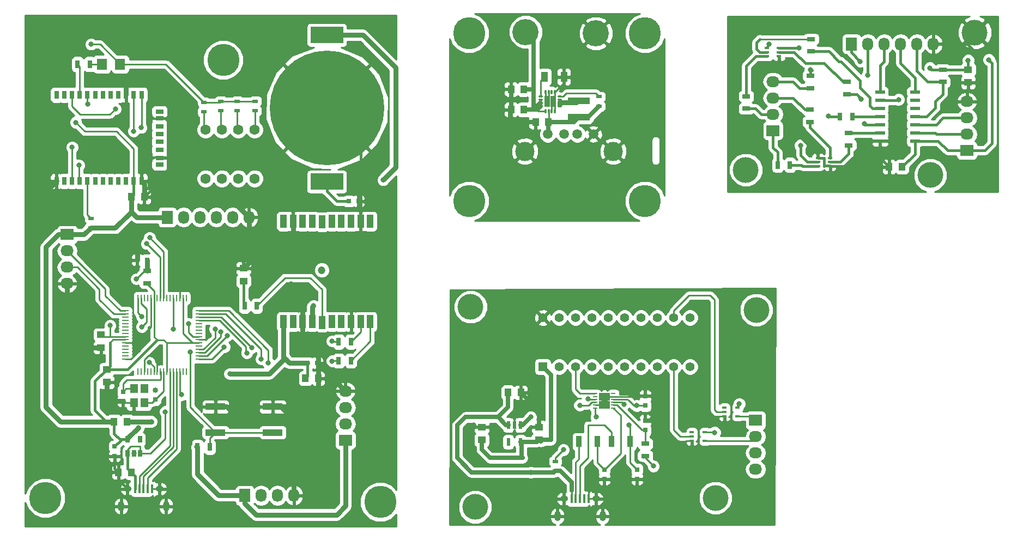
<source format=gbr>
G04 #@! TF.FileFunction,Copper,L1,Top,Signal*
%FSLAX46Y46*%
G04 Gerber Fmt 4.6, Leading zero omitted, Abs format (unit mm)*
G04 Created by KiCad (PCBNEW (2015-07-31 BZR 6030)-product) date Mon Sep 14 17:18:50 2015*
%MOMM*%
G01*
G04 APERTURE LIST*
%ADD10C,0.100000*%
%ADD11C,4.000000*%
%ADD12R,1.250000X1.000000*%
%ADD13R,1.000000X1.250000*%
%ADD14R,1.500000X0.600000*%
%ADD15R,1.727200X2.032000*%
%ADD16O,1.727200X2.032000*%
%ADD17R,2.032000X1.727200*%
%ADD18O,2.032000X1.727200*%
%ADD19R,0.800000X0.400000*%
%ADD20R,1.300000X0.700000*%
%ADD21R,0.700000X1.300000*%
%ADD22C,5.000000*%
%ADD23R,5.100000X2.500000*%
%ADD24C,17.800000*%
%ADD25R,0.750000X0.800000*%
%ADD26R,0.800000X0.750000*%
%ADD27R,0.400000X1.350000*%
%ADD28O,1.250000X0.950000*%
%ADD29O,1.000000X1.550000*%
%ADD30R,1.597660X1.800860*%
%ADD31R,0.900000X0.500000*%
%ADD32C,1.600000*%
%ADD33R,3.100000X1.000000*%
%ADD34R,0.650000X1.060000*%
%ADD35R,0.250000X1.000000*%
%ADD36R,1.000000X0.250000*%
%ADD37R,1.300000X0.800000*%
%ADD38R,0.800000X1.300000*%
%ADD39R,1.000000X2.000000*%
%ADD40C,1.200000*%
%ADD41R,1.200000X1.400000*%
%ADD42R,0.900000X1.700000*%
%ADD43R,0.700000X0.250000*%
%ADD44R,0.830000X1.190000*%
%ADD45R,1.397000X1.397000*%
%ADD46C,1.397000*%
%ADD47R,0.620000X1.220000*%
%ADD48R,0.660400X0.406400*%
%ADD49R,1.000000X1.600000*%
%ADD50C,1.501140*%
%ADD51C,2.999740*%
%ADD52R,3.400000X0.980000*%
%ADD53O,0.750000X0.300000*%
%ADD54O,0.300000X0.750000*%
%ADD55R,0.900000X0.900000*%
%ADD56C,4.064000*%
%ADD57C,0.800000*%
%ADD58C,0.400000*%
%ADD59C,0.635000*%
%ADD60C,0.250000*%
%ADD61C,0.800000*%
%ADD62C,0.254000*%
G04 APERTURE END LIST*
D10*
D11*
X209350400Y-46150400D03*
X173790400Y-67486400D03*
D12*
X208334400Y-51906800D03*
X208334400Y-53906800D03*
D13*
X198056800Y-67029200D03*
X196056800Y-67029200D03*
D14*
X200061600Y-63016000D03*
X200061600Y-61746000D03*
X200061600Y-60476000D03*
X200061600Y-59206000D03*
X200061600Y-57936000D03*
X200061600Y-56666000D03*
X200061600Y-55396000D03*
X194661600Y-55396000D03*
X194661600Y-56666000D03*
X194661600Y-57936000D03*
X194661600Y-59206000D03*
X194661600Y-60476000D03*
X194661600Y-61746000D03*
X194661600Y-63016000D03*
D15*
X190198800Y-47928400D03*
D16*
X192738800Y-47928400D03*
X195278800Y-47928400D03*
X197818800Y-47928400D03*
X200358800Y-47928400D03*
X202898800Y-47928400D03*
D17*
X208131200Y-64489200D03*
D18*
X208131200Y-61949200D03*
X208131200Y-59409200D03*
X208131200Y-56869200D03*
D17*
X178006800Y-61390400D03*
D18*
X178006800Y-58850400D03*
X178006800Y-56310400D03*
X178006800Y-53770400D03*
D19*
X186881600Y-66917200D03*
X186881600Y-66267200D03*
X186881600Y-65617200D03*
X184981600Y-65617200D03*
X184981600Y-66267200D03*
X184981600Y-66917200D03*
X178956800Y-49848400D03*
X178956800Y-49198400D03*
X178956800Y-48548400D03*
X177056800Y-48548400D03*
X177056800Y-49198400D03*
X177056800Y-49848400D03*
D20*
X189792400Y-63661200D03*
X189792400Y-61761200D03*
D21*
X188436000Y-59206000D03*
X190336000Y-59206000D03*
X178733200Y-66724400D03*
X180633200Y-66724400D03*
D20*
X183747200Y-58154400D03*
X183747200Y-60054400D03*
X189487600Y-53836400D03*
X189487600Y-55736400D03*
X183950400Y-47181600D03*
X183950400Y-49081600D03*
X173841200Y-57971600D03*
X173841200Y-56071600D03*
X183798000Y-54771200D03*
X183798000Y-52871200D03*
X204372000Y-51906000D03*
X204372000Y-53806000D03*
D11*
X202441600Y-68299200D03*
X209350400Y-46150400D03*
X173790400Y-67486400D03*
D12*
X208334400Y-51906800D03*
X208334400Y-53906800D03*
D13*
X198056800Y-67029200D03*
X196056800Y-67029200D03*
D14*
X200061600Y-63016000D03*
X200061600Y-61746000D03*
X200061600Y-60476000D03*
X200061600Y-59206000D03*
X200061600Y-57936000D03*
X200061600Y-56666000D03*
X200061600Y-55396000D03*
X194661600Y-55396000D03*
X194661600Y-56666000D03*
X194661600Y-57936000D03*
X194661600Y-59206000D03*
X194661600Y-60476000D03*
X194661600Y-61746000D03*
X194661600Y-63016000D03*
D15*
X190198800Y-47928400D03*
D16*
X192738800Y-47928400D03*
X195278800Y-47928400D03*
X197818800Y-47928400D03*
X200358800Y-47928400D03*
X202898800Y-47928400D03*
D17*
X208131200Y-64489200D03*
D18*
X208131200Y-61949200D03*
X208131200Y-59409200D03*
X208131200Y-56869200D03*
D17*
X178006800Y-61390400D03*
D18*
X178006800Y-58850400D03*
X178006800Y-56310400D03*
X178006800Y-53770400D03*
D19*
X186881600Y-66917200D03*
X186881600Y-66267200D03*
X186881600Y-65617200D03*
X184981600Y-65617200D03*
X184981600Y-66267200D03*
X184981600Y-66917200D03*
X178956800Y-49848400D03*
X178956800Y-49198400D03*
X178956800Y-48548400D03*
X177056800Y-48548400D03*
X177056800Y-49198400D03*
X177056800Y-49848400D03*
D20*
X189792400Y-63661200D03*
X189792400Y-61761200D03*
D21*
X188436000Y-59206000D03*
X190336000Y-59206000D03*
X178733200Y-66724400D03*
X180633200Y-66724400D03*
D20*
X183747200Y-58154400D03*
X183747200Y-60054400D03*
X189487600Y-53836400D03*
X189487600Y-55736400D03*
X183950400Y-47181600D03*
X183950400Y-49081600D03*
X173841200Y-57971600D03*
X173841200Y-56071600D03*
X183798000Y-54771200D03*
X183798000Y-52871200D03*
X204372000Y-51906000D03*
X204372000Y-53806000D03*
D11*
X202441600Y-68299200D03*
D22*
X92598200Y-50407400D03*
X116982200Y-119089000D03*
D23*
X108701800Y-46535000D03*
D24*
X108701800Y-57875000D03*
D23*
X108701800Y-69325000D03*
D13*
X78307400Y-114466200D03*
X76307400Y-114466200D03*
D25*
X75732600Y-110465000D03*
X75732600Y-111965000D03*
D12*
X74513400Y-98480200D03*
X74513400Y-100480200D03*
X73599000Y-93095400D03*
X73599000Y-95095400D03*
D25*
X77053400Y-101930600D03*
X77053400Y-103430600D03*
D26*
X80749800Y-81497000D03*
X79249800Y-81497000D03*
D25*
X82031800Y-103176600D03*
X82031800Y-101676600D03*
D13*
X105365000Y-99886600D03*
X107365000Y-99886600D03*
X78339400Y-71692600D03*
X80339400Y-71692600D03*
D26*
X112117400Y-72353000D03*
X113617400Y-72353000D03*
X105716600Y-97499000D03*
X107216600Y-97499000D03*
D27*
X78933000Y-117057000D03*
X79583000Y-117057000D03*
X80233000Y-117057000D03*
X80883000Y-117057000D03*
X81533000Y-117057000D03*
D28*
X77733000Y-117057000D03*
X82733000Y-117057000D03*
D29*
X76733000Y-119757000D03*
X83733000Y-119757000D03*
D12*
X95747800Y-84783000D03*
X95747800Y-82783000D03*
D30*
X76593660Y-51067800D03*
X73753940Y-51067800D03*
D13*
X75647000Y-106592200D03*
X77647000Y-106592200D03*
D15*
X83911400Y-74842200D03*
D16*
X86451400Y-74842200D03*
X88991400Y-74842200D03*
X91531400Y-74842200D03*
X94071400Y-74842200D03*
X96611400Y-74842200D03*
D17*
X68366600Y-77534600D03*
D18*
X68366600Y-80074600D03*
X68366600Y-82614600D03*
X68366600Y-85154600D03*
D17*
X111597400Y-109487800D03*
D18*
X111597400Y-106947800D03*
X111597400Y-104407800D03*
X111597400Y-101867800D03*
D15*
X95951000Y-118073000D03*
D16*
X98491000Y-118073000D03*
X101031000Y-118073000D03*
X103571000Y-118073000D03*
D20*
X80761800Y-85088600D03*
X80761800Y-83188600D03*
D31*
X72024200Y-75006600D03*
X72024200Y-76506600D03*
D21*
X95915400Y-88609000D03*
X97815400Y-88609000D03*
X112445800Y-94197000D03*
X110545800Y-94197000D03*
X112445800Y-97143400D03*
X110545800Y-97143400D03*
D31*
X97576600Y-56820200D03*
X97576600Y-58320200D03*
X94782600Y-56820200D03*
X94782600Y-58320200D03*
X92242600Y-56820200D03*
X92242600Y-58320200D03*
X89601000Y-56972600D03*
X89601000Y-58472600D03*
D21*
X71856600Y-51067800D03*
X69956600Y-51067800D03*
X88600200Y-110554600D03*
X90500200Y-110554600D03*
D32*
X89855000Y-61237800D03*
X89855000Y-68837800D03*
X92395000Y-61237800D03*
X92395000Y-68837800D03*
X94935000Y-61237800D03*
X94935000Y-68837800D03*
X97475000Y-61237800D03*
X97475000Y-68837800D03*
D33*
X91399400Y-104287400D03*
X91399400Y-108287400D03*
X100299400Y-104287400D03*
X100299400Y-108287400D03*
D34*
X77779800Y-111553000D03*
X78729800Y-111553000D03*
X79679800Y-111553000D03*
X79679800Y-109353000D03*
X77779800Y-109353000D03*
D35*
X86848600Y-87430200D03*
X86348600Y-87430200D03*
X85848600Y-87430200D03*
X85348600Y-87430200D03*
X84848600Y-87430200D03*
X84348600Y-87430200D03*
X83848600Y-87430200D03*
X83348600Y-87430200D03*
X82848600Y-87430200D03*
X82348600Y-87430200D03*
X81848600Y-87430200D03*
X81348600Y-87430200D03*
X80848600Y-87430200D03*
X80348600Y-87430200D03*
X79848600Y-87430200D03*
X79348600Y-87430200D03*
D36*
X77398600Y-89380200D03*
X77398600Y-89880200D03*
X77398600Y-90380200D03*
X77398600Y-90880200D03*
X77398600Y-91380200D03*
X77398600Y-91880200D03*
X77398600Y-92380200D03*
X77398600Y-92880200D03*
X77398600Y-93380200D03*
X77398600Y-93880200D03*
X77398600Y-94380200D03*
X77398600Y-94880200D03*
X77398600Y-95380200D03*
X77398600Y-95880200D03*
X77398600Y-96380200D03*
X77398600Y-96880200D03*
D35*
X79348600Y-98830200D03*
X79848600Y-98830200D03*
X80348600Y-98830200D03*
X80848600Y-98830200D03*
X81348600Y-98830200D03*
X81848600Y-98830200D03*
X82348600Y-98830200D03*
X82848600Y-98830200D03*
X83348600Y-98830200D03*
X83848600Y-98830200D03*
X84348600Y-98830200D03*
X84848600Y-98830200D03*
X85348600Y-98830200D03*
X85848600Y-98830200D03*
X86348600Y-98830200D03*
X86848600Y-98830200D03*
D36*
X88798600Y-96880200D03*
X88798600Y-96380200D03*
X88798600Y-95880200D03*
X88798600Y-95380200D03*
X88798600Y-94880200D03*
X88798600Y-94380200D03*
X88798600Y-93880200D03*
X88798600Y-93380200D03*
X88798600Y-92880200D03*
X88798600Y-92380200D03*
X88798600Y-91880200D03*
X88798600Y-91380200D03*
X88798600Y-90880200D03*
X88798600Y-90380200D03*
X88798600Y-89880200D03*
X88798600Y-89380200D03*
D37*
X82707440Y-58444040D03*
X82707440Y-59444040D03*
X82707440Y-60744040D03*
X82707440Y-61944040D03*
X82707440Y-63144040D03*
X82707440Y-64344040D03*
X82707440Y-65644040D03*
D38*
X79907440Y-55844040D03*
X78707440Y-55844040D03*
X77507440Y-55844040D03*
X76307440Y-55844040D03*
X75107440Y-55844040D03*
X73907440Y-55844040D03*
X72707440Y-55844040D03*
X71507440Y-55844040D03*
X69107440Y-55844040D03*
X70307440Y-55844040D03*
X67907440Y-55844040D03*
X66707440Y-55844040D03*
X66707440Y-69244040D03*
X67907440Y-69244040D03*
X70307440Y-69244040D03*
X69107440Y-69244040D03*
X71507440Y-69244040D03*
X72707440Y-69244040D03*
X73907440Y-69244040D03*
X75107440Y-69244040D03*
X76307440Y-69244040D03*
X77507440Y-69244040D03*
X78707440Y-69244040D03*
X79907440Y-69244040D03*
D37*
X82707440Y-66644040D03*
D39*
X104951800Y-75475000D03*
X112451800Y-75475000D03*
X109451800Y-75475000D03*
X110951800Y-75475000D03*
X107951800Y-75575000D03*
X115451800Y-75475000D03*
X106451800Y-75475000D03*
X103451800Y-75475000D03*
X113951800Y-75475000D03*
X101951800Y-75475000D03*
X101951800Y-91075000D03*
X113951800Y-91075000D03*
X103451800Y-91075000D03*
X106451800Y-91075000D03*
X115451800Y-91075000D03*
X107951800Y-91175000D03*
X110951800Y-91075000D03*
X109451800Y-91075000D03*
X112451800Y-91075000D03*
X104951800Y-91075000D03*
D40*
X107901800Y-83075000D03*
D41*
X80342600Y-103679000D03*
X80342600Y-101479000D03*
X78742600Y-103679000D03*
X78742600Y-101479000D03*
D22*
X64963000Y-118479400D03*
D11*
X169077600Y-118454000D03*
X175427600Y-89244000D03*
X131028400Y-88786800D03*
D13*
X136835600Y-102096400D03*
X138835600Y-102096400D03*
D25*
X151805600Y-114046400D03*
X151805600Y-115546400D03*
X156885600Y-114046400D03*
X156885600Y-115546400D03*
X158155600Y-107926400D03*
X158155600Y-106426400D03*
D12*
X141645600Y-109446400D03*
X141645600Y-107446400D03*
D25*
X158155600Y-104116400D03*
X158155600Y-102616400D03*
D12*
X132755600Y-109446400D03*
X132755600Y-107446400D03*
D27*
X146725600Y-118606400D03*
X147375600Y-118606400D03*
X148025600Y-118606400D03*
X148675600Y-118606400D03*
X149325600Y-118606400D03*
D28*
X145525600Y-118606400D03*
X150525600Y-118606400D03*
D29*
X144525600Y-121306400D03*
X151525600Y-121306400D03*
D31*
X144185600Y-112776400D03*
X144185600Y-114276400D03*
D17*
X175300600Y-106389000D03*
D18*
X175300600Y-108929000D03*
X175300600Y-111469000D03*
X175300600Y-114009000D03*
D42*
X155795600Y-109716400D03*
X152895600Y-109716400D03*
X150715600Y-109716400D03*
X147815600Y-109716400D03*
D20*
X158155600Y-111936400D03*
X158155600Y-110036400D03*
D43*
X153205600Y-104491400D03*
X153205600Y-104041400D03*
X153205600Y-103591400D03*
X153205600Y-103141400D03*
X153205600Y-102691400D03*
X153205600Y-102241400D03*
X150405600Y-102241400D03*
X150405600Y-102691400D03*
X150405600Y-103141400D03*
X150405600Y-103591400D03*
X150405600Y-104041400D03*
X150405600Y-104491400D03*
D44*
X151390600Y-102771400D03*
X151390600Y-103961400D03*
X152220600Y-102771400D03*
X152220600Y-103961400D03*
D45*
X142255200Y-98083200D03*
D46*
X144795200Y-98083200D03*
X147335200Y-98083200D03*
X149875200Y-98083200D03*
X152415200Y-98083200D03*
X154955200Y-98083200D03*
X157495200Y-98083200D03*
X160035200Y-98083200D03*
X162575200Y-98083200D03*
X165115200Y-98083200D03*
X165115200Y-90463200D03*
X162575200Y-90463200D03*
X160035200Y-90463200D03*
X157495200Y-90463200D03*
X154955200Y-90463200D03*
X152415200Y-90463200D03*
X149875200Y-90463200D03*
X147335200Y-90463200D03*
X144795200Y-90463200D03*
X142255200Y-90463200D03*
D47*
X136885600Y-109756400D03*
X138785600Y-109756400D03*
X136885600Y-107136400D03*
X138785600Y-107136400D03*
X137835600Y-107136400D03*
D48*
X170474600Y-104458600D03*
X170474600Y-105779400D03*
X170474600Y-105119000D03*
X172506600Y-105779400D03*
X172506600Y-104458600D03*
X165394600Y-108268600D03*
X165394600Y-109589400D03*
X165394600Y-108929000D03*
X167426600Y-109589400D03*
X167426600Y-108268600D03*
D11*
X131739600Y-119876400D03*
D22*
X130811800Y-46265400D03*
X130811800Y-72300400D03*
X158116800Y-72300400D03*
D13*
X139316800Y-54950400D03*
X137316800Y-54950400D03*
X139316800Y-58125400D03*
X137316800Y-58125400D03*
D49*
X142531800Y-53045400D03*
X145531800Y-53045400D03*
D13*
X143126800Y-60030400D03*
X141126800Y-60030400D03*
D50*
X150127800Y-61935400D03*
X147587800Y-61935400D03*
X145555800Y-61935400D03*
X143015800Y-61935400D03*
D51*
X153175800Y-64602400D03*
X139459800Y-64602400D03*
D52*
X147841800Y-56770400D03*
X147841800Y-59310400D03*
D31*
X151016800Y-57605400D03*
X151016800Y-56105400D03*
D53*
X144871800Y-57605400D03*
X144871800Y-57105400D03*
X144871800Y-56605400D03*
X144871800Y-56105400D03*
D54*
X144146800Y-55380400D03*
X143646800Y-55380400D03*
X143146800Y-55380400D03*
X142646800Y-55380400D03*
D53*
X141921800Y-56105400D03*
X141921800Y-56605400D03*
X141921800Y-57105400D03*
X141921800Y-57605400D03*
D54*
X142646800Y-58330400D03*
X143146800Y-58330400D03*
X143646800Y-58330400D03*
X144146800Y-58330400D03*
D55*
X142946800Y-56405400D03*
X142946800Y-57305400D03*
X143846800Y-56405400D03*
X143846800Y-57305400D03*
D56*
X150496800Y-46265400D03*
X139586800Y-46060400D03*
D22*
X158116800Y-46265400D03*
D57*
X211534800Y-50366800D03*
X211534800Y-50366800D03*
X156846800Y-104126600D03*
X168950600Y-108292200D03*
X208334400Y-50468400D03*
X202390800Y-51636800D03*
X191570400Y-50620800D03*
X208334400Y-50468400D03*
X202390800Y-51636800D03*
X191570400Y-50620800D03*
X172760600Y-103849000D03*
X145455600Y-110986400D03*
X159425600Y-113526400D03*
X79961000Y-93230000D03*
X177395400Y-47916400D03*
X196142400Y-65200400D03*
X204473600Y-57936000D03*
X180851600Y-52449600D03*
X181512000Y-61644400D03*
X196142400Y-65200400D03*
X204473600Y-57936000D03*
X180851600Y-52449600D03*
X181512000Y-61644400D03*
X100929400Y-83021000D03*
X111343400Y-86373800D03*
X85841800Y-84341800D03*
X90413800Y-93231800D03*
X103113800Y-85205400D03*
X95138200Y-106236600D03*
X79288600Y-77280600D03*
X74513400Y-100480200D03*
X73548200Y-95009800D03*
X81981000Y-95873400D03*
X78742600Y-103679000D03*
X80342600Y-101479000D03*
X82031800Y-101676600D03*
X78729800Y-111553000D03*
X68315800Y-92825400D03*
X63642200Y-87593000D03*
X131485600Y-107176400D03*
X151805600Y-103366400D03*
X159425600Y-105906400D03*
X141645600Y-104636400D03*
X137835600Y-105906400D03*
X167680600Y-106389000D03*
X163870600Y-110199000D03*
X142946800Y-57305400D03*
X142946800Y-56405400D03*
X143846800Y-56405400D03*
X143846800Y-57305400D03*
X197514000Y-56564400D03*
X192688000Y-52754400D03*
X197514000Y-56564400D03*
X192688000Y-52754400D03*
X192230800Y-60323600D03*
X191722800Y-56462800D03*
X192230800Y-60323600D03*
X191722800Y-56462800D03*
X182274000Y-63676400D03*
X186642800Y-59104400D03*
X182274000Y-63676400D03*
X186642800Y-59104400D03*
X183796200Y-51929600D03*
X182069000Y-48526000D03*
X106619000Y-88609000D03*
X108447800Y-69406600D03*
X117439400Y-69051000D03*
X108701800Y-69325000D03*
X86107800Y-102424800D03*
X83618600Y-105066400D03*
X140375600Y-114500718D03*
X140375600Y-105906400D03*
X72075000Y-47969000D03*
X69687400Y-60110200D03*
X88483400Y-110554600D03*
X79390200Y-107592202D03*
X75033400Y-91655200D03*
X87225400Y-91401200D03*
X79097400Y-84441600D03*
X81129400Y-97395600D03*
X81422200Y-106592200D03*
X93614200Y-99175400D03*
X91328200Y-92215800D03*
X92254600Y-92671200D03*
X93207800Y-93231800D03*
X92762600Y-95008000D03*
X96267800Y-95922400D03*
X97029800Y-95109600D03*
X98491000Y-96889400D03*
X99620600Y-97497200D03*
X109514600Y-94095400D03*
X79949000Y-90285400D03*
X109526600Y-97192400D03*
X79961000Y-91858400D03*
X84825800Y-92266600D03*
X87467400Y-95822600D03*
X71516200Y-57265400D03*
X75846200Y-58025600D03*
X70195400Y-66765000D03*
X69128600Y-63971000D03*
X81168200Y-78042600D03*
X79847400Y-60923000D03*
X78679000Y-61481800D03*
X80711000Y-78957000D03*
X155615600Y-107176400D03*
X150535600Y-105906400D03*
X154840200Y-103898000D03*
X149252200Y-103085200D03*
X147982200Y-104050400D03*
D58*
X212042800Y-63371600D02*
X210925200Y-64489200D01*
X212042800Y-50874800D02*
X212042800Y-63371600D01*
X211534800Y-50366800D02*
X212042800Y-50874800D01*
X212042800Y-63371600D02*
X210925200Y-64489200D01*
X212042800Y-50874800D02*
X212042800Y-63371600D01*
X211534800Y-50366800D02*
X212042800Y-50874800D01*
D59*
X156857000Y-104116400D02*
X156897600Y-104116400D01*
X156846800Y-104126600D02*
X156857000Y-104116400D01*
D60*
X167426600Y-108268600D02*
X168927000Y-108268600D01*
X168927000Y-108268600D02*
X168950600Y-108292200D01*
D58*
X208334400Y-51906800D02*
X208334400Y-50468400D01*
X210925200Y-64489200D02*
X208131200Y-64489200D01*
X190198800Y-47928400D02*
X190198800Y-49249200D01*
X202660000Y-51906000D02*
X204372000Y-51906000D01*
X202390800Y-51636800D02*
X202660000Y-51906000D01*
X190198800Y-49249200D02*
X191570400Y-50620800D01*
X208334400Y-51906800D02*
X207029600Y-51906800D01*
X207028800Y-51906000D02*
X204372000Y-51906000D01*
X207029600Y-51906800D02*
X207028800Y-51906000D01*
X208131200Y-64489200D02*
X205134000Y-64489200D01*
X205134000Y-64489200D02*
X203660800Y-63016000D01*
X203660800Y-63016000D02*
X200061600Y-63016000D01*
X200061600Y-63016000D02*
X200061600Y-65024400D01*
X200061600Y-65024400D02*
X198056800Y-67029200D01*
X208334400Y-51906800D02*
X208334400Y-50468400D01*
X210925200Y-64489200D02*
X208131200Y-64489200D01*
X190198800Y-47928400D02*
X190198800Y-49249200D01*
X202660000Y-51906000D02*
X204372000Y-51906000D01*
X202390800Y-51636800D02*
X202660000Y-51906000D01*
X190198800Y-49249200D02*
X191570400Y-50620800D01*
X208334400Y-51906800D02*
X207029600Y-51906800D01*
X207028800Y-51906000D02*
X204372000Y-51906000D01*
X207029600Y-51906800D02*
X207028800Y-51906000D01*
X208131200Y-64489200D02*
X205134000Y-64489200D01*
X205134000Y-64489200D02*
X203660800Y-63016000D01*
X203660800Y-63016000D02*
X200061600Y-63016000D01*
X200061600Y-63016000D02*
X200061600Y-65024400D01*
X200061600Y-65024400D02*
X198056800Y-67029200D01*
D60*
X158155600Y-104116400D02*
X156897600Y-104116400D01*
X156897600Y-104116400D02*
X156365600Y-104116400D01*
X155390600Y-103141400D02*
X155615600Y-103366400D01*
X153205600Y-103141400D02*
X155390600Y-103141400D01*
X156365600Y-104116400D02*
X155615600Y-103366400D01*
X172506600Y-104458600D02*
X172506600Y-104103000D01*
X172506600Y-104103000D02*
X172760600Y-103849000D01*
X144185600Y-112776400D02*
X144185600Y-112256400D01*
X144185600Y-112256400D02*
X145455600Y-110986400D01*
X159425600Y-113526400D02*
X158155600Y-112256400D01*
X158155600Y-112256400D02*
X158155600Y-111936400D01*
X157835600Y-112256400D02*
X158155600Y-111936400D01*
X80348600Y-98830200D02*
X80348600Y-97630800D01*
X81525600Y-96328800D02*
X81981000Y-95873400D01*
X81027800Y-96328800D02*
X81525600Y-96328800D01*
X80348600Y-97008000D02*
X81027800Y-96328800D01*
X80348600Y-97630800D02*
X80348600Y-97008000D01*
D58*
X210417200Y-50163600D02*
X210417200Y-53160800D01*
X210417200Y-50163600D02*
X210417200Y-53160800D01*
D60*
X79966100Y-93224900D02*
X80006700Y-93224900D01*
X79961000Y-93230000D02*
X79966100Y-93224900D01*
X177056800Y-48548400D02*
X177056800Y-48255000D01*
X177056800Y-48255000D02*
X177395400Y-47916400D01*
D58*
X208131200Y-56869200D02*
X205540400Y-56869200D01*
X196056800Y-65286000D02*
X196056800Y-67029200D01*
X196142400Y-65200400D02*
X196056800Y-65286000D01*
X205540400Y-56869200D02*
X204473600Y-57936000D01*
X178956800Y-49848400D02*
X178956800Y-50554800D01*
X178956800Y-50554800D02*
X180851600Y-52449600D01*
X181512000Y-61644400D02*
X184981600Y-65114000D01*
X184981600Y-65114000D02*
X184981600Y-65617200D01*
X202898800Y-47928400D02*
X208182000Y-47928400D01*
X209671200Y-53906800D02*
X208334400Y-53906800D01*
X210417200Y-53160800D02*
X209671200Y-53906800D01*
X208182000Y-47928400D02*
X210417200Y-50163600D01*
X184981600Y-65617200D02*
X185870400Y-65617200D01*
X185941198Y-66867202D02*
X186881600Y-66867202D01*
X185931600Y-66876800D02*
X185941198Y-66867202D01*
X185931600Y-65678400D02*
X185931600Y-66876800D01*
X185870400Y-65617200D02*
X185931600Y-65678400D01*
X186881600Y-66867202D02*
X186881600Y-66917200D01*
X186881600Y-66917200D02*
X191966400Y-66917200D01*
X191966400Y-66917200D02*
X192078400Y-67029200D01*
X192078400Y-67029200D02*
X196056800Y-67029200D01*
X208334400Y-53906800D02*
X208334400Y-55243600D01*
X208131200Y-55446800D02*
X208131200Y-56869200D01*
X208334400Y-55243600D02*
X208131200Y-55446800D01*
X194661600Y-63016000D02*
X194661600Y-65634000D01*
X194661600Y-65634000D02*
X196056800Y-67029200D01*
X208131200Y-56869200D02*
X205540400Y-56869200D01*
X196056800Y-65286000D02*
X196056800Y-67029200D01*
X196142400Y-65200400D02*
X196056800Y-65286000D01*
X205540400Y-56869200D02*
X204473600Y-57936000D01*
X178956800Y-49848400D02*
X178956800Y-50554800D01*
X178956800Y-50554800D02*
X180851600Y-52449600D01*
X181512000Y-61644400D02*
X184981600Y-65114000D01*
X184981600Y-65114000D02*
X184981600Y-65617200D01*
X202898800Y-47928400D02*
X208182000Y-47928400D01*
X209671200Y-53906800D02*
X208334400Y-53906800D01*
X210417200Y-53160800D02*
X209671200Y-53906800D01*
X208182000Y-47928400D02*
X210417200Y-50163600D01*
X184981600Y-65617200D02*
X185870400Y-65617200D01*
X185941198Y-66867202D02*
X186881600Y-66867202D01*
X185931600Y-66876800D02*
X185941198Y-66867202D01*
X185931600Y-65678400D02*
X185931600Y-66876800D01*
X185870400Y-65617200D02*
X185931600Y-65678400D01*
X186881600Y-66867202D02*
X186881600Y-66917200D01*
X186881600Y-66917200D02*
X191966400Y-66917200D01*
X191966400Y-66917200D02*
X192078400Y-67029200D01*
X192078400Y-67029200D02*
X196056800Y-67029200D01*
X208334400Y-53906800D02*
X208334400Y-55243600D01*
X208131200Y-55446800D02*
X208131200Y-56869200D01*
X208334400Y-55243600D02*
X208131200Y-55446800D01*
X194661600Y-63016000D02*
X194661600Y-65634000D01*
X194661600Y-65634000D02*
X196056800Y-67029200D01*
D61*
X96611400Y-74842200D02*
X93055400Y-71286200D01*
X87162600Y-71286200D02*
X83954200Y-68077800D01*
X93055400Y-71286200D02*
X87162600Y-71286200D01*
X77507440Y-55844040D02*
X77507440Y-54271360D01*
D58*
X84673400Y-59145000D02*
X83962200Y-59856200D01*
X84673400Y-54268200D02*
X84673400Y-59145000D01*
X82793800Y-52388600D02*
X84673400Y-54268200D01*
D61*
X79390200Y-52388600D02*
X82793800Y-52388600D01*
X77507440Y-54271360D02*
X79390200Y-52388600D01*
X66707440Y-69244040D02*
X63642200Y-72309280D01*
X63642200Y-72309280D02*
X63642200Y-87593000D01*
X103451800Y-75475000D02*
X103451800Y-80498600D01*
X103451800Y-80498600D02*
X100929400Y-83021000D01*
D58*
X113951800Y-75475000D02*
X113951800Y-72284600D01*
X113951800Y-72284600D02*
X113951800Y-63125000D01*
X113951800Y-63125000D02*
X108701800Y-57875000D01*
X111343400Y-86373800D02*
X113951800Y-83765400D01*
X113951800Y-83765400D02*
X113951800Y-75475000D01*
X112451800Y-87482200D02*
X112451800Y-91075000D01*
X111343400Y-86373800D02*
X112451800Y-87482200D01*
X82707440Y-59444040D02*
X83550040Y-59444040D01*
X83962200Y-59856200D02*
X83962200Y-65644040D01*
X83550040Y-59444040D02*
X83962200Y-59856200D01*
D61*
X73599000Y-95095400D02*
X70585800Y-95095400D01*
D60*
X88798600Y-93880200D02*
X89765400Y-93880200D01*
X85892600Y-84392600D02*
X85994200Y-84392600D01*
X85841800Y-84341800D02*
X85892600Y-84392600D01*
X89765400Y-93880200D02*
X90413800Y-93231800D01*
D58*
X95747800Y-82783000D02*
X87400600Y-82783000D01*
D60*
X85848600Y-84335000D02*
X85848600Y-87430200D01*
X87400600Y-82783000D02*
X85848600Y-84335000D01*
D61*
X96611400Y-74842200D02*
X96611400Y-81919400D01*
X96611400Y-81919400D02*
X95747800Y-82783000D01*
X104951800Y-91075000D02*
X104951800Y-87043400D01*
X104951800Y-87043400D02*
X103113800Y-85205400D01*
D58*
X82707440Y-65644040D02*
X83962200Y-65644040D01*
X83962200Y-65644040D02*
X84009640Y-65644040D01*
X84009640Y-65644040D02*
X84009640Y-68022360D01*
X84009640Y-68022360D02*
X83954200Y-68077800D01*
X83954200Y-68077800D02*
X80339400Y-71692600D01*
D61*
X80339400Y-71692600D02*
X80339400Y-70270200D01*
X80339400Y-70270200D02*
X80339400Y-69676000D01*
X80339400Y-69676000D02*
X79907440Y-69244040D01*
X100299400Y-104287400D02*
X101571000Y-104287400D01*
X101571000Y-104287400D02*
X103571000Y-106287400D01*
X103571000Y-106287400D02*
X103571000Y-118073000D01*
X93189000Y-104287400D02*
X91399400Y-104287400D01*
X95138200Y-106236600D02*
X93189000Y-104287400D01*
X79249800Y-77319400D02*
X79249800Y-81497000D01*
X79288600Y-77280600D02*
X79249800Y-77319400D01*
X74513400Y-102426600D02*
X75517400Y-103430600D01*
X77053400Y-103430600D02*
X75517400Y-103430600D01*
X74513400Y-100480200D02*
X74513400Y-102426600D01*
X73548200Y-95009800D02*
X73548200Y-95044600D01*
X73548200Y-95044600D02*
X73599000Y-95095400D01*
X107365000Y-99886600D02*
X107365000Y-97647400D01*
X107365000Y-97647400D02*
X107216600Y-97499000D01*
X111597400Y-101867800D02*
X111585400Y-101867800D01*
X111585400Y-101867800D02*
X107216600Y-97499000D01*
D60*
X82348600Y-98830200D02*
X82348600Y-96241000D01*
X82348600Y-96241000D02*
X81981000Y-95873400D01*
D61*
X100299400Y-104287400D02*
X104910600Y-104287400D01*
X107365000Y-101833000D02*
X107365000Y-97647400D01*
X104910600Y-104287400D02*
X107365000Y-101833000D01*
X107365000Y-97647400D02*
X107365000Y-96365400D01*
X104951800Y-93952200D02*
X104951800Y-91075000D01*
X107365000Y-96365400D02*
X104951800Y-93952200D01*
D60*
X81348600Y-87430200D02*
X81348600Y-91883000D01*
X81348600Y-91883000D02*
X80006700Y-93224900D01*
X80006700Y-93224900D02*
X79644200Y-93587400D01*
X77398600Y-96880200D02*
X78281800Y-96880200D01*
X79644200Y-95517800D02*
X79644200Y-93587400D01*
X78281800Y-96880200D02*
X79644200Y-95517800D01*
D58*
X76307400Y-114466200D02*
X76307400Y-115631400D01*
X76307400Y-115631400D02*
X77733000Y-117057000D01*
D60*
X77301800Y-103679000D02*
X78742600Y-103679000D01*
X81533000Y-117057000D02*
X82733000Y-117057000D01*
X77398600Y-94380200D02*
X78851400Y-94380200D01*
X78851400Y-94380200D02*
X79644200Y-93587400D01*
D58*
X91399400Y-104287400D02*
X100299400Y-104287400D01*
D60*
X77301800Y-103679000D02*
X77053400Y-103430600D01*
D58*
X76307400Y-114466200D02*
X75732600Y-113891400D01*
X75732600Y-113891400D02*
X75732600Y-111965000D01*
D61*
X68315800Y-92774600D02*
X68366600Y-92723800D01*
X68315800Y-92825400D02*
X68315800Y-92774600D01*
X68366600Y-92876200D02*
X68366600Y-92723800D01*
X68366600Y-92723800D02*
X68366600Y-85154600D01*
X70585800Y-95095400D02*
X68366600Y-92876200D01*
D60*
X132755600Y-107446400D02*
X131755600Y-107446400D01*
X131755600Y-107446400D02*
X131485600Y-107176400D01*
D59*
X151805600Y-103366400D02*
X152220600Y-102951400D01*
X152220600Y-102951400D02*
X152220600Y-102771400D01*
X158155600Y-106426400D02*
X158905600Y-106426400D01*
X158905600Y-106426400D02*
X159425600Y-105906400D01*
D60*
X138835600Y-102096400D02*
X138835600Y-104906400D01*
X137835600Y-105906400D02*
X137835600Y-107136400D01*
X138835600Y-104906400D02*
X137835600Y-105906400D01*
X170474600Y-105779400D02*
X168290200Y-105779400D01*
X168290200Y-105779400D02*
X167680600Y-106389000D01*
X165394600Y-109589400D02*
X164480200Y-109589400D01*
X164480200Y-109589400D02*
X163870600Y-110199000D01*
X153205600Y-102691400D02*
X152300600Y-102691400D01*
X152300600Y-102691400D02*
X152220600Y-102771400D01*
X150405600Y-104041400D02*
X151310600Y-104041400D01*
X151310600Y-104041400D02*
X151390600Y-103961400D01*
X153205600Y-102691400D02*
X158080600Y-102691400D01*
X158080600Y-102691400D02*
X158155600Y-102616400D01*
D59*
X141645600Y-107446400D02*
X141645600Y-104636400D01*
X141645600Y-104636400D02*
X141645600Y-104906400D01*
X141645600Y-104906400D02*
X139105600Y-102366400D01*
D60*
X151805600Y-115546400D02*
X156885600Y-115546400D01*
X138835600Y-102096400D02*
X139105600Y-102096400D01*
X139105600Y-102096400D02*
X138835600Y-102096400D01*
X137835600Y-107136400D02*
X137835600Y-107176400D01*
X137835600Y-107176400D02*
X137835600Y-107136400D01*
X133025600Y-107446400D02*
X132755600Y-107446400D01*
X151805600Y-115546400D02*
X151055600Y-115546400D01*
X149325600Y-117276400D02*
X149325600Y-118606400D01*
X151055600Y-115546400D02*
X149325600Y-117276400D01*
X149325600Y-118606400D02*
X150525600Y-118606400D01*
X139105600Y-102366400D02*
X138835600Y-102096400D01*
X138835600Y-102096400D02*
X138835600Y-102366400D01*
X138835600Y-102366400D02*
X139105600Y-102096400D01*
X144146800Y-56105400D02*
X143846800Y-56405400D01*
X145531800Y-53045400D02*
X145531800Y-53995400D01*
X145531800Y-53995400D02*
X144146800Y-55380400D01*
D59*
X141126800Y-60030400D02*
X137161800Y-60030400D01*
X137316800Y-54950400D02*
X137316800Y-58125400D01*
X137316800Y-58125400D02*
X137161800Y-58280400D01*
X137161800Y-58280400D02*
X137161800Y-60030400D01*
X137161800Y-60030400D02*
X137161800Y-62304400D01*
X137161800Y-62304400D02*
X139459800Y-64602400D01*
D60*
X144146800Y-55380400D02*
X144146800Y-56105400D01*
X143646800Y-58330400D02*
X143646800Y-57505400D01*
X143646800Y-57505400D02*
X143846800Y-57305400D01*
X144146800Y-58330400D02*
X144146800Y-57605400D01*
X144146800Y-57605400D02*
X143846800Y-57305400D01*
X142646800Y-55380400D02*
X142646800Y-56105400D01*
X142646800Y-56105400D02*
X142946800Y-56405400D01*
X143146800Y-55380400D02*
X143146800Y-56205400D01*
X143146800Y-56205400D02*
X142946800Y-56405400D01*
D58*
X208131200Y-61949200D02*
X203406800Y-61949200D01*
X203203600Y-61746000D02*
X200061600Y-61746000D01*
X203406800Y-61949200D02*
X203203600Y-61746000D01*
X208131200Y-61949200D02*
X203406800Y-61949200D01*
X203203600Y-61746000D02*
X200061600Y-61746000D01*
X203406800Y-61949200D02*
X203203600Y-61746000D01*
X208131200Y-59409200D02*
X204422800Y-59409200D01*
X203356000Y-60476000D02*
X200061600Y-60476000D01*
X204422800Y-59409200D02*
X203356000Y-60476000D01*
X208131200Y-59409200D02*
X204422800Y-59409200D01*
X203356000Y-60476000D02*
X200061600Y-60476000D01*
X204422800Y-59409200D02*
X203356000Y-60476000D01*
X200358800Y-47928400D02*
X200358800Y-52094000D01*
X200358800Y-52094000D02*
X202070800Y-53806000D01*
X200358800Y-47928400D02*
X200358800Y-52094000D01*
X200358800Y-52094000D02*
X202070800Y-53806000D01*
X202070800Y-53806000D02*
X204372000Y-53806000D01*
X204372000Y-53806000D02*
X204372000Y-55700800D01*
X201882800Y-59206000D02*
X200061600Y-59206000D01*
X203254400Y-57834400D02*
X201882800Y-59206000D01*
X203254400Y-56818400D02*
X203254400Y-57834400D01*
X204372000Y-55700800D02*
X203254400Y-56818400D01*
X202070800Y-53806000D02*
X204372000Y-53806000D01*
X204372000Y-53806000D02*
X204372000Y-55700800D01*
X201882800Y-59206000D02*
X200061600Y-59206000D01*
X203254400Y-57834400D02*
X201882800Y-59206000D01*
X203254400Y-56818400D02*
X203254400Y-57834400D01*
X204372000Y-55700800D02*
X203254400Y-56818400D01*
X197818800Y-47928400D02*
X197818800Y-50925600D01*
X200061600Y-53168400D02*
X200061600Y-55396000D01*
X197818800Y-50925600D02*
X200061600Y-53168400D01*
X197818800Y-47928400D02*
X197818800Y-50925600D01*
X200061600Y-53168400D02*
X200061600Y-55396000D01*
X197818800Y-50925600D02*
X200061600Y-53168400D01*
X195278800Y-47928400D02*
X195278800Y-50671600D01*
X195278800Y-50671600D02*
X194661600Y-51288800D01*
X195278800Y-47928400D02*
X195278800Y-50671600D01*
X195278800Y-50671600D02*
X194661600Y-51288800D01*
X194661600Y-51288800D02*
X194661600Y-55396000D01*
X194661600Y-51288800D02*
X194661600Y-55396000D01*
X192738800Y-47928400D02*
X192738800Y-52703600D01*
X197412400Y-56666000D02*
X194661600Y-56666000D01*
X197514000Y-56564400D02*
X197412400Y-56666000D01*
X192738800Y-52703600D02*
X192688000Y-52754400D01*
X192738800Y-47928400D02*
X192738800Y-52703600D01*
X197412400Y-56666000D02*
X194661600Y-56666000D01*
X197514000Y-56564400D02*
X197412400Y-56666000D01*
X192738800Y-52703600D02*
X192688000Y-52754400D01*
X183950400Y-49081600D02*
X186729200Y-49081600D01*
X193500800Y-57936000D02*
X194661600Y-57936000D01*
X193094400Y-57529600D02*
X193500800Y-57936000D01*
X193094400Y-56208800D02*
X193094400Y-57529600D01*
X191570400Y-54684800D02*
X193094400Y-56208800D01*
X191570400Y-53618000D02*
X191570400Y-54684800D01*
X188573200Y-50620800D02*
X191570400Y-53618000D01*
X188268400Y-50620800D02*
X188573200Y-50620800D01*
X186729200Y-49081600D02*
X188268400Y-50620800D01*
X183950400Y-49081600D02*
X186729200Y-49081600D01*
X193500800Y-57936000D02*
X194661600Y-57936000D01*
X193094400Y-57529600D02*
X193500800Y-57936000D01*
X193094400Y-56208800D02*
X193094400Y-57529600D01*
X191570400Y-54684800D02*
X193094400Y-56208800D01*
X191570400Y-53618000D02*
X191570400Y-54684800D01*
X188573200Y-50620800D02*
X191570400Y-53618000D01*
X188268400Y-50620800D02*
X188573200Y-50620800D01*
X186729200Y-49081600D02*
X188268400Y-50620800D01*
X190336000Y-59206000D02*
X194661600Y-59206000D01*
X190336000Y-59206000D02*
X194661600Y-59206000D01*
X189487600Y-55736400D02*
X190996400Y-55736400D01*
X192383200Y-60476000D02*
X194661600Y-60476000D01*
X192230800Y-60323600D02*
X192383200Y-60476000D01*
X190996400Y-55736400D02*
X191722800Y-56462800D01*
X189487600Y-55736400D02*
X190996400Y-55736400D01*
X192383200Y-60476000D02*
X194661600Y-60476000D01*
X192230800Y-60323600D02*
X192383200Y-60476000D01*
X190996400Y-55736400D02*
X191722800Y-56462800D01*
X189792400Y-61761200D02*
X194646400Y-61761200D01*
X194646400Y-61761200D02*
X194661600Y-61746000D01*
X189792400Y-61761200D02*
X194646400Y-61761200D01*
X194646400Y-61761200D02*
X194661600Y-61746000D01*
X178733200Y-66724400D02*
X178733200Y-64758400D01*
X178006800Y-64032000D02*
X178006800Y-61390400D01*
X178733200Y-64758400D02*
X178006800Y-64032000D01*
X178733200Y-66724400D02*
X178733200Y-64758400D01*
X178006800Y-64032000D02*
X178006800Y-61390400D01*
X178733200Y-64758400D02*
X178006800Y-64032000D01*
X173841200Y-57971600D02*
X175299200Y-57971600D01*
X176178000Y-58850400D02*
X178006800Y-58850400D01*
X175299200Y-57971600D02*
X176178000Y-58850400D01*
X173841200Y-57971600D02*
X175299200Y-57971600D01*
X176178000Y-58850400D02*
X178006800Y-58850400D01*
X175299200Y-57971600D02*
X176178000Y-58850400D01*
X183747200Y-58154400D02*
X183000400Y-58154400D01*
X181156400Y-56310400D02*
X178006800Y-56310400D01*
X183000400Y-58154400D02*
X181156400Y-56310400D01*
X183747200Y-58154400D02*
X183000400Y-58154400D01*
X181156400Y-56310400D02*
X178006800Y-56310400D01*
X183000400Y-58154400D02*
X181156400Y-56310400D01*
X183798000Y-54771200D02*
X182106400Y-54771200D01*
X181105600Y-53770400D02*
X178006800Y-53770400D01*
X182106400Y-54771200D02*
X181105600Y-53770400D01*
X183798000Y-54771200D02*
X182106400Y-54771200D01*
X181105600Y-53770400D02*
X178006800Y-53770400D01*
X182106400Y-54771200D02*
X181105600Y-53770400D01*
X189792400Y-63661200D02*
X189792400Y-64997200D01*
X188522400Y-66267200D02*
X186881600Y-66267200D01*
X189792400Y-64997200D02*
X188522400Y-66267200D01*
X189792400Y-63661200D02*
X189792400Y-64997200D01*
X188522400Y-66267200D02*
X186881600Y-66267200D01*
X189792400Y-64997200D02*
X188522400Y-66267200D01*
X183747200Y-60054400D02*
X183747200Y-60933200D01*
X186881600Y-64067600D02*
X186881600Y-65617200D01*
X183747200Y-60933200D02*
X186881600Y-64067600D01*
X183747200Y-60054400D02*
X183747200Y-60933200D01*
X186881600Y-64067600D02*
X186881600Y-65617200D01*
X183747200Y-60933200D02*
X186881600Y-64067600D01*
X188436000Y-59206000D02*
X186744400Y-59206000D01*
X183290802Y-66217202D02*
X184981600Y-66217202D01*
X182324800Y-65251200D02*
X183290802Y-66217202D01*
X182324800Y-63727200D02*
X182324800Y-65251200D01*
X182274000Y-63676400D02*
X182324800Y-63727200D01*
X186744400Y-59206000D02*
X186642800Y-59104400D01*
X184981600Y-66217202D02*
X184981600Y-66267200D01*
X188436000Y-59206000D02*
X186744400Y-59206000D01*
X183290802Y-66217202D02*
X184981600Y-66217202D01*
X182324800Y-65251200D02*
X183290802Y-66217202D01*
X182324800Y-63727200D02*
X182324800Y-65251200D01*
X182274000Y-63676400D02*
X182324800Y-63727200D01*
X186744400Y-59206000D02*
X186642800Y-59104400D01*
X184981600Y-66217202D02*
X184981600Y-66267200D01*
X184981600Y-66917200D02*
X182619200Y-66917200D01*
X182426400Y-66724400D02*
X180633200Y-66724400D01*
X182619200Y-66917200D02*
X182426400Y-66724400D01*
X184981600Y-66917200D02*
X182619200Y-66917200D01*
X182426400Y-66724400D02*
X180633200Y-66724400D01*
X182619200Y-66917200D02*
X182426400Y-66724400D01*
X181308800Y-49198400D02*
X183036000Y-50925600D01*
X181308800Y-49198400D02*
X183036000Y-50925600D01*
X183036000Y-50925600D02*
X185982400Y-50925600D01*
X183036000Y-50925600D02*
X185982400Y-50925600D01*
X178956800Y-49198400D02*
X181308800Y-49198400D01*
X178956800Y-49198400D02*
X181308800Y-49198400D01*
X185982400Y-50925600D02*
X188893200Y-53836400D01*
X188893200Y-53836400D02*
X189487600Y-53836400D01*
X185982400Y-50925600D02*
X188893200Y-53836400D01*
X188893200Y-53836400D02*
X189487600Y-53836400D01*
X178956800Y-48548400D02*
X182046600Y-48548400D01*
X183847000Y-51980400D02*
X184050200Y-51980400D01*
X183796200Y-51929600D02*
X183847000Y-51980400D01*
X182046600Y-48548400D02*
X182069000Y-48526000D01*
X183798000Y-51890800D02*
X183798000Y-52871200D01*
X183798000Y-52754400D02*
X183798000Y-52871200D01*
X183798000Y-51890800D02*
X183798000Y-52871200D01*
X183798000Y-52754400D02*
X183798000Y-52871200D01*
X177056800Y-49198400D02*
X175924000Y-49198400D01*
X175924000Y-49198400D02*
X175466800Y-48741200D01*
X175466800Y-48741200D02*
X175466800Y-47674400D01*
X175466800Y-47674400D02*
X175959600Y-47181600D01*
D60*
X175959600Y-47181600D02*
X183950400Y-47181600D01*
D58*
X177056800Y-49198400D02*
X175924000Y-49198400D01*
X175924000Y-49198400D02*
X175466800Y-48741200D01*
X175466800Y-48741200D02*
X175466800Y-47674400D01*
X175466800Y-47674400D02*
X175959600Y-47181600D01*
D60*
X175959600Y-47181600D02*
X183950400Y-47181600D01*
D58*
X177056800Y-49848400D02*
X175324800Y-49848400D01*
X175324800Y-49848400D02*
X173841200Y-51332000D01*
X173841200Y-51332000D02*
X173841200Y-56071600D01*
X177056800Y-49848400D02*
X175324800Y-49848400D01*
X175324800Y-49848400D02*
X173841200Y-51332000D01*
X173841200Y-51332000D02*
X173841200Y-56071600D01*
D61*
X106451800Y-91075000D02*
X106451800Y-88776200D01*
X106451800Y-88776200D02*
X106619000Y-88609000D01*
X108701800Y-46535000D02*
X114278200Y-46535000D01*
X108447800Y-69406600D02*
X108529400Y-69325000D01*
X119369800Y-67120600D02*
X117439400Y-69051000D01*
X119369800Y-51626600D02*
X119369800Y-67120600D01*
X114278200Y-46535000D02*
X119369800Y-51626600D01*
X108529400Y-69325000D02*
X108701800Y-69325000D01*
D58*
X112117400Y-72353000D02*
X110225800Y-72353000D01*
X108701800Y-70829000D02*
X108701800Y-69325000D01*
X110225800Y-72353000D02*
X108701800Y-70829000D01*
D60*
X79679800Y-111553000D02*
X81297600Y-111553000D01*
X85848600Y-102165600D02*
X85848600Y-98830200D01*
X86107800Y-102424800D02*
X85848600Y-102165600D01*
X83618600Y-109232000D02*
X83618600Y-105066400D01*
X81297600Y-111553000D02*
X83618600Y-109232000D01*
X79679800Y-111553000D02*
X79679800Y-110453000D01*
X77779800Y-111553000D02*
X77779800Y-110945800D01*
X78272600Y-110453000D02*
X79679800Y-110453000D01*
X77779800Y-110945800D02*
X78272600Y-110453000D01*
D58*
X78307400Y-114466200D02*
X77779800Y-113938600D01*
X77779800Y-113938600D02*
X77779800Y-111553000D01*
X78933000Y-117057000D02*
X78933000Y-115091800D01*
X78933000Y-115091800D02*
X78307400Y-114466200D01*
D59*
X135295600Y-105906400D02*
X136835600Y-104366400D01*
X136835600Y-104366400D02*
X136835600Y-102096400D01*
D60*
X146725600Y-118606400D02*
X146725600Y-117336400D01*
D59*
X144935600Y-114276400D02*
X146725600Y-116066400D01*
X146725600Y-116066400D02*
X146725600Y-117336400D01*
X144935600Y-114276400D02*
X144185600Y-114276400D01*
X138785600Y-107136400D02*
X139145600Y-107136400D01*
X140375600Y-105906400D02*
X139145600Y-107136400D01*
X136885600Y-107136400D02*
X136525600Y-107136400D01*
X131189918Y-114500718D02*
X140375600Y-114500718D01*
X140375600Y-114500718D02*
X143961282Y-114500718D01*
X128945600Y-112256400D02*
X131189918Y-114500718D01*
X128945600Y-107176400D02*
X128945600Y-112256400D01*
X130215600Y-105906400D02*
X128945600Y-107176400D01*
X135295600Y-105906400D02*
X130215600Y-105906400D01*
X136525600Y-107136400D02*
X135295600Y-105906400D01*
X143961282Y-114500718D02*
X144185600Y-114276400D01*
D60*
X136885600Y-102146400D02*
X136835600Y-102096400D01*
X136835600Y-102096400D02*
X136565600Y-102366400D01*
X141921800Y-56605400D02*
X141921800Y-57105400D01*
X142646800Y-58330400D02*
X141606800Y-58330400D01*
X141606800Y-58330400D02*
X141401800Y-58125400D01*
X141921800Y-56605400D02*
X141036800Y-57490400D01*
D59*
X141921800Y-57105400D02*
X141536800Y-57490400D01*
X141536800Y-57490400D02*
X141036800Y-57490400D01*
X141036800Y-57490400D02*
X140856800Y-57490400D01*
X141921800Y-57605400D02*
X141401800Y-58125400D01*
X141401800Y-58125400D02*
X140856800Y-58125400D01*
X139316800Y-58125400D02*
X140856800Y-58125400D01*
X140856800Y-57490400D02*
X140856800Y-54950400D01*
X140856800Y-58125400D02*
X140856800Y-57490400D01*
X139316800Y-54950400D02*
X140856800Y-54950400D01*
X139586800Y-46060400D02*
X140856800Y-47330400D01*
X140856800Y-47330400D02*
X140856800Y-54950400D01*
D60*
X78707440Y-69244040D02*
X78707440Y-64202640D01*
X73494860Y-47969000D02*
X76593660Y-51067800D01*
X72075000Y-47969000D02*
X73494860Y-47969000D01*
X71109800Y-61532600D02*
X69687400Y-60110200D01*
X76037400Y-61532600D02*
X71109800Y-61532600D01*
X78707440Y-64202640D02*
X76037400Y-61532600D01*
X89601000Y-56972600D02*
X83696200Y-51067800D01*
X83696200Y-51067800D02*
X76593660Y-51067800D01*
X92242600Y-56820200D02*
X92090200Y-56972600D01*
X92090200Y-56972600D02*
X89601000Y-56972600D01*
X94782600Y-56820200D02*
X92242600Y-56820200D01*
X97576600Y-56820200D02*
X94782600Y-56820200D01*
D61*
X68366600Y-77534600D02*
X70996200Y-77534600D01*
X70996200Y-77534600D02*
X72024200Y-76506600D01*
X72024200Y-76506600D02*
X75827400Y-76506600D01*
X75827400Y-76506600D02*
X78339400Y-73994600D01*
X68366600Y-77534600D02*
X66995000Y-77534600D01*
X67299800Y-106592200D02*
X75647000Y-106592200D01*
X65064600Y-104357000D02*
X67299800Y-106592200D01*
X65064600Y-79465000D02*
X65064600Y-104357000D01*
X66995000Y-77534600D02*
X65064600Y-79465000D01*
D60*
X86348600Y-87430200D02*
X86348600Y-92925800D01*
X86348600Y-92925800D02*
X87803000Y-94380200D01*
D61*
X83911400Y-74842200D02*
X79187000Y-74842200D01*
X79187000Y-74842200D02*
X78339400Y-73994600D01*
X77779800Y-109353000D02*
X77779800Y-109202602D01*
X77779800Y-109202602D02*
X79390200Y-107592202D01*
X88483400Y-110554600D02*
X88600200Y-110554600D01*
X95951000Y-118073000D02*
X91887000Y-118073000D01*
X88600200Y-114786200D02*
X88600200Y-110554600D01*
X91887000Y-118073000D02*
X88600200Y-114786200D01*
X95951000Y-118073000D02*
X95951000Y-119343000D01*
X111597400Y-119698600D02*
X111597400Y-109487800D01*
X110225800Y-121070200D02*
X111597400Y-119698600D01*
X97678200Y-121070200D02*
X110225800Y-121070200D01*
X95951000Y-119343000D02*
X97678200Y-121070200D01*
X78339400Y-73994600D02*
X78339400Y-71692600D01*
D60*
X80761800Y-85088600D02*
X80761800Y-85205400D01*
X80761800Y-85205400D02*
X81848600Y-86292200D01*
X81848600Y-86292200D02*
X81848600Y-87430200D01*
D58*
X78339400Y-71692600D02*
X78707440Y-71324560D01*
X78707440Y-71324560D02*
X78707440Y-69244040D01*
X75647000Y-106592200D02*
X74411800Y-106592200D01*
X72684600Y-100309000D02*
X74513400Y-98480200D01*
X72684600Y-104865000D02*
X72684600Y-100309000D01*
X74411800Y-106592200D02*
X72684600Y-104865000D01*
D60*
X88798600Y-94380200D02*
X87803000Y-94380200D01*
X87803000Y-94380200D02*
X83840600Y-94380200D01*
X83840600Y-94380200D02*
X83848600Y-94380200D01*
X81848600Y-87430200D02*
X81848600Y-93455000D01*
X81848600Y-93455000D02*
X82285800Y-93892200D01*
D58*
X74513400Y-98480200D02*
X77697800Y-98480200D01*
X77697800Y-98480200D02*
X82285800Y-93892200D01*
D60*
X83848600Y-94388200D02*
X83848600Y-94380200D01*
X83848600Y-94380200D02*
X83848600Y-98830200D01*
X83352600Y-93892200D02*
X83848600Y-94388200D01*
X82285800Y-93892200D02*
X83352600Y-93892200D01*
D58*
X74513400Y-98480200D02*
X75021400Y-97972200D01*
X75021400Y-97972200D02*
X75021400Y-94349400D01*
D60*
X75021400Y-94349400D02*
X75490600Y-93880200D01*
X75490600Y-93880200D02*
X77398600Y-93880200D01*
D58*
X75647000Y-106592200D02*
X75647000Y-108449000D01*
X75647000Y-108449000D02*
X76697800Y-109499800D01*
X75732600Y-110465000D02*
X76697800Y-109499800D01*
X76697800Y-109499800D02*
X76844600Y-109353000D01*
X76844600Y-109353000D02*
X77779800Y-109353000D01*
D60*
X153205600Y-104491400D02*
X154345600Y-105631400D01*
X154345600Y-111506400D02*
X154345600Y-105906400D01*
X154345600Y-111506400D02*
X151805600Y-114046400D01*
X154345600Y-105631400D02*
X154345600Y-105906400D01*
X150715600Y-109716400D02*
X150715600Y-112956400D01*
X150715600Y-112956400D02*
X151805600Y-114046400D01*
X88798600Y-93380200D02*
X87883600Y-93380200D01*
X75033400Y-91655200D02*
X75033400Y-93380200D01*
X87225400Y-92722000D02*
X87225400Y-91401200D01*
X87883600Y-93380200D02*
X87225400Y-92722000D01*
X73599000Y-93095400D02*
X73883800Y-93380200D01*
X73883800Y-93380200D02*
X74411800Y-93380200D01*
X74411800Y-93380200D02*
X74881000Y-93380200D01*
X74881000Y-93380200D02*
X75033400Y-93380200D01*
X75033400Y-93380200D02*
X77398600Y-93380200D01*
X153205600Y-104041400D02*
X153750600Y-104041400D01*
X157635600Y-107926400D02*
X158155600Y-107926400D01*
X153750600Y-104041400D02*
X157635600Y-107926400D01*
X158155600Y-110036400D02*
X158155600Y-107926400D01*
X143146800Y-58330400D02*
X143146800Y-60010400D01*
X143146800Y-60010400D02*
X143126800Y-60030400D01*
D59*
X151016800Y-57605400D02*
X149311800Y-59310400D01*
X149311800Y-59310400D02*
X147841800Y-59310400D01*
X147841800Y-59310400D02*
X147121800Y-60030400D01*
X147121800Y-60030400D02*
X143126800Y-60030400D01*
X143126800Y-60030400D02*
X143126800Y-61824400D01*
X143126800Y-61824400D02*
X143015800Y-61935400D01*
D60*
X77053400Y-101930600D02*
X77053400Y-100699400D01*
X82898598Y-100035802D02*
X82898598Y-98830200D01*
X82793800Y-100140600D02*
X82898598Y-100035802D01*
X77612200Y-100140600D02*
X82793800Y-100140600D01*
X77053400Y-100699400D02*
X77612200Y-100140600D01*
X82898598Y-98830200D02*
X82848600Y-98830200D01*
X77053400Y-101930600D02*
X77505000Y-101479000D01*
X77505000Y-101479000D02*
X78742600Y-101479000D01*
D59*
X141645600Y-109446400D02*
X143490400Y-109446400D01*
X143490400Y-99318400D02*
X142255200Y-98083200D01*
X143490400Y-109446400D02*
X143490400Y-99318400D01*
X132755600Y-109446400D02*
X132755600Y-110986400D01*
X138913102Y-112063902D02*
X138913102Y-109756400D01*
X139105600Y-112256400D02*
X138913102Y-112063902D01*
X134025600Y-112256400D02*
X139105600Y-112256400D01*
X132755600Y-110986400D02*
X134025600Y-112256400D01*
X138913102Y-109756400D02*
X138785600Y-109756400D01*
X138785600Y-109756400D02*
X141335600Y-109756400D01*
X141335600Y-109756400D02*
X141645600Y-109446400D01*
X141645600Y-109446400D02*
X141915600Y-109716400D01*
D60*
X81848600Y-98830200D02*
X81848600Y-98114800D01*
X79097400Y-84441600D02*
X80350400Y-83188600D01*
X81848600Y-98114800D02*
X81129400Y-97395600D01*
X80350400Y-83188600D02*
X80761800Y-83188600D01*
D61*
X80761800Y-83188600D02*
X80761800Y-81509000D01*
X80761800Y-81509000D02*
X80749800Y-81497000D01*
D60*
X80238600Y-83188600D02*
X80761800Y-83188600D01*
X80761800Y-83188600D02*
X80773800Y-83176600D01*
X83348600Y-101402600D02*
X83348600Y-101859800D01*
X83348600Y-98830200D02*
X83348600Y-101402600D01*
X83297800Y-101910600D02*
X82031800Y-103176600D01*
X83348600Y-101859800D02*
X83297800Y-101910600D01*
X80342600Y-103679000D02*
X81529400Y-103679000D01*
X81529400Y-103679000D02*
X82031800Y-103176600D01*
D61*
X105716600Y-97499000D02*
X102859800Y-97499000D01*
X102859800Y-97499000D02*
X101951800Y-96591000D01*
X77647000Y-106592200D02*
X81422200Y-106592200D01*
X93614200Y-99175400D02*
X99710200Y-99175400D01*
X99710200Y-99175400D02*
X101951800Y-96933800D01*
X101951800Y-96933800D02*
X101951800Y-96591000D01*
X101951800Y-96591000D02*
X101951800Y-91075000D01*
D58*
X105365000Y-99886600D02*
X105716600Y-99535000D01*
X105716600Y-99535000D02*
X105716600Y-97499000D01*
D60*
X79583000Y-117057000D02*
X79583000Y-115086200D01*
X84348600Y-110320600D02*
X84348600Y-98830200D01*
X79583000Y-115086200D02*
X84348600Y-110320600D01*
X147375600Y-118606400D02*
X147375600Y-112876400D01*
X147815600Y-112436400D02*
X147815600Y-109716400D01*
X147375600Y-112876400D02*
X147815600Y-112436400D01*
X147815600Y-109716400D02*
X147995600Y-109716400D01*
X147995600Y-109716400D02*
X147815600Y-109716400D01*
X80233000Y-117057000D02*
X80233000Y-115096600D01*
X84848600Y-110481000D02*
X84848600Y-98830200D01*
X80233000Y-115096600D02*
X84848600Y-110481000D01*
X148025600Y-118606400D02*
X148025600Y-113496400D01*
X152895600Y-108266400D02*
X152895600Y-109716400D01*
X151805600Y-107176400D02*
X152895600Y-108266400D01*
X149265600Y-107176400D02*
X151805600Y-107176400D01*
X149265600Y-112256400D02*
X149265600Y-107176400D01*
X148025600Y-113496400D02*
X149265600Y-112256400D01*
X152895600Y-109716400D02*
X153075600Y-109716400D01*
X153075600Y-109716400D02*
X152895600Y-109716400D01*
X80883000Y-117057000D02*
X80883000Y-115361000D01*
X85348600Y-110895400D02*
X85348600Y-98830200D01*
X80883000Y-115361000D02*
X85348600Y-110895400D01*
D58*
X95747800Y-84783000D02*
X95747800Y-88441400D01*
X95747800Y-88441400D02*
X95915400Y-88609000D01*
D60*
X71856600Y-51067800D02*
X73753940Y-51067800D01*
X89508602Y-95380200D02*
X88798600Y-95380200D01*
X91328200Y-93560602D02*
X89508602Y-95380200D01*
X91328200Y-92215800D02*
X91328200Y-93560602D01*
X167426600Y-109589400D02*
X174640200Y-109589400D01*
X174640200Y-109589400D02*
X175300600Y-108929000D01*
X88798600Y-95880200D02*
X89756800Y-95880200D01*
X92254600Y-93382400D02*
X92254600Y-92671200D01*
X89756800Y-95880200D02*
X92254600Y-93382400D01*
X88798600Y-96380200D02*
X90059400Y-96380200D01*
X90059400Y-96380200D02*
X93207800Y-93231800D01*
X88798600Y-96880200D02*
X90890400Y-96880200D01*
X90890400Y-96880200D02*
X92762600Y-95008000D01*
X77398600Y-89380200D02*
X76605400Y-89380200D01*
X74259400Y-85967400D02*
X68366600Y-80074600D01*
X74259400Y-87034200D02*
X74259400Y-85967400D01*
X76605400Y-89380200D02*
X74259400Y-87034200D01*
X68366600Y-82614600D02*
X69941400Y-82614600D01*
X75581400Y-89880200D02*
X77398600Y-89880200D01*
X73345000Y-87643800D02*
X75581400Y-89880200D01*
X73345000Y-86018200D02*
X73345000Y-87643800D01*
X69941400Y-82614600D02*
X73345000Y-86018200D01*
X88798600Y-90880200D02*
X92089200Y-90880200D01*
X96115400Y-95770000D02*
X96267800Y-95922400D01*
X96115400Y-94906400D02*
X96115400Y-95770000D01*
X92089200Y-90880200D02*
X96115400Y-94906400D01*
X88798600Y-90380200D02*
X92300400Y-90380200D01*
X92300400Y-90380200D02*
X97029800Y-95109600D01*
X88798600Y-90330202D02*
X88798600Y-90380200D01*
X88798600Y-90330202D02*
X88798600Y-90380200D01*
X88798600Y-89880200D02*
X93005800Y-89880200D01*
X98491000Y-95365400D02*
X98491000Y-96889400D01*
X93005800Y-89880200D02*
X98491000Y-95365400D01*
X88798600Y-89380200D02*
X93484800Y-89380200D01*
X99620600Y-95516000D02*
X99620600Y-97497200D01*
X93484800Y-89380200D02*
X99620600Y-95516000D01*
X72024200Y-75006600D02*
X71507440Y-74489840D01*
X71507440Y-74489840D02*
X71507440Y-69244040D01*
X107951800Y-91175000D02*
X107951800Y-86081000D01*
X102184200Y-84240200D02*
X97815400Y-88609000D01*
X106111000Y-84240200D02*
X102184200Y-84240200D01*
X107951800Y-86081000D02*
X106111000Y-84240200D01*
X113951800Y-91075000D02*
X113951800Y-92691000D01*
X113951800Y-92691000D02*
X112445800Y-94197000D01*
X79348600Y-87430200D02*
X79348600Y-89685000D01*
X109616200Y-94197000D02*
X110545800Y-94197000D01*
X109514600Y-94095400D02*
X109616200Y-94197000D01*
X79348600Y-89685000D02*
X79949000Y-90285400D01*
X115451800Y-91075000D02*
X115451800Y-94137400D01*
X115451800Y-94137400D02*
X112445800Y-97143400D01*
X79848600Y-87430200D02*
X79848600Y-88240800D01*
X109575600Y-97143400D02*
X110545800Y-97143400D01*
X109526600Y-97192400D02*
X109575600Y-97143400D01*
X80723000Y-91096400D02*
X79961000Y-91858400D01*
X80723000Y-89115200D02*
X80723000Y-91096400D01*
X79848600Y-88240800D02*
X80723000Y-89115200D01*
X97475000Y-61237800D02*
X97576600Y-61136200D01*
X97576600Y-61136200D02*
X97576600Y-58320200D01*
X94935000Y-61237800D02*
X94782600Y-61085400D01*
X94782600Y-61085400D02*
X94782600Y-58320200D01*
X92395000Y-61237800D02*
X92242600Y-61085400D01*
X92242600Y-61085400D02*
X92242600Y-58320200D01*
X89855000Y-61237800D02*
X89601000Y-60983800D01*
X89601000Y-60983800D02*
X89601000Y-58472600D01*
X70307440Y-55844040D02*
X70307440Y-51418640D01*
X70307440Y-51418640D02*
X69956600Y-51067800D01*
X91399400Y-108287400D02*
X87467400Y-104355400D01*
X84825800Y-92266600D02*
X84825800Y-87453000D01*
X87467400Y-104355400D02*
X87467400Y-95822600D01*
X84825800Y-87453000D02*
X84848600Y-87430200D01*
X100299400Y-108287400D02*
X91399400Y-108287400D01*
X91399400Y-108287400D02*
X90500200Y-109186600D01*
X90500200Y-109186600D02*
X90500200Y-110554600D01*
X71516200Y-57265400D02*
X71507440Y-57256640D01*
X71507440Y-57256640D02*
X71507440Y-55844040D01*
X69107440Y-55844040D02*
X69107440Y-57636840D01*
X74982600Y-58889200D02*
X75846200Y-58025600D01*
X70359800Y-58889200D02*
X74982600Y-58889200D01*
X69107440Y-57636840D02*
X70359800Y-58889200D01*
X70195400Y-66765000D02*
X70195400Y-69132000D01*
X70195400Y-69132000D02*
X70307440Y-69244040D01*
D58*
X69107440Y-69244040D02*
X69128600Y-69222880D01*
D60*
X69128600Y-69222880D02*
X69128600Y-63971000D01*
X79907440Y-55844040D02*
X79907440Y-60862960D01*
X83348600Y-80223000D02*
X83348600Y-87430200D01*
X81168200Y-78042600D02*
X83348600Y-80223000D01*
X79907440Y-60862960D02*
X79847400Y-60923000D01*
X82848600Y-87430200D02*
X82848600Y-81094600D01*
X78707440Y-61453360D02*
X78707440Y-55844040D01*
X78679000Y-61481800D02*
X78707440Y-61453360D01*
X82848600Y-81094600D02*
X80711000Y-78957000D01*
X162575200Y-98083200D02*
X162575200Y-107887600D01*
X163616600Y-108929000D02*
X165394600Y-108929000D01*
X162575200Y-107887600D02*
X163616600Y-108929000D01*
X150405600Y-104491400D02*
X150405600Y-105776400D01*
X155795600Y-107356400D02*
X155795600Y-109716400D01*
X155615600Y-107176400D02*
X155795600Y-107356400D01*
X150405600Y-105776400D02*
X150535600Y-105906400D01*
X155795600Y-112956400D02*
X155795600Y-109716400D01*
X156885600Y-114046400D02*
X155795600Y-112956400D01*
X141921800Y-56105400D02*
X141921800Y-53655400D01*
X141921800Y-53655400D02*
X142531800Y-53045400D01*
X172506600Y-105779400D02*
X174691000Y-105779400D01*
X174691000Y-105779400D02*
X175300600Y-106389000D01*
X150405600Y-103141400D02*
X149308400Y-103141400D01*
X154533600Y-103591400D02*
X153205600Y-103591400D01*
X154840200Y-103898000D02*
X154533600Y-103591400D01*
X149308400Y-103141400D02*
X149252200Y-103085200D01*
X150405600Y-102241400D02*
X147988200Y-102241400D01*
X147335200Y-101588400D02*
X147335200Y-98083200D01*
X147988200Y-102241400D02*
X147335200Y-101588400D01*
X150405600Y-103591400D02*
X149863600Y-103591400D01*
X149404600Y-104050400D02*
X147982200Y-104050400D01*
X149863600Y-103591400D02*
X149404600Y-104050400D01*
X162575200Y-90463200D02*
X162575200Y-89345600D01*
X169255400Y-105119000D02*
X170474600Y-105119000D01*
X168925200Y-104788800D02*
X169255400Y-105119000D01*
X168925200Y-87669200D02*
X168925200Y-104788800D01*
X168264800Y-87008800D02*
X168925200Y-87669200D01*
X164912000Y-87008800D02*
X168264800Y-87008800D01*
X162575200Y-89345600D02*
X164912000Y-87008800D01*
X144871800Y-57605400D02*
X144871800Y-56605400D01*
X144871800Y-56605400D02*
X144666800Y-56810400D01*
X144666800Y-56810400D02*
X144666800Y-57490400D01*
X144666800Y-57490400D02*
X144871800Y-57605400D01*
X144871800Y-57605400D02*
X145706800Y-56770400D01*
X145706800Y-56770400D02*
X147841800Y-56770400D01*
X144871800Y-56605400D02*
X144871800Y-56650400D01*
X144871800Y-56650400D02*
X144991800Y-56770400D01*
X144991800Y-56770400D02*
X147841800Y-56770400D01*
D59*
X144871800Y-57105400D02*
X147506800Y-57105400D01*
X147506800Y-57105400D02*
X147841800Y-56770400D01*
D60*
X144871800Y-56105400D02*
X145416800Y-56105400D01*
X150496800Y-55585400D02*
X151016800Y-56105400D01*
X145936800Y-55585400D02*
X150496800Y-55585400D01*
X145416800Y-56105400D02*
X145936800Y-55585400D01*
D62*
G36*
X207875753Y-43904657D02*
X207654984Y-44275378D01*
X209350400Y-45970795D01*
X211045816Y-44275378D01*
X210825047Y-43904657D01*
X210160956Y-43635800D01*
X212932034Y-43635800D01*
X212982365Y-70864600D01*
X203132985Y-70864600D01*
X203932258Y-70534347D01*
X204674142Y-69793757D01*
X205076142Y-68825633D01*
X205077057Y-67777366D01*
X204676747Y-66808542D01*
X203936157Y-66066658D01*
X202968033Y-65664658D01*
X201919766Y-65663743D01*
X200950942Y-66064053D01*
X200209058Y-66804643D01*
X199807058Y-67772767D01*
X199806143Y-68821034D01*
X200206453Y-69789858D01*
X200947043Y-70531742D01*
X201748654Y-70864600D01*
X170920200Y-70864600D01*
X170920200Y-68008234D01*
X171154943Y-68008234D01*
X171555253Y-68977058D01*
X172295843Y-69718942D01*
X173263967Y-70120942D01*
X174312234Y-70121857D01*
X175281058Y-69721547D01*
X176022942Y-68980957D01*
X176424942Y-68012833D01*
X176425857Y-66964566D01*
X176025547Y-65995742D01*
X175284957Y-65253858D01*
X174316833Y-64851858D01*
X173268566Y-64850943D01*
X172299742Y-65251253D01*
X171557858Y-65991843D01*
X171155858Y-66959967D01*
X171154943Y-68008234D01*
X170920200Y-68008234D01*
X170920200Y-55721600D01*
X172543760Y-55721600D01*
X172543760Y-56421600D01*
X172588038Y-56656917D01*
X172727110Y-56873041D01*
X172939310Y-57018031D01*
X172952397Y-57020681D01*
X172739759Y-57157510D01*
X172594769Y-57369710D01*
X172543760Y-57621600D01*
X172543760Y-58321600D01*
X172588038Y-58556917D01*
X172727110Y-58773041D01*
X172939310Y-58918031D01*
X173191200Y-58969040D01*
X174491200Y-58969040D01*
X174726517Y-58924762D01*
X174910146Y-58806600D01*
X174953332Y-58806600D01*
X175587566Y-59440834D01*
X175858459Y-59621839D01*
X176178000Y-59685400D01*
X176612265Y-59685400D01*
X176762385Y-59910070D01*
X176776713Y-59919643D01*
X176755483Y-59923638D01*
X176539359Y-60062710D01*
X176394369Y-60274910D01*
X176343360Y-60526800D01*
X176343360Y-62254000D01*
X176387638Y-62489317D01*
X176526710Y-62705441D01*
X176738910Y-62850431D01*
X176990800Y-62901440D01*
X177171800Y-62901440D01*
X177171800Y-64032000D01*
X177235361Y-64351541D01*
X177376119Y-64562200D01*
X177416366Y-64622434D01*
X177898200Y-65104268D01*
X177898200Y-65659425D01*
X177786769Y-65822510D01*
X177735760Y-66074400D01*
X177735760Y-67374400D01*
X177780038Y-67609717D01*
X177919110Y-67825841D01*
X178131310Y-67970831D01*
X178383200Y-68021840D01*
X179083200Y-68021840D01*
X179318517Y-67977562D01*
X179534641Y-67838490D01*
X179679631Y-67626290D01*
X179682281Y-67613203D01*
X179819110Y-67825841D01*
X180031310Y-67970831D01*
X180283200Y-68021840D01*
X180983200Y-68021840D01*
X181218517Y-67977562D01*
X181434641Y-67838490D01*
X181579631Y-67626290D01*
X181593177Y-67559400D01*
X182106239Y-67559400D01*
X182299659Y-67688639D01*
X182619200Y-67752200D01*
X184520169Y-67752200D01*
X184581600Y-67764640D01*
X185381600Y-67764640D01*
X185616917Y-67720362D01*
X185833041Y-67581290D01*
X185928590Y-67441450D01*
X185943273Y-67476898D01*
X186121901Y-67655527D01*
X186355290Y-67752200D01*
X186595850Y-67752200D01*
X186754600Y-67593450D01*
X186754600Y-67114640D01*
X187008600Y-67114640D01*
X187008600Y-67593450D01*
X187167350Y-67752200D01*
X187407910Y-67752200D01*
X187641299Y-67655527D01*
X187819927Y-67476898D01*
X187887008Y-67314950D01*
X194921800Y-67314950D01*
X194921800Y-67780510D01*
X195018473Y-68013899D01*
X195197102Y-68192527D01*
X195430491Y-68289200D01*
X195771050Y-68289200D01*
X195929800Y-68130450D01*
X195929800Y-67156200D01*
X195080550Y-67156200D01*
X194921800Y-67314950D01*
X187887008Y-67314950D01*
X187916600Y-67243509D01*
X187916600Y-67175950D01*
X187842850Y-67102200D01*
X188522400Y-67102200D01*
X188841941Y-67038639D01*
X189112834Y-66857634D01*
X189692578Y-66277890D01*
X194921800Y-66277890D01*
X194921800Y-66743450D01*
X195080550Y-66902200D01*
X195929800Y-66902200D01*
X195929800Y-65927950D01*
X195771050Y-65769200D01*
X195430491Y-65769200D01*
X195197102Y-65865873D01*
X195018473Y-66044501D01*
X194921800Y-66277890D01*
X189692578Y-66277890D01*
X190382834Y-65587634D01*
X190421451Y-65529840D01*
X190563839Y-65316741D01*
X190627400Y-64997200D01*
X190627400Y-64623830D01*
X190677717Y-64614362D01*
X190893841Y-64475290D01*
X191038831Y-64263090D01*
X191089840Y-64011200D01*
X191089840Y-63311200D01*
X191088062Y-63301750D01*
X193276600Y-63301750D01*
X193276600Y-63442310D01*
X193373273Y-63675699D01*
X193551902Y-63854327D01*
X193785291Y-63951000D01*
X194375850Y-63951000D01*
X194534600Y-63792250D01*
X194534600Y-63143000D01*
X194788600Y-63143000D01*
X194788600Y-63792250D01*
X194947350Y-63951000D01*
X195537909Y-63951000D01*
X195771298Y-63854327D01*
X195949927Y-63675699D01*
X196046600Y-63442310D01*
X196046600Y-63301750D01*
X195887850Y-63143000D01*
X194788600Y-63143000D01*
X194534600Y-63143000D01*
X193435350Y-63143000D01*
X193276600Y-63301750D01*
X191088062Y-63301750D01*
X191045562Y-63075883D01*
X190906490Y-62859759D01*
X190694290Y-62714769D01*
X190681203Y-62712119D01*
X190861346Y-62596200D01*
X193276600Y-62596200D01*
X193276600Y-62730250D01*
X193435350Y-62889000D01*
X194534600Y-62889000D01*
X194534600Y-62869000D01*
X194788600Y-62869000D01*
X194788600Y-62889000D01*
X195887850Y-62889000D01*
X196046600Y-62730250D01*
X196046600Y-62589690D01*
X195956794Y-62372878D01*
X196008031Y-62297890D01*
X196059040Y-62046000D01*
X196059040Y-61446000D01*
X196014762Y-61210683D01*
X195950922Y-61111472D01*
X196008031Y-61027890D01*
X196059040Y-60776000D01*
X196059040Y-60176000D01*
X196014762Y-59940683D01*
X195950922Y-59841472D01*
X196008031Y-59757890D01*
X196059040Y-59506000D01*
X196059040Y-58906000D01*
X196014762Y-58670683D01*
X195950922Y-58571472D01*
X196008031Y-58487890D01*
X196059040Y-58236000D01*
X196059040Y-57636000D01*
X196033638Y-57501000D01*
X197070682Y-57501000D01*
X197307223Y-57599220D01*
X197718971Y-57599579D01*
X198099515Y-57442342D01*
X198390919Y-57151446D01*
X198548820Y-56771177D01*
X198549179Y-56359429D01*
X198391942Y-55978885D01*
X198101046Y-55687481D01*
X197720777Y-55529580D01*
X197309029Y-55529221D01*
X196928485Y-55686458D01*
X196783691Y-55831000D01*
X196031702Y-55831000D01*
X196059040Y-55696000D01*
X196059040Y-55096000D01*
X196014762Y-54860683D01*
X195875690Y-54644559D01*
X195663490Y-54499569D01*
X195496600Y-54465773D01*
X195496600Y-51634668D01*
X195869234Y-51262034D01*
X196050240Y-50991140D01*
X196113800Y-50671600D01*
X196113800Y-49322935D01*
X196338470Y-49172815D01*
X196548800Y-48858034D01*
X196759130Y-49172815D01*
X196983800Y-49322935D01*
X196983800Y-50925600D01*
X197047361Y-51245141D01*
X197151917Y-51401620D01*
X197228366Y-51516034D01*
X199226600Y-53514268D01*
X199226600Y-54464554D01*
X199076283Y-54492838D01*
X198860159Y-54631910D01*
X198715169Y-54844110D01*
X198664160Y-55096000D01*
X198664160Y-55696000D01*
X198708438Y-55931317D01*
X198772278Y-56030528D01*
X198715169Y-56114110D01*
X198664160Y-56366000D01*
X198664160Y-56966000D01*
X198708438Y-57201317D01*
X198772278Y-57300528D01*
X198715169Y-57384110D01*
X198664160Y-57636000D01*
X198664160Y-58236000D01*
X198708438Y-58471317D01*
X198772278Y-58570528D01*
X198715169Y-58654110D01*
X198664160Y-58906000D01*
X198664160Y-59506000D01*
X198708438Y-59741317D01*
X198772278Y-59840528D01*
X198715169Y-59924110D01*
X198664160Y-60176000D01*
X198664160Y-60776000D01*
X198708438Y-61011317D01*
X198772278Y-61110528D01*
X198715169Y-61194110D01*
X198664160Y-61446000D01*
X198664160Y-62046000D01*
X198708438Y-62281317D01*
X198772278Y-62380528D01*
X198715169Y-62464110D01*
X198664160Y-62716000D01*
X198664160Y-63316000D01*
X198708438Y-63551317D01*
X198847510Y-63767441D01*
X199059710Y-63912431D01*
X199226600Y-63946227D01*
X199226600Y-64678532D01*
X198148372Y-65756760D01*
X197556800Y-65756760D01*
X197321483Y-65801038D01*
X197105359Y-65940110D01*
X197058831Y-66008206D01*
X196916498Y-65865873D01*
X196683109Y-65769200D01*
X196342550Y-65769200D01*
X196183800Y-65927950D01*
X196183800Y-66902200D01*
X196203800Y-66902200D01*
X196203800Y-67156200D01*
X196183800Y-67156200D01*
X196183800Y-68130450D01*
X196342550Y-68289200D01*
X196683109Y-68289200D01*
X196916498Y-68192527D01*
X197057736Y-68051290D01*
X197092710Y-68105641D01*
X197304910Y-68250631D01*
X197556800Y-68301640D01*
X198556800Y-68301640D01*
X198792117Y-68257362D01*
X199008241Y-68118290D01*
X199153231Y-67906090D01*
X199204240Y-67654200D01*
X199204240Y-67062628D01*
X200652034Y-65614834D01*
X200743484Y-65477969D01*
X200833039Y-65343941D01*
X200896600Y-65024400D01*
X200896600Y-63947446D01*
X201046917Y-63919162D01*
X201152844Y-63851000D01*
X203314932Y-63851000D01*
X204543566Y-65079634D01*
X204814459Y-65260639D01*
X205134000Y-65324200D01*
X206467760Y-65324200D01*
X206467760Y-65352800D01*
X206512038Y-65588117D01*
X206651110Y-65804241D01*
X206863310Y-65949231D01*
X207115200Y-66000240D01*
X209147200Y-66000240D01*
X209382517Y-65955962D01*
X209598641Y-65816890D01*
X209743631Y-65604690D01*
X209794640Y-65352800D01*
X209794640Y-65324200D01*
X210925200Y-65324200D01*
X211244741Y-65260639D01*
X211515634Y-65079634D01*
X212633234Y-63962034D01*
X212675508Y-63898766D01*
X212814239Y-63691141D01*
X212877800Y-63371600D01*
X212877800Y-50874800D01*
X212814239Y-50555259D01*
X212678466Y-50352060D01*
X212633234Y-50284365D01*
X212569927Y-50221058D01*
X212569979Y-50161829D01*
X212412742Y-49781285D01*
X212121846Y-49489881D01*
X211741577Y-49331980D01*
X211329829Y-49331621D01*
X210949285Y-49488858D01*
X210657881Y-49779754D01*
X210499980Y-50160023D01*
X210499621Y-50571771D01*
X210656858Y-50952315D01*
X210947754Y-51243719D01*
X211207800Y-51351699D01*
X211207800Y-63025732D01*
X210579332Y-63654200D01*
X209794640Y-63654200D01*
X209794640Y-63625600D01*
X209750362Y-63390283D01*
X209611290Y-63174159D01*
X209399090Y-63029169D01*
X209357761Y-63020800D01*
X209375615Y-63008870D01*
X209700471Y-62522689D01*
X209814545Y-61949200D01*
X209700471Y-61375711D01*
X209375615Y-60889530D01*
X209060834Y-60679200D01*
X209375615Y-60468870D01*
X209700471Y-59982689D01*
X209814545Y-59409200D01*
X209700471Y-58835711D01*
X209375615Y-58349530D01*
X209066131Y-58142739D01*
X209481932Y-57771236D01*
X209735909Y-57243991D01*
X209738558Y-57228226D01*
X209617417Y-56996200D01*
X208258200Y-56996200D01*
X208258200Y-57016200D01*
X208004200Y-57016200D01*
X208004200Y-56996200D01*
X206644983Y-56996200D01*
X206523842Y-57228226D01*
X206526491Y-57243991D01*
X206780468Y-57771236D01*
X207196269Y-58142739D01*
X206886785Y-58349530D01*
X206736665Y-58574200D01*
X204422800Y-58574200D01*
X204103259Y-58637761D01*
X203883110Y-58784860D01*
X203832366Y-58818766D01*
X203010132Y-59641000D01*
X202628668Y-59641000D01*
X203844834Y-58424834D01*
X203891907Y-58354384D01*
X204025839Y-58153941D01*
X204089400Y-57834400D01*
X204089400Y-57164268D01*
X204743494Y-56510174D01*
X206523842Y-56510174D01*
X206644983Y-56742200D01*
X208004200Y-56742200D01*
X208004200Y-55528276D01*
X208258200Y-55528276D01*
X208258200Y-56742200D01*
X209617417Y-56742200D01*
X209738558Y-56510174D01*
X209735909Y-56494409D01*
X209481932Y-55967164D01*
X209045520Y-55577246D01*
X208493113Y-55384016D01*
X208258200Y-55528276D01*
X208004200Y-55528276D01*
X207769287Y-55384016D01*
X207216880Y-55577246D01*
X206780468Y-55967164D01*
X206526491Y-56494409D01*
X206523842Y-56510174D01*
X204743494Y-56510174D01*
X204962434Y-56291234D01*
X205143439Y-56020341D01*
X205207000Y-55700800D01*
X205207000Y-54768630D01*
X205257317Y-54759162D01*
X205473441Y-54620090D01*
X205618431Y-54407890D01*
X205662038Y-54192550D01*
X207074400Y-54192550D01*
X207074400Y-54533109D01*
X207171073Y-54766498D01*
X207349701Y-54945127D01*
X207583090Y-55041800D01*
X208048650Y-55041800D01*
X208207400Y-54883050D01*
X208207400Y-54033800D01*
X208461400Y-54033800D01*
X208461400Y-54883050D01*
X208620150Y-55041800D01*
X209085710Y-55041800D01*
X209319099Y-54945127D01*
X209497727Y-54766498D01*
X209594400Y-54533109D01*
X209594400Y-54192550D01*
X209435650Y-54033800D01*
X208461400Y-54033800D01*
X208207400Y-54033800D01*
X207233150Y-54033800D01*
X207074400Y-54192550D01*
X205662038Y-54192550D01*
X205669440Y-54156000D01*
X205669440Y-53456000D01*
X205625162Y-53220683D01*
X205486090Y-53004559D01*
X205273890Y-52859569D01*
X205260803Y-52856919D01*
X205440946Y-52741000D01*
X207025578Y-52741000D01*
X207029600Y-52741800D01*
X207170382Y-52741800D01*
X207245310Y-52858241D01*
X207313406Y-52904769D01*
X207171073Y-53047102D01*
X207074400Y-53280491D01*
X207074400Y-53621050D01*
X207233150Y-53779800D01*
X208207400Y-53779800D01*
X208207400Y-53759800D01*
X208461400Y-53759800D01*
X208461400Y-53779800D01*
X209435650Y-53779800D01*
X209594400Y-53621050D01*
X209594400Y-53280491D01*
X209497727Y-53047102D01*
X209356490Y-52905864D01*
X209410841Y-52870890D01*
X209555831Y-52658690D01*
X209606840Y-52406800D01*
X209606840Y-51406800D01*
X209562562Y-51171483D01*
X209423490Y-50955359D01*
X209290586Y-50864550D01*
X209369220Y-50675177D01*
X209369579Y-50263429D01*
X209212342Y-49882885D01*
X208921446Y-49591481D01*
X208541177Y-49433580D01*
X208129429Y-49433221D01*
X207748885Y-49590458D01*
X207457481Y-49881354D01*
X207299580Y-50261623D01*
X207299221Y-50673371D01*
X207378468Y-50865164D01*
X207257959Y-50942710D01*
X207169756Y-51071800D01*
X207032822Y-51071800D01*
X207028800Y-51071000D01*
X205436975Y-51071000D01*
X205273890Y-50959569D01*
X205022000Y-50908560D01*
X203722000Y-50908560D01*
X203486683Y-50952838D01*
X203303054Y-51071000D01*
X203276888Y-51071000D01*
X203268742Y-51051285D01*
X202977846Y-50759881D01*
X202597577Y-50601980D01*
X202185829Y-50601621D01*
X201805285Y-50758858D01*
X201513881Y-51049754D01*
X201355980Y-51430023D01*
X201355621Y-51841771D01*
X201403630Y-51957962D01*
X201193800Y-51748132D01*
X201193800Y-49322935D01*
X201418470Y-49172815D01*
X201625261Y-48863331D01*
X201996764Y-49279132D01*
X202524009Y-49533109D01*
X202539774Y-49535758D01*
X202771800Y-49414617D01*
X202771800Y-48055400D01*
X203025800Y-48055400D01*
X203025800Y-49414617D01*
X203257826Y-49535758D01*
X203273591Y-49533109D01*
X203800836Y-49279132D01*
X204190754Y-48842720D01*
X204383984Y-48290313D01*
X204239724Y-48055400D01*
X203025800Y-48055400D01*
X202771800Y-48055400D01*
X202751800Y-48055400D01*
X202751800Y-48025422D01*
X207654984Y-48025422D01*
X207875753Y-48396143D01*
X208847412Y-48789519D01*
X209895647Y-48781113D01*
X210825047Y-48396143D01*
X211045816Y-48025422D01*
X209350400Y-46330005D01*
X207654984Y-48025422D01*
X202751800Y-48025422D01*
X202751800Y-47801400D01*
X202771800Y-47801400D01*
X202771800Y-46442183D01*
X203025800Y-46442183D01*
X203025800Y-47801400D01*
X204239724Y-47801400D01*
X204383984Y-47566487D01*
X204190754Y-47014080D01*
X203800836Y-46577668D01*
X203273591Y-46323691D01*
X203257826Y-46321042D01*
X203025800Y-46442183D01*
X202771800Y-46442183D01*
X202539774Y-46321042D01*
X202524009Y-46323691D01*
X201996764Y-46577668D01*
X201625261Y-46993469D01*
X201418470Y-46683985D01*
X200932289Y-46359129D01*
X200358800Y-46245055D01*
X199785311Y-46359129D01*
X199299130Y-46683985D01*
X199088800Y-46998766D01*
X198878470Y-46683985D01*
X198392289Y-46359129D01*
X197818800Y-46245055D01*
X197245311Y-46359129D01*
X196759130Y-46683985D01*
X196548800Y-46998766D01*
X196338470Y-46683985D01*
X195852289Y-46359129D01*
X195278800Y-46245055D01*
X194705311Y-46359129D01*
X194219130Y-46683985D01*
X194008800Y-46998766D01*
X193798470Y-46683985D01*
X193312289Y-46359129D01*
X192738800Y-46245055D01*
X192165311Y-46359129D01*
X191679130Y-46683985D01*
X191669557Y-46698313D01*
X191665562Y-46677083D01*
X191526490Y-46460959D01*
X191314290Y-46315969D01*
X191062400Y-46264960D01*
X189335200Y-46264960D01*
X189099883Y-46309238D01*
X188883759Y-46448310D01*
X188738769Y-46660510D01*
X188687760Y-46912400D01*
X188687760Y-48944400D01*
X188732038Y-49179717D01*
X188871110Y-49395841D01*
X189083310Y-49540831D01*
X189335200Y-49591840D01*
X189442795Y-49591840D01*
X189572395Y-49785800D01*
X189608366Y-49839634D01*
X190535273Y-50766541D01*
X190535221Y-50825771D01*
X190692458Y-51206315D01*
X190983354Y-51497719D01*
X191363623Y-51655620D01*
X191775371Y-51655979D01*
X191903800Y-51602913D01*
X191903800Y-52074797D01*
X191811081Y-52167354D01*
X191661311Y-52528043D01*
X189163634Y-50030366D01*
X189160139Y-50028031D01*
X188892741Y-49849361D01*
X188624466Y-49795998D01*
X187319634Y-48491166D01*
X187177422Y-48396143D01*
X187048741Y-48310161D01*
X186729200Y-48246600D01*
X185015375Y-48246600D01*
X184852290Y-48135169D01*
X184839203Y-48132519D01*
X185051841Y-47995690D01*
X185196831Y-47783490D01*
X185247840Y-47531600D01*
X185247840Y-46831600D01*
X185203562Y-46596283D01*
X185064490Y-46380159D01*
X184852290Y-46235169D01*
X184600400Y-46184160D01*
X183300400Y-46184160D01*
X183065083Y-46228438D01*
X182848959Y-46367510D01*
X182812001Y-46421600D01*
X176296260Y-46421600D01*
X176279140Y-46410161D01*
X175959600Y-46346601D01*
X175640060Y-46410161D01*
X175369166Y-46591166D01*
X174876366Y-47083966D01*
X174695361Y-47354859D01*
X174631800Y-47674400D01*
X174631800Y-48741200D01*
X174695361Y-49060741D01*
X174798506Y-49215109D01*
X174734366Y-49257966D01*
X173250766Y-50741566D01*
X173069761Y-51012459D01*
X173006200Y-51332000D01*
X173006200Y-55108970D01*
X172955883Y-55118438D01*
X172739759Y-55257510D01*
X172594769Y-55469710D01*
X172543760Y-55721600D01*
X170920200Y-55721600D01*
X170920200Y-45647412D01*
X206711281Y-45647412D01*
X206719687Y-46695647D01*
X207104657Y-47625047D01*
X207475378Y-47845816D01*
X209170795Y-46150400D01*
X209530005Y-46150400D01*
X211225422Y-47845816D01*
X211596143Y-47625047D01*
X211989519Y-46653388D01*
X211981113Y-45605153D01*
X211596143Y-44675753D01*
X211225422Y-44454984D01*
X209530005Y-46150400D01*
X209170795Y-46150400D01*
X207475378Y-44454984D01*
X207104657Y-44675753D01*
X206711281Y-45647412D01*
X170920200Y-45647412D01*
X170920200Y-43635800D01*
X208524831Y-43635800D01*
X207875753Y-43904657D01*
X207875753Y-43904657D01*
G37*
X207875753Y-43904657D02*
X207654984Y-44275378D01*
X209350400Y-45970795D01*
X211045816Y-44275378D01*
X210825047Y-43904657D01*
X210160956Y-43635800D01*
X212932034Y-43635800D01*
X212982365Y-70864600D01*
X203132985Y-70864600D01*
X203932258Y-70534347D01*
X204674142Y-69793757D01*
X205076142Y-68825633D01*
X205077057Y-67777366D01*
X204676747Y-66808542D01*
X203936157Y-66066658D01*
X202968033Y-65664658D01*
X201919766Y-65663743D01*
X200950942Y-66064053D01*
X200209058Y-66804643D01*
X199807058Y-67772767D01*
X199806143Y-68821034D01*
X200206453Y-69789858D01*
X200947043Y-70531742D01*
X201748654Y-70864600D01*
X170920200Y-70864600D01*
X170920200Y-68008234D01*
X171154943Y-68008234D01*
X171555253Y-68977058D01*
X172295843Y-69718942D01*
X173263967Y-70120942D01*
X174312234Y-70121857D01*
X175281058Y-69721547D01*
X176022942Y-68980957D01*
X176424942Y-68012833D01*
X176425857Y-66964566D01*
X176025547Y-65995742D01*
X175284957Y-65253858D01*
X174316833Y-64851858D01*
X173268566Y-64850943D01*
X172299742Y-65251253D01*
X171557858Y-65991843D01*
X171155858Y-66959967D01*
X171154943Y-68008234D01*
X170920200Y-68008234D01*
X170920200Y-55721600D01*
X172543760Y-55721600D01*
X172543760Y-56421600D01*
X172588038Y-56656917D01*
X172727110Y-56873041D01*
X172939310Y-57018031D01*
X172952397Y-57020681D01*
X172739759Y-57157510D01*
X172594769Y-57369710D01*
X172543760Y-57621600D01*
X172543760Y-58321600D01*
X172588038Y-58556917D01*
X172727110Y-58773041D01*
X172939310Y-58918031D01*
X173191200Y-58969040D01*
X174491200Y-58969040D01*
X174726517Y-58924762D01*
X174910146Y-58806600D01*
X174953332Y-58806600D01*
X175587566Y-59440834D01*
X175858459Y-59621839D01*
X176178000Y-59685400D01*
X176612265Y-59685400D01*
X176762385Y-59910070D01*
X176776713Y-59919643D01*
X176755483Y-59923638D01*
X176539359Y-60062710D01*
X176394369Y-60274910D01*
X176343360Y-60526800D01*
X176343360Y-62254000D01*
X176387638Y-62489317D01*
X176526710Y-62705441D01*
X176738910Y-62850431D01*
X176990800Y-62901440D01*
X177171800Y-62901440D01*
X177171800Y-64032000D01*
X177235361Y-64351541D01*
X177376119Y-64562200D01*
X177416366Y-64622434D01*
X177898200Y-65104268D01*
X177898200Y-65659425D01*
X177786769Y-65822510D01*
X177735760Y-66074400D01*
X177735760Y-67374400D01*
X177780038Y-67609717D01*
X177919110Y-67825841D01*
X178131310Y-67970831D01*
X178383200Y-68021840D01*
X179083200Y-68021840D01*
X179318517Y-67977562D01*
X179534641Y-67838490D01*
X179679631Y-67626290D01*
X179682281Y-67613203D01*
X179819110Y-67825841D01*
X180031310Y-67970831D01*
X180283200Y-68021840D01*
X180983200Y-68021840D01*
X181218517Y-67977562D01*
X181434641Y-67838490D01*
X181579631Y-67626290D01*
X181593177Y-67559400D01*
X182106239Y-67559400D01*
X182299659Y-67688639D01*
X182619200Y-67752200D01*
X184520169Y-67752200D01*
X184581600Y-67764640D01*
X185381600Y-67764640D01*
X185616917Y-67720362D01*
X185833041Y-67581290D01*
X185928590Y-67441450D01*
X185943273Y-67476898D01*
X186121901Y-67655527D01*
X186355290Y-67752200D01*
X186595850Y-67752200D01*
X186754600Y-67593450D01*
X186754600Y-67114640D01*
X187008600Y-67114640D01*
X187008600Y-67593450D01*
X187167350Y-67752200D01*
X187407910Y-67752200D01*
X187641299Y-67655527D01*
X187819927Y-67476898D01*
X187887008Y-67314950D01*
X194921800Y-67314950D01*
X194921800Y-67780510D01*
X195018473Y-68013899D01*
X195197102Y-68192527D01*
X195430491Y-68289200D01*
X195771050Y-68289200D01*
X195929800Y-68130450D01*
X195929800Y-67156200D01*
X195080550Y-67156200D01*
X194921800Y-67314950D01*
X187887008Y-67314950D01*
X187916600Y-67243509D01*
X187916600Y-67175950D01*
X187842850Y-67102200D01*
X188522400Y-67102200D01*
X188841941Y-67038639D01*
X189112834Y-66857634D01*
X189692578Y-66277890D01*
X194921800Y-66277890D01*
X194921800Y-66743450D01*
X195080550Y-66902200D01*
X195929800Y-66902200D01*
X195929800Y-65927950D01*
X195771050Y-65769200D01*
X195430491Y-65769200D01*
X195197102Y-65865873D01*
X195018473Y-66044501D01*
X194921800Y-66277890D01*
X189692578Y-66277890D01*
X190382834Y-65587634D01*
X190421451Y-65529840D01*
X190563839Y-65316741D01*
X190627400Y-64997200D01*
X190627400Y-64623830D01*
X190677717Y-64614362D01*
X190893841Y-64475290D01*
X191038831Y-64263090D01*
X191089840Y-64011200D01*
X191089840Y-63311200D01*
X191088062Y-63301750D01*
X193276600Y-63301750D01*
X193276600Y-63442310D01*
X193373273Y-63675699D01*
X193551902Y-63854327D01*
X193785291Y-63951000D01*
X194375850Y-63951000D01*
X194534600Y-63792250D01*
X194534600Y-63143000D01*
X194788600Y-63143000D01*
X194788600Y-63792250D01*
X194947350Y-63951000D01*
X195537909Y-63951000D01*
X195771298Y-63854327D01*
X195949927Y-63675699D01*
X196046600Y-63442310D01*
X196046600Y-63301750D01*
X195887850Y-63143000D01*
X194788600Y-63143000D01*
X194534600Y-63143000D01*
X193435350Y-63143000D01*
X193276600Y-63301750D01*
X191088062Y-63301750D01*
X191045562Y-63075883D01*
X190906490Y-62859759D01*
X190694290Y-62714769D01*
X190681203Y-62712119D01*
X190861346Y-62596200D01*
X193276600Y-62596200D01*
X193276600Y-62730250D01*
X193435350Y-62889000D01*
X194534600Y-62889000D01*
X194534600Y-62869000D01*
X194788600Y-62869000D01*
X194788600Y-62889000D01*
X195887850Y-62889000D01*
X196046600Y-62730250D01*
X196046600Y-62589690D01*
X195956794Y-62372878D01*
X196008031Y-62297890D01*
X196059040Y-62046000D01*
X196059040Y-61446000D01*
X196014762Y-61210683D01*
X195950922Y-61111472D01*
X196008031Y-61027890D01*
X196059040Y-60776000D01*
X196059040Y-60176000D01*
X196014762Y-59940683D01*
X195950922Y-59841472D01*
X196008031Y-59757890D01*
X196059040Y-59506000D01*
X196059040Y-58906000D01*
X196014762Y-58670683D01*
X195950922Y-58571472D01*
X196008031Y-58487890D01*
X196059040Y-58236000D01*
X196059040Y-57636000D01*
X196033638Y-57501000D01*
X197070682Y-57501000D01*
X197307223Y-57599220D01*
X197718971Y-57599579D01*
X198099515Y-57442342D01*
X198390919Y-57151446D01*
X198548820Y-56771177D01*
X198549179Y-56359429D01*
X198391942Y-55978885D01*
X198101046Y-55687481D01*
X197720777Y-55529580D01*
X197309029Y-55529221D01*
X196928485Y-55686458D01*
X196783691Y-55831000D01*
X196031702Y-55831000D01*
X196059040Y-55696000D01*
X196059040Y-55096000D01*
X196014762Y-54860683D01*
X195875690Y-54644559D01*
X195663490Y-54499569D01*
X195496600Y-54465773D01*
X195496600Y-51634668D01*
X195869234Y-51262034D01*
X196050240Y-50991140D01*
X196113800Y-50671600D01*
X196113800Y-49322935D01*
X196338470Y-49172815D01*
X196548800Y-48858034D01*
X196759130Y-49172815D01*
X196983800Y-49322935D01*
X196983800Y-50925600D01*
X197047361Y-51245141D01*
X197151917Y-51401620D01*
X197228366Y-51516034D01*
X199226600Y-53514268D01*
X199226600Y-54464554D01*
X199076283Y-54492838D01*
X198860159Y-54631910D01*
X198715169Y-54844110D01*
X198664160Y-55096000D01*
X198664160Y-55696000D01*
X198708438Y-55931317D01*
X198772278Y-56030528D01*
X198715169Y-56114110D01*
X198664160Y-56366000D01*
X198664160Y-56966000D01*
X198708438Y-57201317D01*
X198772278Y-57300528D01*
X198715169Y-57384110D01*
X198664160Y-57636000D01*
X198664160Y-58236000D01*
X198708438Y-58471317D01*
X198772278Y-58570528D01*
X198715169Y-58654110D01*
X198664160Y-58906000D01*
X198664160Y-59506000D01*
X198708438Y-59741317D01*
X198772278Y-59840528D01*
X198715169Y-59924110D01*
X198664160Y-60176000D01*
X198664160Y-60776000D01*
X198708438Y-61011317D01*
X198772278Y-61110528D01*
X198715169Y-61194110D01*
X198664160Y-61446000D01*
X198664160Y-62046000D01*
X198708438Y-62281317D01*
X198772278Y-62380528D01*
X198715169Y-62464110D01*
X198664160Y-62716000D01*
X198664160Y-63316000D01*
X198708438Y-63551317D01*
X198847510Y-63767441D01*
X199059710Y-63912431D01*
X199226600Y-63946227D01*
X199226600Y-64678532D01*
X198148372Y-65756760D01*
X197556800Y-65756760D01*
X197321483Y-65801038D01*
X197105359Y-65940110D01*
X197058831Y-66008206D01*
X196916498Y-65865873D01*
X196683109Y-65769200D01*
X196342550Y-65769200D01*
X196183800Y-65927950D01*
X196183800Y-66902200D01*
X196203800Y-66902200D01*
X196203800Y-67156200D01*
X196183800Y-67156200D01*
X196183800Y-68130450D01*
X196342550Y-68289200D01*
X196683109Y-68289200D01*
X196916498Y-68192527D01*
X197057736Y-68051290D01*
X197092710Y-68105641D01*
X197304910Y-68250631D01*
X197556800Y-68301640D01*
X198556800Y-68301640D01*
X198792117Y-68257362D01*
X199008241Y-68118290D01*
X199153231Y-67906090D01*
X199204240Y-67654200D01*
X199204240Y-67062628D01*
X200652034Y-65614834D01*
X200743484Y-65477969D01*
X200833039Y-65343941D01*
X200896600Y-65024400D01*
X200896600Y-63947446D01*
X201046917Y-63919162D01*
X201152844Y-63851000D01*
X203314932Y-63851000D01*
X204543566Y-65079634D01*
X204814459Y-65260639D01*
X205134000Y-65324200D01*
X206467760Y-65324200D01*
X206467760Y-65352800D01*
X206512038Y-65588117D01*
X206651110Y-65804241D01*
X206863310Y-65949231D01*
X207115200Y-66000240D01*
X209147200Y-66000240D01*
X209382517Y-65955962D01*
X209598641Y-65816890D01*
X209743631Y-65604690D01*
X209794640Y-65352800D01*
X209794640Y-65324200D01*
X210925200Y-65324200D01*
X211244741Y-65260639D01*
X211515634Y-65079634D01*
X212633234Y-63962034D01*
X212675508Y-63898766D01*
X212814239Y-63691141D01*
X212877800Y-63371600D01*
X212877800Y-50874800D01*
X212814239Y-50555259D01*
X212678466Y-50352060D01*
X212633234Y-50284365D01*
X212569927Y-50221058D01*
X212569979Y-50161829D01*
X212412742Y-49781285D01*
X212121846Y-49489881D01*
X211741577Y-49331980D01*
X211329829Y-49331621D01*
X210949285Y-49488858D01*
X210657881Y-49779754D01*
X210499980Y-50160023D01*
X210499621Y-50571771D01*
X210656858Y-50952315D01*
X210947754Y-51243719D01*
X211207800Y-51351699D01*
X211207800Y-63025732D01*
X210579332Y-63654200D01*
X209794640Y-63654200D01*
X209794640Y-63625600D01*
X209750362Y-63390283D01*
X209611290Y-63174159D01*
X209399090Y-63029169D01*
X209357761Y-63020800D01*
X209375615Y-63008870D01*
X209700471Y-62522689D01*
X209814545Y-61949200D01*
X209700471Y-61375711D01*
X209375615Y-60889530D01*
X209060834Y-60679200D01*
X209375615Y-60468870D01*
X209700471Y-59982689D01*
X209814545Y-59409200D01*
X209700471Y-58835711D01*
X209375615Y-58349530D01*
X209066131Y-58142739D01*
X209481932Y-57771236D01*
X209735909Y-57243991D01*
X209738558Y-57228226D01*
X209617417Y-56996200D01*
X208258200Y-56996200D01*
X208258200Y-57016200D01*
X208004200Y-57016200D01*
X208004200Y-56996200D01*
X206644983Y-56996200D01*
X206523842Y-57228226D01*
X206526491Y-57243991D01*
X206780468Y-57771236D01*
X207196269Y-58142739D01*
X206886785Y-58349530D01*
X206736665Y-58574200D01*
X204422800Y-58574200D01*
X204103259Y-58637761D01*
X203883110Y-58784860D01*
X203832366Y-58818766D01*
X203010132Y-59641000D01*
X202628668Y-59641000D01*
X203844834Y-58424834D01*
X203891907Y-58354384D01*
X204025839Y-58153941D01*
X204089400Y-57834400D01*
X204089400Y-57164268D01*
X204743494Y-56510174D01*
X206523842Y-56510174D01*
X206644983Y-56742200D01*
X208004200Y-56742200D01*
X208004200Y-55528276D01*
X208258200Y-55528276D01*
X208258200Y-56742200D01*
X209617417Y-56742200D01*
X209738558Y-56510174D01*
X209735909Y-56494409D01*
X209481932Y-55967164D01*
X209045520Y-55577246D01*
X208493113Y-55384016D01*
X208258200Y-55528276D01*
X208004200Y-55528276D01*
X207769287Y-55384016D01*
X207216880Y-55577246D01*
X206780468Y-55967164D01*
X206526491Y-56494409D01*
X206523842Y-56510174D01*
X204743494Y-56510174D01*
X204962434Y-56291234D01*
X205143439Y-56020341D01*
X205207000Y-55700800D01*
X205207000Y-54768630D01*
X205257317Y-54759162D01*
X205473441Y-54620090D01*
X205618431Y-54407890D01*
X205662038Y-54192550D01*
X207074400Y-54192550D01*
X207074400Y-54533109D01*
X207171073Y-54766498D01*
X207349701Y-54945127D01*
X207583090Y-55041800D01*
X208048650Y-55041800D01*
X208207400Y-54883050D01*
X208207400Y-54033800D01*
X208461400Y-54033800D01*
X208461400Y-54883050D01*
X208620150Y-55041800D01*
X209085710Y-55041800D01*
X209319099Y-54945127D01*
X209497727Y-54766498D01*
X209594400Y-54533109D01*
X209594400Y-54192550D01*
X209435650Y-54033800D01*
X208461400Y-54033800D01*
X208207400Y-54033800D01*
X207233150Y-54033800D01*
X207074400Y-54192550D01*
X205662038Y-54192550D01*
X205669440Y-54156000D01*
X205669440Y-53456000D01*
X205625162Y-53220683D01*
X205486090Y-53004559D01*
X205273890Y-52859569D01*
X205260803Y-52856919D01*
X205440946Y-52741000D01*
X207025578Y-52741000D01*
X207029600Y-52741800D01*
X207170382Y-52741800D01*
X207245310Y-52858241D01*
X207313406Y-52904769D01*
X207171073Y-53047102D01*
X207074400Y-53280491D01*
X207074400Y-53621050D01*
X207233150Y-53779800D01*
X208207400Y-53779800D01*
X208207400Y-53759800D01*
X208461400Y-53759800D01*
X208461400Y-53779800D01*
X209435650Y-53779800D01*
X209594400Y-53621050D01*
X209594400Y-53280491D01*
X209497727Y-53047102D01*
X209356490Y-52905864D01*
X209410841Y-52870890D01*
X209555831Y-52658690D01*
X209606840Y-52406800D01*
X209606840Y-51406800D01*
X209562562Y-51171483D01*
X209423490Y-50955359D01*
X209290586Y-50864550D01*
X209369220Y-50675177D01*
X209369579Y-50263429D01*
X209212342Y-49882885D01*
X208921446Y-49591481D01*
X208541177Y-49433580D01*
X208129429Y-49433221D01*
X207748885Y-49590458D01*
X207457481Y-49881354D01*
X207299580Y-50261623D01*
X207299221Y-50673371D01*
X207378468Y-50865164D01*
X207257959Y-50942710D01*
X207169756Y-51071800D01*
X207032822Y-51071800D01*
X207028800Y-51071000D01*
X205436975Y-51071000D01*
X205273890Y-50959569D01*
X205022000Y-50908560D01*
X203722000Y-50908560D01*
X203486683Y-50952838D01*
X203303054Y-51071000D01*
X203276888Y-51071000D01*
X203268742Y-51051285D01*
X202977846Y-50759881D01*
X202597577Y-50601980D01*
X202185829Y-50601621D01*
X201805285Y-50758858D01*
X201513881Y-51049754D01*
X201355980Y-51430023D01*
X201355621Y-51841771D01*
X201403630Y-51957962D01*
X201193800Y-51748132D01*
X201193800Y-49322935D01*
X201418470Y-49172815D01*
X201625261Y-48863331D01*
X201996764Y-49279132D01*
X202524009Y-49533109D01*
X202539774Y-49535758D01*
X202771800Y-49414617D01*
X202771800Y-48055400D01*
X203025800Y-48055400D01*
X203025800Y-49414617D01*
X203257826Y-49535758D01*
X203273591Y-49533109D01*
X203800836Y-49279132D01*
X204190754Y-48842720D01*
X204383984Y-48290313D01*
X204239724Y-48055400D01*
X203025800Y-48055400D01*
X202771800Y-48055400D01*
X202751800Y-48055400D01*
X202751800Y-48025422D01*
X207654984Y-48025422D01*
X207875753Y-48396143D01*
X208847412Y-48789519D01*
X209895647Y-48781113D01*
X210825047Y-48396143D01*
X211045816Y-48025422D01*
X209350400Y-46330005D01*
X207654984Y-48025422D01*
X202751800Y-48025422D01*
X202751800Y-47801400D01*
X202771800Y-47801400D01*
X202771800Y-46442183D01*
X203025800Y-46442183D01*
X203025800Y-47801400D01*
X204239724Y-47801400D01*
X204383984Y-47566487D01*
X204190754Y-47014080D01*
X203800836Y-46577668D01*
X203273591Y-46323691D01*
X203257826Y-46321042D01*
X203025800Y-46442183D01*
X202771800Y-46442183D01*
X202539774Y-46321042D01*
X202524009Y-46323691D01*
X201996764Y-46577668D01*
X201625261Y-46993469D01*
X201418470Y-46683985D01*
X200932289Y-46359129D01*
X200358800Y-46245055D01*
X199785311Y-46359129D01*
X199299130Y-46683985D01*
X199088800Y-46998766D01*
X198878470Y-46683985D01*
X198392289Y-46359129D01*
X197818800Y-46245055D01*
X197245311Y-46359129D01*
X196759130Y-46683985D01*
X196548800Y-46998766D01*
X196338470Y-46683985D01*
X195852289Y-46359129D01*
X195278800Y-46245055D01*
X194705311Y-46359129D01*
X194219130Y-46683985D01*
X194008800Y-46998766D01*
X193798470Y-46683985D01*
X193312289Y-46359129D01*
X192738800Y-46245055D01*
X192165311Y-46359129D01*
X191679130Y-46683985D01*
X191669557Y-46698313D01*
X191665562Y-46677083D01*
X191526490Y-46460959D01*
X191314290Y-46315969D01*
X191062400Y-46264960D01*
X189335200Y-46264960D01*
X189099883Y-46309238D01*
X188883759Y-46448310D01*
X188738769Y-46660510D01*
X188687760Y-46912400D01*
X188687760Y-48944400D01*
X188732038Y-49179717D01*
X188871110Y-49395841D01*
X189083310Y-49540831D01*
X189335200Y-49591840D01*
X189442795Y-49591840D01*
X189572395Y-49785800D01*
X189608366Y-49839634D01*
X190535273Y-50766541D01*
X190535221Y-50825771D01*
X190692458Y-51206315D01*
X190983354Y-51497719D01*
X191363623Y-51655620D01*
X191775371Y-51655979D01*
X191903800Y-51602913D01*
X191903800Y-52074797D01*
X191811081Y-52167354D01*
X191661311Y-52528043D01*
X189163634Y-50030366D01*
X189160139Y-50028031D01*
X188892741Y-49849361D01*
X188624466Y-49795998D01*
X187319634Y-48491166D01*
X187177422Y-48396143D01*
X187048741Y-48310161D01*
X186729200Y-48246600D01*
X185015375Y-48246600D01*
X184852290Y-48135169D01*
X184839203Y-48132519D01*
X185051841Y-47995690D01*
X185196831Y-47783490D01*
X185247840Y-47531600D01*
X185247840Y-46831600D01*
X185203562Y-46596283D01*
X185064490Y-46380159D01*
X184852290Y-46235169D01*
X184600400Y-46184160D01*
X183300400Y-46184160D01*
X183065083Y-46228438D01*
X182848959Y-46367510D01*
X182812001Y-46421600D01*
X176296260Y-46421600D01*
X176279140Y-46410161D01*
X175959600Y-46346601D01*
X175640060Y-46410161D01*
X175369166Y-46591166D01*
X174876366Y-47083966D01*
X174695361Y-47354859D01*
X174631800Y-47674400D01*
X174631800Y-48741200D01*
X174695361Y-49060741D01*
X174798506Y-49215109D01*
X174734366Y-49257966D01*
X173250766Y-50741566D01*
X173069761Y-51012459D01*
X173006200Y-51332000D01*
X173006200Y-55108970D01*
X172955883Y-55118438D01*
X172739759Y-55257510D01*
X172594769Y-55469710D01*
X172543760Y-55721600D01*
X170920200Y-55721600D01*
X170920200Y-45647412D01*
X206711281Y-45647412D01*
X206719687Y-46695647D01*
X207104657Y-47625047D01*
X207475378Y-47845816D01*
X209170795Y-46150400D01*
X209530005Y-46150400D01*
X211225422Y-47845816D01*
X211596143Y-47625047D01*
X211989519Y-46653388D01*
X211981113Y-45605153D01*
X211596143Y-44675753D01*
X211225422Y-44454984D01*
X209530005Y-46150400D01*
X209170795Y-46150400D01*
X207475378Y-44454984D01*
X207104657Y-44675753D01*
X206711281Y-45647412D01*
X170920200Y-45647412D01*
X170920200Y-43635800D01*
X208524831Y-43635800D01*
X207875753Y-43904657D01*
G36*
X182409966Y-58744834D02*
X182563227Y-58847240D01*
X182633110Y-58955841D01*
X182845310Y-59100831D01*
X182858397Y-59103481D01*
X182645759Y-59240310D01*
X182500769Y-59452510D01*
X182449760Y-59704400D01*
X182449760Y-60404400D01*
X182494038Y-60639717D01*
X182633110Y-60855841D01*
X182845310Y-61000831D01*
X182929025Y-61017784D01*
X182975761Y-61252741D01*
X183101992Y-61441659D01*
X183156766Y-61523634D01*
X186046600Y-64413468D01*
X186046600Y-64942531D01*
X186030159Y-64953110D01*
X185934610Y-65092950D01*
X185919927Y-65057502D01*
X185741299Y-64878873D01*
X185507910Y-64782200D01*
X185267350Y-64782200D01*
X185108600Y-64940950D01*
X185108600Y-65407464D01*
X184981600Y-65382202D01*
X184854600Y-65382202D01*
X184854600Y-64940950D01*
X184695850Y-64782200D01*
X184455290Y-64782200D01*
X184221901Y-64878873D01*
X184043273Y-65057502D01*
X183946600Y-65290891D01*
X183946600Y-65358450D01*
X183970352Y-65382202D01*
X183636670Y-65382202D01*
X183159800Y-64905332D01*
X183159800Y-64242058D01*
X183308820Y-63883177D01*
X183309179Y-63471429D01*
X183151942Y-63090885D01*
X182861046Y-62799481D01*
X182480777Y-62641580D01*
X182069029Y-62641221D01*
X181688485Y-62798458D01*
X181397081Y-63089354D01*
X181239180Y-63469623D01*
X181238821Y-63881371D01*
X181396058Y-64261915D01*
X181489800Y-64355821D01*
X181489800Y-65251200D01*
X181553361Y-65570741D01*
X181624205Y-65676766D01*
X181734366Y-65841634D01*
X181782132Y-65889400D01*
X181595830Y-65889400D01*
X181586362Y-65839083D01*
X181447290Y-65622959D01*
X181235090Y-65477969D01*
X180983200Y-65426960D01*
X180283200Y-65426960D01*
X180047883Y-65471238D01*
X179831759Y-65610310D01*
X179686769Y-65822510D01*
X179684119Y-65835597D01*
X179568200Y-65655454D01*
X179568200Y-64758400D01*
X179552140Y-64677660D01*
X179504640Y-64438860D01*
X179323634Y-64167966D01*
X178841800Y-63686132D01*
X178841800Y-62901440D01*
X179022800Y-62901440D01*
X179258117Y-62857162D01*
X179474241Y-62718090D01*
X179619231Y-62505890D01*
X179670240Y-62254000D01*
X179670240Y-60526800D01*
X179625962Y-60291483D01*
X179486890Y-60075359D01*
X179274690Y-59930369D01*
X179233361Y-59922000D01*
X179251215Y-59910070D01*
X179576071Y-59423889D01*
X179690145Y-58850400D01*
X179576071Y-58276911D01*
X179251215Y-57790730D01*
X178936434Y-57580400D01*
X179251215Y-57370070D01*
X179401335Y-57145400D01*
X180810532Y-57145400D01*
X182409966Y-58744834D01*
X182409966Y-58744834D01*
G37*
X182409966Y-58744834D02*
X182563227Y-58847240D01*
X182633110Y-58955841D01*
X182845310Y-59100831D01*
X182858397Y-59103481D01*
X182645759Y-59240310D01*
X182500769Y-59452510D01*
X182449760Y-59704400D01*
X182449760Y-60404400D01*
X182494038Y-60639717D01*
X182633110Y-60855841D01*
X182845310Y-61000831D01*
X182929025Y-61017784D01*
X182975761Y-61252741D01*
X183101992Y-61441659D01*
X183156766Y-61523634D01*
X186046600Y-64413468D01*
X186046600Y-64942531D01*
X186030159Y-64953110D01*
X185934610Y-65092950D01*
X185919927Y-65057502D01*
X185741299Y-64878873D01*
X185507910Y-64782200D01*
X185267350Y-64782200D01*
X185108600Y-64940950D01*
X185108600Y-65407464D01*
X184981600Y-65382202D01*
X184854600Y-65382202D01*
X184854600Y-64940950D01*
X184695850Y-64782200D01*
X184455290Y-64782200D01*
X184221901Y-64878873D01*
X184043273Y-65057502D01*
X183946600Y-65290891D01*
X183946600Y-65358450D01*
X183970352Y-65382202D01*
X183636670Y-65382202D01*
X183159800Y-64905332D01*
X183159800Y-64242058D01*
X183308820Y-63883177D01*
X183309179Y-63471429D01*
X183151942Y-63090885D01*
X182861046Y-62799481D01*
X182480777Y-62641580D01*
X182069029Y-62641221D01*
X181688485Y-62798458D01*
X181397081Y-63089354D01*
X181239180Y-63469623D01*
X181238821Y-63881371D01*
X181396058Y-64261915D01*
X181489800Y-64355821D01*
X181489800Y-65251200D01*
X181553361Y-65570741D01*
X181624205Y-65676766D01*
X181734366Y-65841634D01*
X181782132Y-65889400D01*
X181595830Y-65889400D01*
X181586362Y-65839083D01*
X181447290Y-65622959D01*
X181235090Y-65477969D01*
X180983200Y-65426960D01*
X180283200Y-65426960D01*
X180047883Y-65471238D01*
X179831759Y-65610310D01*
X179686769Y-65822510D01*
X179684119Y-65835597D01*
X179568200Y-65655454D01*
X179568200Y-64758400D01*
X179552140Y-64677660D01*
X179504640Y-64438860D01*
X179323634Y-64167966D01*
X178841800Y-63686132D01*
X178841800Y-62901440D01*
X179022800Y-62901440D01*
X179258117Y-62857162D01*
X179474241Y-62718090D01*
X179619231Y-62505890D01*
X179670240Y-62254000D01*
X179670240Y-60526800D01*
X179625962Y-60291483D01*
X179486890Y-60075359D01*
X179274690Y-59930369D01*
X179233361Y-59922000D01*
X179251215Y-59910070D01*
X179576071Y-59423889D01*
X179690145Y-58850400D01*
X179576071Y-58276911D01*
X179251215Y-57790730D01*
X178936434Y-57580400D01*
X179251215Y-57370070D01*
X179401335Y-57145400D01*
X180810532Y-57145400D01*
X182409966Y-58744834D01*
G36*
X182445566Y-51516034D02*
X182716460Y-51697040D01*
X182767842Y-51707260D01*
X182761380Y-51722823D01*
X182761125Y-52015563D01*
X182696559Y-52057110D01*
X182551569Y-52269310D01*
X182500560Y-52521200D01*
X182500560Y-53221200D01*
X182544838Y-53456517D01*
X182683910Y-53672641D01*
X182896110Y-53817631D01*
X182909197Y-53820281D01*
X182729054Y-53936200D01*
X182452268Y-53936200D01*
X181696034Y-53179966D01*
X181678724Y-53168400D01*
X181425141Y-52998961D01*
X181105600Y-52935400D01*
X179401335Y-52935400D01*
X179251215Y-52710730D01*
X178765034Y-52385874D01*
X178191545Y-52271800D01*
X177822055Y-52271800D01*
X177248566Y-52385874D01*
X176762385Y-52710730D01*
X176437529Y-53196911D01*
X176323455Y-53770400D01*
X176437529Y-54343889D01*
X176762385Y-54830070D01*
X177077166Y-55040400D01*
X176762385Y-55250730D01*
X176437529Y-55736911D01*
X176323455Y-56310400D01*
X176437529Y-56883889D01*
X176762385Y-57370070D01*
X177077166Y-57580400D01*
X176762385Y-57790730D01*
X176612265Y-58015400D01*
X176523868Y-58015400D01*
X175889634Y-57381166D01*
X175829135Y-57340742D01*
X175618741Y-57200161D01*
X175299200Y-57136600D01*
X174906175Y-57136600D01*
X174743090Y-57025169D01*
X174730003Y-57022519D01*
X174942641Y-56885690D01*
X175087631Y-56673490D01*
X175138640Y-56421600D01*
X175138640Y-55721600D01*
X175094362Y-55486283D01*
X174955290Y-55270159D01*
X174743090Y-55125169D01*
X174676200Y-55111623D01*
X174676200Y-51677868D01*
X175670668Y-50683400D01*
X176595369Y-50683400D01*
X176656800Y-50695840D01*
X177456800Y-50695840D01*
X177692117Y-50651562D01*
X177908241Y-50512490D01*
X178003790Y-50372650D01*
X178018473Y-50408098D01*
X178197101Y-50586727D01*
X178430490Y-50683400D01*
X178671050Y-50683400D01*
X178829800Y-50524650D01*
X178829800Y-50045840D01*
X179083800Y-50045840D01*
X179083800Y-50524650D01*
X179242550Y-50683400D01*
X179483110Y-50683400D01*
X179716499Y-50586727D01*
X179895127Y-50408098D01*
X179991800Y-50174709D01*
X179991800Y-50107150D01*
X179918050Y-50033400D01*
X180962932Y-50033400D01*
X182445566Y-51516034D01*
X182445566Y-51516034D01*
G37*
X182445566Y-51516034D02*
X182716460Y-51697040D01*
X182767842Y-51707260D01*
X182761380Y-51722823D01*
X182761125Y-52015563D01*
X182696559Y-52057110D01*
X182551569Y-52269310D01*
X182500560Y-52521200D01*
X182500560Y-53221200D01*
X182544838Y-53456517D01*
X182683910Y-53672641D01*
X182896110Y-53817631D01*
X182909197Y-53820281D01*
X182729054Y-53936200D01*
X182452268Y-53936200D01*
X181696034Y-53179966D01*
X181678724Y-53168400D01*
X181425141Y-52998961D01*
X181105600Y-52935400D01*
X179401335Y-52935400D01*
X179251215Y-52710730D01*
X178765034Y-52385874D01*
X178191545Y-52271800D01*
X177822055Y-52271800D01*
X177248566Y-52385874D01*
X176762385Y-52710730D01*
X176437529Y-53196911D01*
X176323455Y-53770400D01*
X176437529Y-54343889D01*
X176762385Y-54830070D01*
X177077166Y-55040400D01*
X176762385Y-55250730D01*
X176437529Y-55736911D01*
X176323455Y-56310400D01*
X176437529Y-56883889D01*
X176762385Y-57370070D01*
X177077166Y-57580400D01*
X176762385Y-57790730D01*
X176612265Y-58015400D01*
X176523868Y-58015400D01*
X175889634Y-57381166D01*
X175829135Y-57340742D01*
X175618741Y-57200161D01*
X175299200Y-57136600D01*
X174906175Y-57136600D01*
X174743090Y-57025169D01*
X174730003Y-57022519D01*
X174942641Y-56885690D01*
X175087631Y-56673490D01*
X175138640Y-56421600D01*
X175138640Y-55721600D01*
X175094362Y-55486283D01*
X174955290Y-55270159D01*
X174743090Y-55125169D01*
X174676200Y-55111623D01*
X174676200Y-51677868D01*
X175670668Y-50683400D01*
X176595369Y-50683400D01*
X176656800Y-50695840D01*
X177456800Y-50695840D01*
X177692117Y-50651562D01*
X177908241Y-50512490D01*
X178003790Y-50372650D01*
X178018473Y-50408098D01*
X178197101Y-50586727D01*
X178430490Y-50683400D01*
X178671050Y-50683400D01*
X178829800Y-50524650D01*
X178829800Y-50045840D01*
X179083800Y-50045840D01*
X179083800Y-50524650D01*
X179242550Y-50683400D01*
X179483110Y-50683400D01*
X179716499Y-50586727D01*
X179895127Y-50408098D01*
X179991800Y-50174709D01*
X179991800Y-50107150D01*
X179918050Y-50033400D01*
X180962932Y-50033400D01*
X182445566Y-51516034D01*
G36*
X207875753Y-43904657D02*
X207654984Y-44275378D01*
X209350400Y-45970795D01*
X211045816Y-44275378D01*
X210825047Y-43904657D01*
X210160956Y-43635800D01*
X212932034Y-43635800D01*
X212982365Y-70864600D01*
X203132985Y-70864600D01*
X203932258Y-70534347D01*
X204674142Y-69793757D01*
X205076142Y-68825633D01*
X205077057Y-67777366D01*
X204676747Y-66808542D01*
X203936157Y-66066658D01*
X202968033Y-65664658D01*
X201919766Y-65663743D01*
X200950942Y-66064053D01*
X200209058Y-66804643D01*
X199807058Y-67772767D01*
X199806143Y-68821034D01*
X200206453Y-69789858D01*
X200947043Y-70531742D01*
X201748654Y-70864600D01*
X170920200Y-70864600D01*
X170920200Y-68008234D01*
X171154943Y-68008234D01*
X171555253Y-68977058D01*
X172295843Y-69718942D01*
X173263967Y-70120942D01*
X174312234Y-70121857D01*
X175281058Y-69721547D01*
X176022942Y-68980957D01*
X176424942Y-68012833D01*
X176425857Y-66964566D01*
X176025547Y-65995742D01*
X175284957Y-65253858D01*
X174316833Y-64851858D01*
X173268566Y-64850943D01*
X172299742Y-65251253D01*
X171557858Y-65991843D01*
X171155858Y-66959967D01*
X171154943Y-68008234D01*
X170920200Y-68008234D01*
X170920200Y-55721600D01*
X172543760Y-55721600D01*
X172543760Y-56421600D01*
X172588038Y-56656917D01*
X172727110Y-56873041D01*
X172939310Y-57018031D01*
X172952397Y-57020681D01*
X172739759Y-57157510D01*
X172594769Y-57369710D01*
X172543760Y-57621600D01*
X172543760Y-58321600D01*
X172588038Y-58556917D01*
X172727110Y-58773041D01*
X172939310Y-58918031D01*
X173191200Y-58969040D01*
X174491200Y-58969040D01*
X174726517Y-58924762D01*
X174910146Y-58806600D01*
X174953332Y-58806600D01*
X175587566Y-59440834D01*
X175858459Y-59621839D01*
X176178000Y-59685400D01*
X176612265Y-59685400D01*
X176762385Y-59910070D01*
X176776713Y-59919643D01*
X176755483Y-59923638D01*
X176539359Y-60062710D01*
X176394369Y-60274910D01*
X176343360Y-60526800D01*
X176343360Y-62254000D01*
X176387638Y-62489317D01*
X176526710Y-62705441D01*
X176738910Y-62850431D01*
X176990800Y-62901440D01*
X177171800Y-62901440D01*
X177171800Y-64032000D01*
X177235361Y-64351541D01*
X177376119Y-64562200D01*
X177416366Y-64622434D01*
X177898200Y-65104268D01*
X177898200Y-65659425D01*
X177786769Y-65822510D01*
X177735760Y-66074400D01*
X177735760Y-67374400D01*
X177780038Y-67609717D01*
X177919110Y-67825841D01*
X178131310Y-67970831D01*
X178383200Y-68021840D01*
X179083200Y-68021840D01*
X179318517Y-67977562D01*
X179534641Y-67838490D01*
X179679631Y-67626290D01*
X179682281Y-67613203D01*
X179819110Y-67825841D01*
X180031310Y-67970831D01*
X180283200Y-68021840D01*
X180983200Y-68021840D01*
X181218517Y-67977562D01*
X181434641Y-67838490D01*
X181579631Y-67626290D01*
X181593177Y-67559400D01*
X182106239Y-67559400D01*
X182299659Y-67688639D01*
X182619200Y-67752200D01*
X184520169Y-67752200D01*
X184581600Y-67764640D01*
X185381600Y-67764640D01*
X185616917Y-67720362D01*
X185833041Y-67581290D01*
X185928590Y-67441450D01*
X185943273Y-67476898D01*
X186121901Y-67655527D01*
X186355290Y-67752200D01*
X186595850Y-67752200D01*
X186754600Y-67593450D01*
X186754600Y-67114640D01*
X187008600Y-67114640D01*
X187008600Y-67593450D01*
X187167350Y-67752200D01*
X187407910Y-67752200D01*
X187641299Y-67655527D01*
X187819927Y-67476898D01*
X187887008Y-67314950D01*
X194921800Y-67314950D01*
X194921800Y-67780510D01*
X195018473Y-68013899D01*
X195197102Y-68192527D01*
X195430491Y-68289200D01*
X195771050Y-68289200D01*
X195929800Y-68130450D01*
X195929800Y-67156200D01*
X195080550Y-67156200D01*
X194921800Y-67314950D01*
X187887008Y-67314950D01*
X187916600Y-67243509D01*
X187916600Y-67175950D01*
X187842850Y-67102200D01*
X188522400Y-67102200D01*
X188841941Y-67038639D01*
X189112834Y-66857634D01*
X189692578Y-66277890D01*
X194921800Y-66277890D01*
X194921800Y-66743450D01*
X195080550Y-66902200D01*
X195929800Y-66902200D01*
X195929800Y-65927950D01*
X195771050Y-65769200D01*
X195430491Y-65769200D01*
X195197102Y-65865873D01*
X195018473Y-66044501D01*
X194921800Y-66277890D01*
X189692578Y-66277890D01*
X190382834Y-65587634D01*
X190421451Y-65529840D01*
X190563839Y-65316741D01*
X190627400Y-64997200D01*
X190627400Y-64623830D01*
X190677717Y-64614362D01*
X190893841Y-64475290D01*
X191038831Y-64263090D01*
X191089840Y-64011200D01*
X191089840Y-63311200D01*
X191088062Y-63301750D01*
X193276600Y-63301750D01*
X193276600Y-63442310D01*
X193373273Y-63675699D01*
X193551902Y-63854327D01*
X193785291Y-63951000D01*
X194375850Y-63951000D01*
X194534600Y-63792250D01*
X194534600Y-63143000D01*
X194788600Y-63143000D01*
X194788600Y-63792250D01*
X194947350Y-63951000D01*
X195537909Y-63951000D01*
X195771298Y-63854327D01*
X195949927Y-63675699D01*
X196046600Y-63442310D01*
X196046600Y-63301750D01*
X195887850Y-63143000D01*
X194788600Y-63143000D01*
X194534600Y-63143000D01*
X193435350Y-63143000D01*
X193276600Y-63301750D01*
X191088062Y-63301750D01*
X191045562Y-63075883D01*
X190906490Y-62859759D01*
X190694290Y-62714769D01*
X190681203Y-62712119D01*
X190861346Y-62596200D01*
X193276600Y-62596200D01*
X193276600Y-62730250D01*
X193435350Y-62889000D01*
X194534600Y-62889000D01*
X194534600Y-62869000D01*
X194788600Y-62869000D01*
X194788600Y-62889000D01*
X195887850Y-62889000D01*
X196046600Y-62730250D01*
X196046600Y-62589690D01*
X195956794Y-62372878D01*
X196008031Y-62297890D01*
X196059040Y-62046000D01*
X196059040Y-61446000D01*
X196014762Y-61210683D01*
X195950922Y-61111472D01*
X196008031Y-61027890D01*
X196059040Y-60776000D01*
X196059040Y-60176000D01*
X196014762Y-59940683D01*
X195950922Y-59841472D01*
X196008031Y-59757890D01*
X196059040Y-59506000D01*
X196059040Y-58906000D01*
X196014762Y-58670683D01*
X195950922Y-58571472D01*
X196008031Y-58487890D01*
X196059040Y-58236000D01*
X196059040Y-57636000D01*
X196033638Y-57501000D01*
X197070682Y-57501000D01*
X197307223Y-57599220D01*
X197718971Y-57599579D01*
X198099515Y-57442342D01*
X198390919Y-57151446D01*
X198548820Y-56771177D01*
X198549179Y-56359429D01*
X198391942Y-55978885D01*
X198101046Y-55687481D01*
X197720777Y-55529580D01*
X197309029Y-55529221D01*
X196928485Y-55686458D01*
X196783691Y-55831000D01*
X196031702Y-55831000D01*
X196059040Y-55696000D01*
X196059040Y-55096000D01*
X196014762Y-54860683D01*
X195875690Y-54644559D01*
X195663490Y-54499569D01*
X195496600Y-54465773D01*
X195496600Y-51634668D01*
X195869234Y-51262034D01*
X196050240Y-50991140D01*
X196113800Y-50671600D01*
X196113800Y-49322935D01*
X196338470Y-49172815D01*
X196548800Y-48858034D01*
X196759130Y-49172815D01*
X196983800Y-49322935D01*
X196983800Y-50925600D01*
X197047361Y-51245141D01*
X197151917Y-51401620D01*
X197228366Y-51516034D01*
X199226600Y-53514268D01*
X199226600Y-54464554D01*
X199076283Y-54492838D01*
X198860159Y-54631910D01*
X198715169Y-54844110D01*
X198664160Y-55096000D01*
X198664160Y-55696000D01*
X198708438Y-55931317D01*
X198772278Y-56030528D01*
X198715169Y-56114110D01*
X198664160Y-56366000D01*
X198664160Y-56966000D01*
X198708438Y-57201317D01*
X198772278Y-57300528D01*
X198715169Y-57384110D01*
X198664160Y-57636000D01*
X198664160Y-58236000D01*
X198708438Y-58471317D01*
X198772278Y-58570528D01*
X198715169Y-58654110D01*
X198664160Y-58906000D01*
X198664160Y-59506000D01*
X198708438Y-59741317D01*
X198772278Y-59840528D01*
X198715169Y-59924110D01*
X198664160Y-60176000D01*
X198664160Y-60776000D01*
X198708438Y-61011317D01*
X198772278Y-61110528D01*
X198715169Y-61194110D01*
X198664160Y-61446000D01*
X198664160Y-62046000D01*
X198708438Y-62281317D01*
X198772278Y-62380528D01*
X198715169Y-62464110D01*
X198664160Y-62716000D01*
X198664160Y-63316000D01*
X198708438Y-63551317D01*
X198847510Y-63767441D01*
X199059710Y-63912431D01*
X199226600Y-63946227D01*
X199226600Y-64678532D01*
X198148372Y-65756760D01*
X197556800Y-65756760D01*
X197321483Y-65801038D01*
X197105359Y-65940110D01*
X197058831Y-66008206D01*
X196916498Y-65865873D01*
X196683109Y-65769200D01*
X196342550Y-65769200D01*
X196183800Y-65927950D01*
X196183800Y-66902200D01*
X196203800Y-66902200D01*
X196203800Y-67156200D01*
X196183800Y-67156200D01*
X196183800Y-68130450D01*
X196342550Y-68289200D01*
X196683109Y-68289200D01*
X196916498Y-68192527D01*
X197057736Y-68051290D01*
X197092710Y-68105641D01*
X197304910Y-68250631D01*
X197556800Y-68301640D01*
X198556800Y-68301640D01*
X198792117Y-68257362D01*
X199008241Y-68118290D01*
X199153231Y-67906090D01*
X199204240Y-67654200D01*
X199204240Y-67062628D01*
X200652034Y-65614834D01*
X200743484Y-65477969D01*
X200833039Y-65343941D01*
X200896600Y-65024400D01*
X200896600Y-63947446D01*
X201046917Y-63919162D01*
X201152844Y-63851000D01*
X203314932Y-63851000D01*
X204543566Y-65079634D01*
X204814459Y-65260639D01*
X205134000Y-65324200D01*
X206467760Y-65324200D01*
X206467760Y-65352800D01*
X206512038Y-65588117D01*
X206651110Y-65804241D01*
X206863310Y-65949231D01*
X207115200Y-66000240D01*
X209147200Y-66000240D01*
X209382517Y-65955962D01*
X209598641Y-65816890D01*
X209743631Y-65604690D01*
X209794640Y-65352800D01*
X209794640Y-65324200D01*
X210925200Y-65324200D01*
X211244741Y-65260639D01*
X211515634Y-65079634D01*
X212633234Y-63962034D01*
X212675508Y-63898766D01*
X212814239Y-63691141D01*
X212877800Y-63371600D01*
X212877800Y-50874800D01*
X212814239Y-50555259D01*
X212678466Y-50352060D01*
X212633234Y-50284365D01*
X212569927Y-50221058D01*
X212569979Y-50161829D01*
X212412742Y-49781285D01*
X212121846Y-49489881D01*
X211741577Y-49331980D01*
X211329829Y-49331621D01*
X210949285Y-49488858D01*
X210657881Y-49779754D01*
X210499980Y-50160023D01*
X210499621Y-50571771D01*
X210656858Y-50952315D01*
X210947754Y-51243719D01*
X211207800Y-51351699D01*
X211207800Y-63025732D01*
X210579332Y-63654200D01*
X209794640Y-63654200D01*
X209794640Y-63625600D01*
X209750362Y-63390283D01*
X209611290Y-63174159D01*
X209399090Y-63029169D01*
X209357761Y-63020800D01*
X209375615Y-63008870D01*
X209700471Y-62522689D01*
X209814545Y-61949200D01*
X209700471Y-61375711D01*
X209375615Y-60889530D01*
X209060834Y-60679200D01*
X209375615Y-60468870D01*
X209700471Y-59982689D01*
X209814545Y-59409200D01*
X209700471Y-58835711D01*
X209375615Y-58349530D01*
X209066131Y-58142739D01*
X209481932Y-57771236D01*
X209735909Y-57243991D01*
X209738558Y-57228226D01*
X209617417Y-56996200D01*
X208258200Y-56996200D01*
X208258200Y-57016200D01*
X208004200Y-57016200D01*
X208004200Y-56996200D01*
X206644983Y-56996200D01*
X206523842Y-57228226D01*
X206526491Y-57243991D01*
X206780468Y-57771236D01*
X207196269Y-58142739D01*
X206886785Y-58349530D01*
X206736665Y-58574200D01*
X204422800Y-58574200D01*
X204103259Y-58637761D01*
X203883110Y-58784860D01*
X203832366Y-58818766D01*
X203010132Y-59641000D01*
X202628668Y-59641000D01*
X203844834Y-58424834D01*
X203891907Y-58354384D01*
X204025839Y-58153941D01*
X204089400Y-57834400D01*
X204089400Y-57164268D01*
X204743494Y-56510174D01*
X206523842Y-56510174D01*
X206644983Y-56742200D01*
X208004200Y-56742200D01*
X208004200Y-55528276D01*
X208258200Y-55528276D01*
X208258200Y-56742200D01*
X209617417Y-56742200D01*
X209738558Y-56510174D01*
X209735909Y-56494409D01*
X209481932Y-55967164D01*
X209045520Y-55577246D01*
X208493113Y-55384016D01*
X208258200Y-55528276D01*
X208004200Y-55528276D01*
X207769287Y-55384016D01*
X207216880Y-55577246D01*
X206780468Y-55967164D01*
X206526491Y-56494409D01*
X206523842Y-56510174D01*
X204743494Y-56510174D01*
X204962434Y-56291234D01*
X205143439Y-56020341D01*
X205207000Y-55700800D01*
X205207000Y-54768630D01*
X205257317Y-54759162D01*
X205473441Y-54620090D01*
X205618431Y-54407890D01*
X205662038Y-54192550D01*
X207074400Y-54192550D01*
X207074400Y-54533109D01*
X207171073Y-54766498D01*
X207349701Y-54945127D01*
X207583090Y-55041800D01*
X208048650Y-55041800D01*
X208207400Y-54883050D01*
X208207400Y-54033800D01*
X208461400Y-54033800D01*
X208461400Y-54883050D01*
X208620150Y-55041800D01*
X209085710Y-55041800D01*
X209319099Y-54945127D01*
X209497727Y-54766498D01*
X209594400Y-54533109D01*
X209594400Y-54192550D01*
X209435650Y-54033800D01*
X208461400Y-54033800D01*
X208207400Y-54033800D01*
X207233150Y-54033800D01*
X207074400Y-54192550D01*
X205662038Y-54192550D01*
X205669440Y-54156000D01*
X205669440Y-53456000D01*
X205625162Y-53220683D01*
X205486090Y-53004559D01*
X205273890Y-52859569D01*
X205260803Y-52856919D01*
X205440946Y-52741000D01*
X207025578Y-52741000D01*
X207029600Y-52741800D01*
X207170382Y-52741800D01*
X207245310Y-52858241D01*
X207313406Y-52904769D01*
X207171073Y-53047102D01*
X207074400Y-53280491D01*
X207074400Y-53621050D01*
X207233150Y-53779800D01*
X208207400Y-53779800D01*
X208207400Y-53759800D01*
X208461400Y-53759800D01*
X208461400Y-53779800D01*
X209435650Y-53779800D01*
X209594400Y-53621050D01*
X209594400Y-53280491D01*
X209497727Y-53047102D01*
X209356490Y-52905864D01*
X209410841Y-52870890D01*
X209555831Y-52658690D01*
X209606840Y-52406800D01*
X209606840Y-51406800D01*
X209562562Y-51171483D01*
X209423490Y-50955359D01*
X209290586Y-50864550D01*
X209369220Y-50675177D01*
X209369579Y-50263429D01*
X209212342Y-49882885D01*
X208921446Y-49591481D01*
X208541177Y-49433580D01*
X208129429Y-49433221D01*
X207748885Y-49590458D01*
X207457481Y-49881354D01*
X207299580Y-50261623D01*
X207299221Y-50673371D01*
X207378468Y-50865164D01*
X207257959Y-50942710D01*
X207169756Y-51071800D01*
X207032822Y-51071800D01*
X207028800Y-51071000D01*
X205436975Y-51071000D01*
X205273890Y-50959569D01*
X205022000Y-50908560D01*
X203722000Y-50908560D01*
X203486683Y-50952838D01*
X203303054Y-51071000D01*
X203276888Y-51071000D01*
X203268742Y-51051285D01*
X202977846Y-50759881D01*
X202597577Y-50601980D01*
X202185829Y-50601621D01*
X201805285Y-50758858D01*
X201513881Y-51049754D01*
X201355980Y-51430023D01*
X201355621Y-51841771D01*
X201403630Y-51957962D01*
X201193800Y-51748132D01*
X201193800Y-49322935D01*
X201418470Y-49172815D01*
X201625261Y-48863331D01*
X201996764Y-49279132D01*
X202524009Y-49533109D01*
X202539774Y-49535758D01*
X202771800Y-49414617D01*
X202771800Y-48055400D01*
X203025800Y-48055400D01*
X203025800Y-49414617D01*
X203257826Y-49535758D01*
X203273591Y-49533109D01*
X203800836Y-49279132D01*
X204190754Y-48842720D01*
X204383984Y-48290313D01*
X204239724Y-48055400D01*
X203025800Y-48055400D01*
X202771800Y-48055400D01*
X202751800Y-48055400D01*
X202751800Y-48025422D01*
X207654984Y-48025422D01*
X207875753Y-48396143D01*
X208847412Y-48789519D01*
X209895647Y-48781113D01*
X210825047Y-48396143D01*
X211045816Y-48025422D01*
X209350400Y-46330005D01*
X207654984Y-48025422D01*
X202751800Y-48025422D01*
X202751800Y-47801400D01*
X202771800Y-47801400D01*
X202771800Y-46442183D01*
X203025800Y-46442183D01*
X203025800Y-47801400D01*
X204239724Y-47801400D01*
X204383984Y-47566487D01*
X204190754Y-47014080D01*
X203800836Y-46577668D01*
X203273591Y-46323691D01*
X203257826Y-46321042D01*
X203025800Y-46442183D01*
X202771800Y-46442183D01*
X202539774Y-46321042D01*
X202524009Y-46323691D01*
X201996764Y-46577668D01*
X201625261Y-46993469D01*
X201418470Y-46683985D01*
X200932289Y-46359129D01*
X200358800Y-46245055D01*
X199785311Y-46359129D01*
X199299130Y-46683985D01*
X199088800Y-46998766D01*
X198878470Y-46683985D01*
X198392289Y-46359129D01*
X197818800Y-46245055D01*
X197245311Y-46359129D01*
X196759130Y-46683985D01*
X196548800Y-46998766D01*
X196338470Y-46683985D01*
X195852289Y-46359129D01*
X195278800Y-46245055D01*
X194705311Y-46359129D01*
X194219130Y-46683985D01*
X194008800Y-46998766D01*
X193798470Y-46683985D01*
X193312289Y-46359129D01*
X192738800Y-46245055D01*
X192165311Y-46359129D01*
X191679130Y-46683985D01*
X191669557Y-46698313D01*
X191665562Y-46677083D01*
X191526490Y-46460959D01*
X191314290Y-46315969D01*
X191062400Y-46264960D01*
X189335200Y-46264960D01*
X189099883Y-46309238D01*
X188883759Y-46448310D01*
X188738769Y-46660510D01*
X188687760Y-46912400D01*
X188687760Y-48944400D01*
X188732038Y-49179717D01*
X188871110Y-49395841D01*
X189083310Y-49540831D01*
X189335200Y-49591840D01*
X189442795Y-49591840D01*
X189572395Y-49785800D01*
X189608366Y-49839634D01*
X190535273Y-50766541D01*
X190535221Y-50825771D01*
X190692458Y-51206315D01*
X190983354Y-51497719D01*
X191363623Y-51655620D01*
X191775371Y-51655979D01*
X191903800Y-51602913D01*
X191903800Y-52074797D01*
X191811081Y-52167354D01*
X191661311Y-52528043D01*
X189163634Y-50030366D01*
X189160139Y-50028031D01*
X188892741Y-49849361D01*
X188624466Y-49795998D01*
X187319634Y-48491166D01*
X187177422Y-48396143D01*
X187048741Y-48310161D01*
X186729200Y-48246600D01*
X185015375Y-48246600D01*
X184852290Y-48135169D01*
X184839203Y-48132519D01*
X185051841Y-47995690D01*
X185196831Y-47783490D01*
X185247840Y-47531600D01*
X185247840Y-46831600D01*
X185203562Y-46596283D01*
X185064490Y-46380159D01*
X184852290Y-46235169D01*
X184600400Y-46184160D01*
X183300400Y-46184160D01*
X183065083Y-46228438D01*
X182848959Y-46367510D01*
X182812001Y-46421600D01*
X176296260Y-46421600D01*
X176279140Y-46410161D01*
X175959600Y-46346601D01*
X175640060Y-46410161D01*
X175369166Y-46591166D01*
X174876366Y-47083966D01*
X174695361Y-47354859D01*
X174631800Y-47674400D01*
X174631800Y-48741200D01*
X174695361Y-49060741D01*
X174798506Y-49215109D01*
X174734366Y-49257966D01*
X173250766Y-50741566D01*
X173069761Y-51012459D01*
X173006200Y-51332000D01*
X173006200Y-55108970D01*
X172955883Y-55118438D01*
X172739759Y-55257510D01*
X172594769Y-55469710D01*
X172543760Y-55721600D01*
X170920200Y-55721600D01*
X170920200Y-45647412D01*
X206711281Y-45647412D01*
X206719687Y-46695647D01*
X207104657Y-47625047D01*
X207475378Y-47845816D01*
X209170795Y-46150400D01*
X209530005Y-46150400D01*
X211225422Y-47845816D01*
X211596143Y-47625047D01*
X211989519Y-46653388D01*
X211981113Y-45605153D01*
X211596143Y-44675753D01*
X211225422Y-44454984D01*
X209530005Y-46150400D01*
X209170795Y-46150400D01*
X207475378Y-44454984D01*
X207104657Y-44675753D01*
X206711281Y-45647412D01*
X170920200Y-45647412D01*
X170920200Y-43635800D01*
X208524831Y-43635800D01*
X207875753Y-43904657D01*
X207875753Y-43904657D01*
G37*
X207875753Y-43904657D02*
X207654984Y-44275378D01*
X209350400Y-45970795D01*
X211045816Y-44275378D01*
X210825047Y-43904657D01*
X210160956Y-43635800D01*
X212932034Y-43635800D01*
X212982365Y-70864600D01*
X203132985Y-70864600D01*
X203932258Y-70534347D01*
X204674142Y-69793757D01*
X205076142Y-68825633D01*
X205077057Y-67777366D01*
X204676747Y-66808542D01*
X203936157Y-66066658D01*
X202968033Y-65664658D01*
X201919766Y-65663743D01*
X200950942Y-66064053D01*
X200209058Y-66804643D01*
X199807058Y-67772767D01*
X199806143Y-68821034D01*
X200206453Y-69789858D01*
X200947043Y-70531742D01*
X201748654Y-70864600D01*
X170920200Y-70864600D01*
X170920200Y-68008234D01*
X171154943Y-68008234D01*
X171555253Y-68977058D01*
X172295843Y-69718942D01*
X173263967Y-70120942D01*
X174312234Y-70121857D01*
X175281058Y-69721547D01*
X176022942Y-68980957D01*
X176424942Y-68012833D01*
X176425857Y-66964566D01*
X176025547Y-65995742D01*
X175284957Y-65253858D01*
X174316833Y-64851858D01*
X173268566Y-64850943D01*
X172299742Y-65251253D01*
X171557858Y-65991843D01*
X171155858Y-66959967D01*
X171154943Y-68008234D01*
X170920200Y-68008234D01*
X170920200Y-55721600D01*
X172543760Y-55721600D01*
X172543760Y-56421600D01*
X172588038Y-56656917D01*
X172727110Y-56873041D01*
X172939310Y-57018031D01*
X172952397Y-57020681D01*
X172739759Y-57157510D01*
X172594769Y-57369710D01*
X172543760Y-57621600D01*
X172543760Y-58321600D01*
X172588038Y-58556917D01*
X172727110Y-58773041D01*
X172939310Y-58918031D01*
X173191200Y-58969040D01*
X174491200Y-58969040D01*
X174726517Y-58924762D01*
X174910146Y-58806600D01*
X174953332Y-58806600D01*
X175587566Y-59440834D01*
X175858459Y-59621839D01*
X176178000Y-59685400D01*
X176612265Y-59685400D01*
X176762385Y-59910070D01*
X176776713Y-59919643D01*
X176755483Y-59923638D01*
X176539359Y-60062710D01*
X176394369Y-60274910D01*
X176343360Y-60526800D01*
X176343360Y-62254000D01*
X176387638Y-62489317D01*
X176526710Y-62705441D01*
X176738910Y-62850431D01*
X176990800Y-62901440D01*
X177171800Y-62901440D01*
X177171800Y-64032000D01*
X177235361Y-64351541D01*
X177376119Y-64562200D01*
X177416366Y-64622434D01*
X177898200Y-65104268D01*
X177898200Y-65659425D01*
X177786769Y-65822510D01*
X177735760Y-66074400D01*
X177735760Y-67374400D01*
X177780038Y-67609717D01*
X177919110Y-67825841D01*
X178131310Y-67970831D01*
X178383200Y-68021840D01*
X179083200Y-68021840D01*
X179318517Y-67977562D01*
X179534641Y-67838490D01*
X179679631Y-67626290D01*
X179682281Y-67613203D01*
X179819110Y-67825841D01*
X180031310Y-67970831D01*
X180283200Y-68021840D01*
X180983200Y-68021840D01*
X181218517Y-67977562D01*
X181434641Y-67838490D01*
X181579631Y-67626290D01*
X181593177Y-67559400D01*
X182106239Y-67559400D01*
X182299659Y-67688639D01*
X182619200Y-67752200D01*
X184520169Y-67752200D01*
X184581600Y-67764640D01*
X185381600Y-67764640D01*
X185616917Y-67720362D01*
X185833041Y-67581290D01*
X185928590Y-67441450D01*
X185943273Y-67476898D01*
X186121901Y-67655527D01*
X186355290Y-67752200D01*
X186595850Y-67752200D01*
X186754600Y-67593450D01*
X186754600Y-67114640D01*
X187008600Y-67114640D01*
X187008600Y-67593450D01*
X187167350Y-67752200D01*
X187407910Y-67752200D01*
X187641299Y-67655527D01*
X187819927Y-67476898D01*
X187887008Y-67314950D01*
X194921800Y-67314950D01*
X194921800Y-67780510D01*
X195018473Y-68013899D01*
X195197102Y-68192527D01*
X195430491Y-68289200D01*
X195771050Y-68289200D01*
X195929800Y-68130450D01*
X195929800Y-67156200D01*
X195080550Y-67156200D01*
X194921800Y-67314950D01*
X187887008Y-67314950D01*
X187916600Y-67243509D01*
X187916600Y-67175950D01*
X187842850Y-67102200D01*
X188522400Y-67102200D01*
X188841941Y-67038639D01*
X189112834Y-66857634D01*
X189692578Y-66277890D01*
X194921800Y-66277890D01*
X194921800Y-66743450D01*
X195080550Y-66902200D01*
X195929800Y-66902200D01*
X195929800Y-65927950D01*
X195771050Y-65769200D01*
X195430491Y-65769200D01*
X195197102Y-65865873D01*
X195018473Y-66044501D01*
X194921800Y-66277890D01*
X189692578Y-66277890D01*
X190382834Y-65587634D01*
X190421451Y-65529840D01*
X190563839Y-65316741D01*
X190627400Y-64997200D01*
X190627400Y-64623830D01*
X190677717Y-64614362D01*
X190893841Y-64475290D01*
X191038831Y-64263090D01*
X191089840Y-64011200D01*
X191089840Y-63311200D01*
X191088062Y-63301750D01*
X193276600Y-63301750D01*
X193276600Y-63442310D01*
X193373273Y-63675699D01*
X193551902Y-63854327D01*
X193785291Y-63951000D01*
X194375850Y-63951000D01*
X194534600Y-63792250D01*
X194534600Y-63143000D01*
X194788600Y-63143000D01*
X194788600Y-63792250D01*
X194947350Y-63951000D01*
X195537909Y-63951000D01*
X195771298Y-63854327D01*
X195949927Y-63675699D01*
X196046600Y-63442310D01*
X196046600Y-63301750D01*
X195887850Y-63143000D01*
X194788600Y-63143000D01*
X194534600Y-63143000D01*
X193435350Y-63143000D01*
X193276600Y-63301750D01*
X191088062Y-63301750D01*
X191045562Y-63075883D01*
X190906490Y-62859759D01*
X190694290Y-62714769D01*
X190681203Y-62712119D01*
X190861346Y-62596200D01*
X193276600Y-62596200D01*
X193276600Y-62730250D01*
X193435350Y-62889000D01*
X194534600Y-62889000D01*
X194534600Y-62869000D01*
X194788600Y-62869000D01*
X194788600Y-62889000D01*
X195887850Y-62889000D01*
X196046600Y-62730250D01*
X196046600Y-62589690D01*
X195956794Y-62372878D01*
X196008031Y-62297890D01*
X196059040Y-62046000D01*
X196059040Y-61446000D01*
X196014762Y-61210683D01*
X195950922Y-61111472D01*
X196008031Y-61027890D01*
X196059040Y-60776000D01*
X196059040Y-60176000D01*
X196014762Y-59940683D01*
X195950922Y-59841472D01*
X196008031Y-59757890D01*
X196059040Y-59506000D01*
X196059040Y-58906000D01*
X196014762Y-58670683D01*
X195950922Y-58571472D01*
X196008031Y-58487890D01*
X196059040Y-58236000D01*
X196059040Y-57636000D01*
X196033638Y-57501000D01*
X197070682Y-57501000D01*
X197307223Y-57599220D01*
X197718971Y-57599579D01*
X198099515Y-57442342D01*
X198390919Y-57151446D01*
X198548820Y-56771177D01*
X198549179Y-56359429D01*
X198391942Y-55978885D01*
X198101046Y-55687481D01*
X197720777Y-55529580D01*
X197309029Y-55529221D01*
X196928485Y-55686458D01*
X196783691Y-55831000D01*
X196031702Y-55831000D01*
X196059040Y-55696000D01*
X196059040Y-55096000D01*
X196014762Y-54860683D01*
X195875690Y-54644559D01*
X195663490Y-54499569D01*
X195496600Y-54465773D01*
X195496600Y-51634668D01*
X195869234Y-51262034D01*
X196050240Y-50991140D01*
X196113800Y-50671600D01*
X196113800Y-49322935D01*
X196338470Y-49172815D01*
X196548800Y-48858034D01*
X196759130Y-49172815D01*
X196983800Y-49322935D01*
X196983800Y-50925600D01*
X197047361Y-51245141D01*
X197151917Y-51401620D01*
X197228366Y-51516034D01*
X199226600Y-53514268D01*
X199226600Y-54464554D01*
X199076283Y-54492838D01*
X198860159Y-54631910D01*
X198715169Y-54844110D01*
X198664160Y-55096000D01*
X198664160Y-55696000D01*
X198708438Y-55931317D01*
X198772278Y-56030528D01*
X198715169Y-56114110D01*
X198664160Y-56366000D01*
X198664160Y-56966000D01*
X198708438Y-57201317D01*
X198772278Y-57300528D01*
X198715169Y-57384110D01*
X198664160Y-57636000D01*
X198664160Y-58236000D01*
X198708438Y-58471317D01*
X198772278Y-58570528D01*
X198715169Y-58654110D01*
X198664160Y-58906000D01*
X198664160Y-59506000D01*
X198708438Y-59741317D01*
X198772278Y-59840528D01*
X198715169Y-59924110D01*
X198664160Y-60176000D01*
X198664160Y-60776000D01*
X198708438Y-61011317D01*
X198772278Y-61110528D01*
X198715169Y-61194110D01*
X198664160Y-61446000D01*
X198664160Y-62046000D01*
X198708438Y-62281317D01*
X198772278Y-62380528D01*
X198715169Y-62464110D01*
X198664160Y-62716000D01*
X198664160Y-63316000D01*
X198708438Y-63551317D01*
X198847510Y-63767441D01*
X199059710Y-63912431D01*
X199226600Y-63946227D01*
X199226600Y-64678532D01*
X198148372Y-65756760D01*
X197556800Y-65756760D01*
X197321483Y-65801038D01*
X197105359Y-65940110D01*
X197058831Y-66008206D01*
X196916498Y-65865873D01*
X196683109Y-65769200D01*
X196342550Y-65769200D01*
X196183800Y-65927950D01*
X196183800Y-66902200D01*
X196203800Y-66902200D01*
X196203800Y-67156200D01*
X196183800Y-67156200D01*
X196183800Y-68130450D01*
X196342550Y-68289200D01*
X196683109Y-68289200D01*
X196916498Y-68192527D01*
X197057736Y-68051290D01*
X197092710Y-68105641D01*
X197304910Y-68250631D01*
X197556800Y-68301640D01*
X198556800Y-68301640D01*
X198792117Y-68257362D01*
X199008241Y-68118290D01*
X199153231Y-67906090D01*
X199204240Y-67654200D01*
X199204240Y-67062628D01*
X200652034Y-65614834D01*
X200743484Y-65477969D01*
X200833039Y-65343941D01*
X200896600Y-65024400D01*
X200896600Y-63947446D01*
X201046917Y-63919162D01*
X201152844Y-63851000D01*
X203314932Y-63851000D01*
X204543566Y-65079634D01*
X204814459Y-65260639D01*
X205134000Y-65324200D01*
X206467760Y-65324200D01*
X206467760Y-65352800D01*
X206512038Y-65588117D01*
X206651110Y-65804241D01*
X206863310Y-65949231D01*
X207115200Y-66000240D01*
X209147200Y-66000240D01*
X209382517Y-65955962D01*
X209598641Y-65816890D01*
X209743631Y-65604690D01*
X209794640Y-65352800D01*
X209794640Y-65324200D01*
X210925200Y-65324200D01*
X211244741Y-65260639D01*
X211515634Y-65079634D01*
X212633234Y-63962034D01*
X212675508Y-63898766D01*
X212814239Y-63691141D01*
X212877800Y-63371600D01*
X212877800Y-50874800D01*
X212814239Y-50555259D01*
X212678466Y-50352060D01*
X212633234Y-50284365D01*
X212569927Y-50221058D01*
X212569979Y-50161829D01*
X212412742Y-49781285D01*
X212121846Y-49489881D01*
X211741577Y-49331980D01*
X211329829Y-49331621D01*
X210949285Y-49488858D01*
X210657881Y-49779754D01*
X210499980Y-50160023D01*
X210499621Y-50571771D01*
X210656858Y-50952315D01*
X210947754Y-51243719D01*
X211207800Y-51351699D01*
X211207800Y-63025732D01*
X210579332Y-63654200D01*
X209794640Y-63654200D01*
X209794640Y-63625600D01*
X209750362Y-63390283D01*
X209611290Y-63174159D01*
X209399090Y-63029169D01*
X209357761Y-63020800D01*
X209375615Y-63008870D01*
X209700471Y-62522689D01*
X209814545Y-61949200D01*
X209700471Y-61375711D01*
X209375615Y-60889530D01*
X209060834Y-60679200D01*
X209375615Y-60468870D01*
X209700471Y-59982689D01*
X209814545Y-59409200D01*
X209700471Y-58835711D01*
X209375615Y-58349530D01*
X209066131Y-58142739D01*
X209481932Y-57771236D01*
X209735909Y-57243991D01*
X209738558Y-57228226D01*
X209617417Y-56996200D01*
X208258200Y-56996200D01*
X208258200Y-57016200D01*
X208004200Y-57016200D01*
X208004200Y-56996200D01*
X206644983Y-56996200D01*
X206523842Y-57228226D01*
X206526491Y-57243991D01*
X206780468Y-57771236D01*
X207196269Y-58142739D01*
X206886785Y-58349530D01*
X206736665Y-58574200D01*
X204422800Y-58574200D01*
X204103259Y-58637761D01*
X203883110Y-58784860D01*
X203832366Y-58818766D01*
X203010132Y-59641000D01*
X202628668Y-59641000D01*
X203844834Y-58424834D01*
X203891907Y-58354384D01*
X204025839Y-58153941D01*
X204089400Y-57834400D01*
X204089400Y-57164268D01*
X204743494Y-56510174D01*
X206523842Y-56510174D01*
X206644983Y-56742200D01*
X208004200Y-56742200D01*
X208004200Y-55528276D01*
X208258200Y-55528276D01*
X208258200Y-56742200D01*
X209617417Y-56742200D01*
X209738558Y-56510174D01*
X209735909Y-56494409D01*
X209481932Y-55967164D01*
X209045520Y-55577246D01*
X208493113Y-55384016D01*
X208258200Y-55528276D01*
X208004200Y-55528276D01*
X207769287Y-55384016D01*
X207216880Y-55577246D01*
X206780468Y-55967164D01*
X206526491Y-56494409D01*
X206523842Y-56510174D01*
X204743494Y-56510174D01*
X204962434Y-56291234D01*
X205143439Y-56020341D01*
X205207000Y-55700800D01*
X205207000Y-54768630D01*
X205257317Y-54759162D01*
X205473441Y-54620090D01*
X205618431Y-54407890D01*
X205662038Y-54192550D01*
X207074400Y-54192550D01*
X207074400Y-54533109D01*
X207171073Y-54766498D01*
X207349701Y-54945127D01*
X207583090Y-55041800D01*
X208048650Y-55041800D01*
X208207400Y-54883050D01*
X208207400Y-54033800D01*
X208461400Y-54033800D01*
X208461400Y-54883050D01*
X208620150Y-55041800D01*
X209085710Y-55041800D01*
X209319099Y-54945127D01*
X209497727Y-54766498D01*
X209594400Y-54533109D01*
X209594400Y-54192550D01*
X209435650Y-54033800D01*
X208461400Y-54033800D01*
X208207400Y-54033800D01*
X207233150Y-54033800D01*
X207074400Y-54192550D01*
X205662038Y-54192550D01*
X205669440Y-54156000D01*
X205669440Y-53456000D01*
X205625162Y-53220683D01*
X205486090Y-53004559D01*
X205273890Y-52859569D01*
X205260803Y-52856919D01*
X205440946Y-52741000D01*
X207025578Y-52741000D01*
X207029600Y-52741800D01*
X207170382Y-52741800D01*
X207245310Y-52858241D01*
X207313406Y-52904769D01*
X207171073Y-53047102D01*
X207074400Y-53280491D01*
X207074400Y-53621050D01*
X207233150Y-53779800D01*
X208207400Y-53779800D01*
X208207400Y-53759800D01*
X208461400Y-53759800D01*
X208461400Y-53779800D01*
X209435650Y-53779800D01*
X209594400Y-53621050D01*
X209594400Y-53280491D01*
X209497727Y-53047102D01*
X209356490Y-52905864D01*
X209410841Y-52870890D01*
X209555831Y-52658690D01*
X209606840Y-52406800D01*
X209606840Y-51406800D01*
X209562562Y-51171483D01*
X209423490Y-50955359D01*
X209290586Y-50864550D01*
X209369220Y-50675177D01*
X209369579Y-50263429D01*
X209212342Y-49882885D01*
X208921446Y-49591481D01*
X208541177Y-49433580D01*
X208129429Y-49433221D01*
X207748885Y-49590458D01*
X207457481Y-49881354D01*
X207299580Y-50261623D01*
X207299221Y-50673371D01*
X207378468Y-50865164D01*
X207257959Y-50942710D01*
X207169756Y-51071800D01*
X207032822Y-51071800D01*
X207028800Y-51071000D01*
X205436975Y-51071000D01*
X205273890Y-50959569D01*
X205022000Y-50908560D01*
X203722000Y-50908560D01*
X203486683Y-50952838D01*
X203303054Y-51071000D01*
X203276888Y-51071000D01*
X203268742Y-51051285D01*
X202977846Y-50759881D01*
X202597577Y-50601980D01*
X202185829Y-50601621D01*
X201805285Y-50758858D01*
X201513881Y-51049754D01*
X201355980Y-51430023D01*
X201355621Y-51841771D01*
X201403630Y-51957962D01*
X201193800Y-51748132D01*
X201193800Y-49322935D01*
X201418470Y-49172815D01*
X201625261Y-48863331D01*
X201996764Y-49279132D01*
X202524009Y-49533109D01*
X202539774Y-49535758D01*
X202771800Y-49414617D01*
X202771800Y-48055400D01*
X203025800Y-48055400D01*
X203025800Y-49414617D01*
X203257826Y-49535758D01*
X203273591Y-49533109D01*
X203800836Y-49279132D01*
X204190754Y-48842720D01*
X204383984Y-48290313D01*
X204239724Y-48055400D01*
X203025800Y-48055400D01*
X202771800Y-48055400D01*
X202751800Y-48055400D01*
X202751800Y-48025422D01*
X207654984Y-48025422D01*
X207875753Y-48396143D01*
X208847412Y-48789519D01*
X209895647Y-48781113D01*
X210825047Y-48396143D01*
X211045816Y-48025422D01*
X209350400Y-46330005D01*
X207654984Y-48025422D01*
X202751800Y-48025422D01*
X202751800Y-47801400D01*
X202771800Y-47801400D01*
X202771800Y-46442183D01*
X203025800Y-46442183D01*
X203025800Y-47801400D01*
X204239724Y-47801400D01*
X204383984Y-47566487D01*
X204190754Y-47014080D01*
X203800836Y-46577668D01*
X203273591Y-46323691D01*
X203257826Y-46321042D01*
X203025800Y-46442183D01*
X202771800Y-46442183D01*
X202539774Y-46321042D01*
X202524009Y-46323691D01*
X201996764Y-46577668D01*
X201625261Y-46993469D01*
X201418470Y-46683985D01*
X200932289Y-46359129D01*
X200358800Y-46245055D01*
X199785311Y-46359129D01*
X199299130Y-46683985D01*
X199088800Y-46998766D01*
X198878470Y-46683985D01*
X198392289Y-46359129D01*
X197818800Y-46245055D01*
X197245311Y-46359129D01*
X196759130Y-46683985D01*
X196548800Y-46998766D01*
X196338470Y-46683985D01*
X195852289Y-46359129D01*
X195278800Y-46245055D01*
X194705311Y-46359129D01*
X194219130Y-46683985D01*
X194008800Y-46998766D01*
X193798470Y-46683985D01*
X193312289Y-46359129D01*
X192738800Y-46245055D01*
X192165311Y-46359129D01*
X191679130Y-46683985D01*
X191669557Y-46698313D01*
X191665562Y-46677083D01*
X191526490Y-46460959D01*
X191314290Y-46315969D01*
X191062400Y-46264960D01*
X189335200Y-46264960D01*
X189099883Y-46309238D01*
X188883759Y-46448310D01*
X188738769Y-46660510D01*
X188687760Y-46912400D01*
X188687760Y-48944400D01*
X188732038Y-49179717D01*
X188871110Y-49395841D01*
X189083310Y-49540831D01*
X189335200Y-49591840D01*
X189442795Y-49591840D01*
X189572395Y-49785800D01*
X189608366Y-49839634D01*
X190535273Y-50766541D01*
X190535221Y-50825771D01*
X190692458Y-51206315D01*
X190983354Y-51497719D01*
X191363623Y-51655620D01*
X191775371Y-51655979D01*
X191903800Y-51602913D01*
X191903800Y-52074797D01*
X191811081Y-52167354D01*
X191661311Y-52528043D01*
X189163634Y-50030366D01*
X189160139Y-50028031D01*
X188892741Y-49849361D01*
X188624466Y-49795998D01*
X187319634Y-48491166D01*
X187177422Y-48396143D01*
X187048741Y-48310161D01*
X186729200Y-48246600D01*
X185015375Y-48246600D01*
X184852290Y-48135169D01*
X184839203Y-48132519D01*
X185051841Y-47995690D01*
X185196831Y-47783490D01*
X185247840Y-47531600D01*
X185247840Y-46831600D01*
X185203562Y-46596283D01*
X185064490Y-46380159D01*
X184852290Y-46235169D01*
X184600400Y-46184160D01*
X183300400Y-46184160D01*
X183065083Y-46228438D01*
X182848959Y-46367510D01*
X182812001Y-46421600D01*
X176296260Y-46421600D01*
X176279140Y-46410161D01*
X175959600Y-46346601D01*
X175640060Y-46410161D01*
X175369166Y-46591166D01*
X174876366Y-47083966D01*
X174695361Y-47354859D01*
X174631800Y-47674400D01*
X174631800Y-48741200D01*
X174695361Y-49060741D01*
X174798506Y-49215109D01*
X174734366Y-49257966D01*
X173250766Y-50741566D01*
X173069761Y-51012459D01*
X173006200Y-51332000D01*
X173006200Y-55108970D01*
X172955883Y-55118438D01*
X172739759Y-55257510D01*
X172594769Y-55469710D01*
X172543760Y-55721600D01*
X170920200Y-55721600D01*
X170920200Y-45647412D01*
X206711281Y-45647412D01*
X206719687Y-46695647D01*
X207104657Y-47625047D01*
X207475378Y-47845816D01*
X209170795Y-46150400D01*
X209530005Y-46150400D01*
X211225422Y-47845816D01*
X211596143Y-47625047D01*
X211989519Y-46653388D01*
X211981113Y-45605153D01*
X211596143Y-44675753D01*
X211225422Y-44454984D01*
X209530005Y-46150400D01*
X209170795Y-46150400D01*
X207475378Y-44454984D01*
X207104657Y-44675753D01*
X206711281Y-45647412D01*
X170920200Y-45647412D01*
X170920200Y-43635800D01*
X208524831Y-43635800D01*
X207875753Y-43904657D01*
G36*
X182409966Y-58744834D02*
X182563227Y-58847240D01*
X182633110Y-58955841D01*
X182845310Y-59100831D01*
X182858397Y-59103481D01*
X182645759Y-59240310D01*
X182500769Y-59452510D01*
X182449760Y-59704400D01*
X182449760Y-60404400D01*
X182494038Y-60639717D01*
X182633110Y-60855841D01*
X182845310Y-61000831D01*
X182929025Y-61017784D01*
X182975761Y-61252741D01*
X183101992Y-61441659D01*
X183156766Y-61523634D01*
X186046600Y-64413468D01*
X186046600Y-64942531D01*
X186030159Y-64953110D01*
X185934610Y-65092950D01*
X185919927Y-65057502D01*
X185741299Y-64878873D01*
X185507910Y-64782200D01*
X185267350Y-64782200D01*
X185108600Y-64940950D01*
X185108600Y-65407464D01*
X184981600Y-65382202D01*
X184854600Y-65382202D01*
X184854600Y-64940950D01*
X184695850Y-64782200D01*
X184455290Y-64782200D01*
X184221901Y-64878873D01*
X184043273Y-65057502D01*
X183946600Y-65290891D01*
X183946600Y-65358450D01*
X183970352Y-65382202D01*
X183636670Y-65382202D01*
X183159800Y-64905332D01*
X183159800Y-64242058D01*
X183308820Y-63883177D01*
X183309179Y-63471429D01*
X183151942Y-63090885D01*
X182861046Y-62799481D01*
X182480777Y-62641580D01*
X182069029Y-62641221D01*
X181688485Y-62798458D01*
X181397081Y-63089354D01*
X181239180Y-63469623D01*
X181238821Y-63881371D01*
X181396058Y-64261915D01*
X181489800Y-64355821D01*
X181489800Y-65251200D01*
X181553361Y-65570741D01*
X181624205Y-65676766D01*
X181734366Y-65841634D01*
X181782132Y-65889400D01*
X181595830Y-65889400D01*
X181586362Y-65839083D01*
X181447290Y-65622959D01*
X181235090Y-65477969D01*
X180983200Y-65426960D01*
X180283200Y-65426960D01*
X180047883Y-65471238D01*
X179831759Y-65610310D01*
X179686769Y-65822510D01*
X179684119Y-65835597D01*
X179568200Y-65655454D01*
X179568200Y-64758400D01*
X179552140Y-64677660D01*
X179504640Y-64438860D01*
X179323634Y-64167966D01*
X178841800Y-63686132D01*
X178841800Y-62901440D01*
X179022800Y-62901440D01*
X179258117Y-62857162D01*
X179474241Y-62718090D01*
X179619231Y-62505890D01*
X179670240Y-62254000D01*
X179670240Y-60526800D01*
X179625962Y-60291483D01*
X179486890Y-60075359D01*
X179274690Y-59930369D01*
X179233361Y-59922000D01*
X179251215Y-59910070D01*
X179576071Y-59423889D01*
X179690145Y-58850400D01*
X179576071Y-58276911D01*
X179251215Y-57790730D01*
X178936434Y-57580400D01*
X179251215Y-57370070D01*
X179401335Y-57145400D01*
X180810532Y-57145400D01*
X182409966Y-58744834D01*
X182409966Y-58744834D01*
G37*
X182409966Y-58744834D02*
X182563227Y-58847240D01*
X182633110Y-58955841D01*
X182845310Y-59100831D01*
X182858397Y-59103481D01*
X182645759Y-59240310D01*
X182500769Y-59452510D01*
X182449760Y-59704400D01*
X182449760Y-60404400D01*
X182494038Y-60639717D01*
X182633110Y-60855841D01*
X182845310Y-61000831D01*
X182929025Y-61017784D01*
X182975761Y-61252741D01*
X183101992Y-61441659D01*
X183156766Y-61523634D01*
X186046600Y-64413468D01*
X186046600Y-64942531D01*
X186030159Y-64953110D01*
X185934610Y-65092950D01*
X185919927Y-65057502D01*
X185741299Y-64878873D01*
X185507910Y-64782200D01*
X185267350Y-64782200D01*
X185108600Y-64940950D01*
X185108600Y-65407464D01*
X184981600Y-65382202D01*
X184854600Y-65382202D01*
X184854600Y-64940950D01*
X184695850Y-64782200D01*
X184455290Y-64782200D01*
X184221901Y-64878873D01*
X184043273Y-65057502D01*
X183946600Y-65290891D01*
X183946600Y-65358450D01*
X183970352Y-65382202D01*
X183636670Y-65382202D01*
X183159800Y-64905332D01*
X183159800Y-64242058D01*
X183308820Y-63883177D01*
X183309179Y-63471429D01*
X183151942Y-63090885D01*
X182861046Y-62799481D01*
X182480777Y-62641580D01*
X182069029Y-62641221D01*
X181688485Y-62798458D01*
X181397081Y-63089354D01*
X181239180Y-63469623D01*
X181238821Y-63881371D01*
X181396058Y-64261915D01*
X181489800Y-64355821D01*
X181489800Y-65251200D01*
X181553361Y-65570741D01*
X181624205Y-65676766D01*
X181734366Y-65841634D01*
X181782132Y-65889400D01*
X181595830Y-65889400D01*
X181586362Y-65839083D01*
X181447290Y-65622959D01*
X181235090Y-65477969D01*
X180983200Y-65426960D01*
X180283200Y-65426960D01*
X180047883Y-65471238D01*
X179831759Y-65610310D01*
X179686769Y-65822510D01*
X179684119Y-65835597D01*
X179568200Y-65655454D01*
X179568200Y-64758400D01*
X179552140Y-64677660D01*
X179504640Y-64438860D01*
X179323634Y-64167966D01*
X178841800Y-63686132D01*
X178841800Y-62901440D01*
X179022800Y-62901440D01*
X179258117Y-62857162D01*
X179474241Y-62718090D01*
X179619231Y-62505890D01*
X179670240Y-62254000D01*
X179670240Y-60526800D01*
X179625962Y-60291483D01*
X179486890Y-60075359D01*
X179274690Y-59930369D01*
X179233361Y-59922000D01*
X179251215Y-59910070D01*
X179576071Y-59423889D01*
X179690145Y-58850400D01*
X179576071Y-58276911D01*
X179251215Y-57790730D01*
X178936434Y-57580400D01*
X179251215Y-57370070D01*
X179401335Y-57145400D01*
X180810532Y-57145400D01*
X182409966Y-58744834D01*
G36*
X182445566Y-51516034D02*
X182716460Y-51697040D01*
X182767842Y-51707260D01*
X182761380Y-51722823D01*
X182761125Y-52015563D01*
X182696559Y-52057110D01*
X182551569Y-52269310D01*
X182500560Y-52521200D01*
X182500560Y-53221200D01*
X182544838Y-53456517D01*
X182683910Y-53672641D01*
X182896110Y-53817631D01*
X182909197Y-53820281D01*
X182729054Y-53936200D01*
X182452268Y-53936200D01*
X181696034Y-53179966D01*
X181678724Y-53168400D01*
X181425141Y-52998961D01*
X181105600Y-52935400D01*
X179401335Y-52935400D01*
X179251215Y-52710730D01*
X178765034Y-52385874D01*
X178191545Y-52271800D01*
X177822055Y-52271800D01*
X177248566Y-52385874D01*
X176762385Y-52710730D01*
X176437529Y-53196911D01*
X176323455Y-53770400D01*
X176437529Y-54343889D01*
X176762385Y-54830070D01*
X177077166Y-55040400D01*
X176762385Y-55250730D01*
X176437529Y-55736911D01*
X176323455Y-56310400D01*
X176437529Y-56883889D01*
X176762385Y-57370070D01*
X177077166Y-57580400D01*
X176762385Y-57790730D01*
X176612265Y-58015400D01*
X176523868Y-58015400D01*
X175889634Y-57381166D01*
X175829135Y-57340742D01*
X175618741Y-57200161D01*
X175299200Y-57136600D01*
X174906175Y-57136600D01*
X174743090Y-57025169D01*
X174730003Y-57022519D01*
X174942641Y-56885690D01*
X175087631Y-56673490D01*
X175138640Y-56421600D01*
X175138640Y-55721600D01*
X175094362Y-55486283D01*
X174955290Y-55270159D01*
X174743090Y-55125169D01*
X174676200Y-55111623D01*
X174676200Y-51677868D01*
X175670668Y-50683400D01*
X176595369Y-50683400D01*
X176656800Y-50695840D01*
X177456800Y-50695840D01*
X177692117Y-50651562D01*
X177908241Y-50512490D01*
X178003790Y-50372650D01*
X178018473Y-50408098D01*
X178197101Y-50586727D01*
X178430490Y-50683400D01*
X178671050Y-50683400D01*
X178829800Y-50524650D01*
X178829800Y-50045840D01*
X179083800Y-50045840D01*
X179083800Y-50524650D01*
X179242550Y-50683400D01*
X179483110Y-50683400D01*
X179716499Y-50586727D01*
X179895127Y-50408098D01*
X179991800Y-50174709D01*
X179991800Y-50107150D01*
X179918050Y-50033400D01*
X180962932Y-50033400D01*
X182445566Y-51516034D01*
X182445566Y-51516034D01*
G37*
X182445566Y-51516034D02*
X182716460Y-51697040D01*
X182767842Y-51707260D01*
X182761380Y-51722823D01*
X182761125Y-52015563D01*
X182696559Y-52057110D01*
X182551569Y-52269310D01*
X182500560Y-52521200D01*
X182500560Y-53221200D01*
X182544838Y-53456517D01*
X182683910Y-53672641D01*
X182896110Y-53817631D01*
X182909197Y-53820281D01*
X182729054Y-53936200D01*
X182452268Y-53936200D01*
X181696034Y-53179966D01*
X181678724Y-53168400D01*
X181425141Y-52998961D01*
X181105600Y-52935400D01*
X179401335Y-52935400D01*
X179251215Y-52710730D01*
X178765034Y-52385874D01*
X178191545Y-52271800D01*
X177822055Y-52271800D01*
X177248566Y-52385874D01*
X176762385Y-52710730D01*
X176437529Y-53196911D01*
X176323455Y-53770400D01*
X176437529Y-54343889D01*
X176762385Y-54830070D01*
X177077166Y-55040400D01*
X176762385Y-55250730D01*
X176437529Y-55736911D01*
X176323455Y-56310400D01*
X176437529Y-56883889D01*
X176762385Y-57370070D01*
X177077166Y-57580400D01*
X176762385Y-57790730D01*
X176612265Y-58015400D01*
X176523868Y-58015400D01*
X175889634Y-57381166D01*
X175829135Y-57340742D01*
X175618741Y-57200161D01*
X175299200Y-57136600D01*
X174906175Y-57136600D01*
X174743090Y-57025169D01*
X174730003Y-57022519D01*
X174942641Y-56885690D01*
X175087631Y-56673490D01*
X175138640Y-56421600D01*
X175138640Y-55721600D01*
X175094362Y-55486283D01*
X174955290Y-55270159D01*
X174743090Y-55125169D01*
X174676200Y-55111623D01*
X174676200Y-51677868D01*
X175670668Y-50683400D01*
X176595369Y-50683400D01*
X176656800Y-50695840D01*
X177456800Y-50695840D01*
X177692117Y-50651562D01*
X177908241Y-50512490D01*
X178003790Y-50372650D01*
X178018473Y-50408098D01*
X178197101Y-50586727D01*
X178430490Y-50683400D01*
X178671050Y-50683400D01*
X178829800Y-50524650D01*
X178829800Y-50045840D01*
X179083800Y-50045840D01*
X179083800Y-50524650D01*
X179242550Y-50683400D01*
X179483110Y-50683400D01*
X179716499Y-50586727D01*
X179895127Y-50408098D01*
X179991800Y-50174709D01*
X179991800Y-50107150D01*
X179918050Y-50033400D01*
X180962932Y-50033400D01*
X182445566Y-51516034D01*
G36*
X119496800Y-50289889D02*
X115010056Y-45803144D01*
X114674277Y-45578785D01*
X114278200Y-45499999D01*
X114278195Y-45500000D01*
X111899240Y-45500000D01*
X111899240Y-45285000D01*
X111854962Y-45049683D01*
X111715890Y-44833559D01*
X111503690Y-44688569D01*
X111251800Y-44637560D01*
X106151800Y-44637560D01*
X105916483Y-44681838D01*
X105700359Y-44820910D01*
X105555369Y-45033110D01*
X105504360Y-45285000D01*
X105504360Y-47785000D01*
X105548638Y-48020317D01*
X105687710Y-48236441D01*
X105899910Y-48381431D01*
X106151800Y-48432440D01*
X106693890Y-48432440D01*
X103514321Y-49652866D01*
X103090701Y-49935920D01*
X102030100Y-51023695D01*
X108701800Y-57695395D01*
X115373500Y-51023695D01*
X114312899Y-49935920D01*
X110936265Y-48432440D01*
X111251800Y-48432440D01*
X111487117Y-48388162D01*
X111703241Y-48249090D01*
X111848231Y-48036890D01*
X111899240Y-47785000D01*
X111899240Y-47570000D01*
X113849488Y-47570000D01*
X118334800Y-52055311D01*
X118334800Y-66691889D01*
X116707609Y-68319079D01*
X116562481Y-68463954D01*
X116404580Y-68844223D01*
X116404400Y-69050996D01*
X116404399Y-69051000D01*
X116404400Y-69051004D01*
X116404221Y-69255971D01*
X116561458Y-69636515D01*
X116852354Y-69927919D01*
X117232623Y-70085820D01*
X117439396Y-70086000D01*
X117439400Y-70086001D01*
X117439404Y-70086000D01*
X117644371Y-70086179D01*
X118024915Y-69928942D01*
X118316319Y-69638046D01*
X118316499Y-69637613D01*
X119496800Y-68457311D01*
X119496800Y-117170559D01*
X118760353Y-116432826D01*
X117608526Y-115954546D01*
X116361346Y-115953457D01*
X115208685Y-116429727D01*
X114326026Y-117310847D01*
X113847746Y-118462674D01*
X113846657Y-119709854D01*
X114322927Y-120862515D01*
X115204047Y-121745174D01*
X116355874Y-122223454D01*
X117603054Y-122224543D01*
X118755715Y-121748273D01*
X119496800Y-121008480D01*
X119496800Y-122873600D01*
X61838800Y-122873600D01*
X61838800Y-119127706D01*
X62303727Y-120252915D01*
X63184847Y-121135574D01*
X64336674Y-121613854D01*
X65583854Y-121614943D01*
X66736515Y-121138673D01*
X67619174Y-120257553D01*
X67774286Y-119884000D01*
X75598000Y-119884000D01*
X75598000Y-120159000D01*
X75732998Y-120583678D01*
X76020237Y-120924368D01*
X76431126Y-121126119D01*
X76606000Y-120999954D01*
X76606000Y-119884000D01*
X76860000Y-119884000D01*
X76860000Y-120999954D01*
X77034874Y-121126119D01*
X77445763Y-120924368D01*
X77733002Y-120583678D01*
X77868000Y-120159000D01*
X77868000Y-119884000D01*
X82598000Y-119884000D01*
X82598000Y-120159000D01*
X82732998Y-120583678D01*
X83020237Y-120924368D01*
X83431126Y-121126119D01*
X83606000Y-120999954D01*
X83606000Y-119884000D01*
X83860000Y-119884000D01*
X83860000Y-120999954D01*
X84034874Y-121126119D01*
X84445763Y-120924368D01*
X84733002Y-120583678D01*
X84868000Y-120159000D01*
X84868000Y-119884000D01*
X83860000Y-119884000D01*
X83606000Y-119884000D01*
X82598000Y-119884000D01*
X77868000Y-119884000D01*
X76860000Y-119884000D01*
X76606000Y-119884000D01*
X75598000Y-119884000D01*
X67774286Y-119884000D01*
X67993946Y-119355000D01*
X75598000Y-119355000D01*
X75598000Y-119630000D01*
X76606000Y-119630000D01*
X76606000Y-118514046D01*
X76860000Y-118514046D01*
X76860000Y-119630000D01*
X77868000Y-119630000D01*
X77868000Y-119355000D01*
X82598000Y-119355000D01*
X82598000Y-119630000D01*
X83606000Y-119630000D01*
X83606000Y-118514046D01*
X83860000Y-118514046D01*
X83860000Y-119630000D01*
X84868000Y-119630000D01*
X84868000Y-119355000D01*
X84733002Y-118930322D01*
X84445763Y-118589632D01*
X84034874Y-118387881D01*
X83860000Y-118514046D01*
X83606000Y-118514046D01*
X83431126Y-118387881D01*
X83020237Y-118589632D01*
X82732998Y-118930322D01*
X82598000Y-119355000D01*
X77868000Y-119355000D01*
X77733002Y-118930322D01*
X77445763Y-118589632D01*
X77034874Y-118387881D01*
X76860000Y-118514046D01*
X76606000Y-118514046D01*
X76431126Y-118387881D01*
X76020237Y-118589632D01*
X75732998Y-118930322D01*
X75598000Y-119355000D01*
X67993946Y-119355000D01*
X68097454Y-119105726D01*
X68098543Y-117858546D01*
X67890457Y-117354938D01*
X76513732Y-117354938D01*
X76697448Y-117728821D01*
X77021951Y-118016568D01*
X77431869Y-118158229D01*
X77606000Y-118009563D01*
X77606000Y-117184000D01*
X76640266Y-117184000D01*
X76513732Y-117354938D01*
X67890457Y-117354938D01*
X67644246Y-116759062D01*
X76513732Y-116759062D01*
X76640266Y-116930000D01*
X77606000Y-116930000D01*
X77606000Y-116104437D01*
X77431869Y-115955771D01*
X77021951Y-116097432D01*
X76697448Y-116385179D01*
X76513732Y-116759062D01*
X67644246Y-116759062D01*
X67622273Y-116705885D01*
X66741153Y-115823226D01*
X65589326Y-115344946D01*
X64342146Y-115343857D01*
X63189485Y-115820127D01*
X62306826Y-116701247D01*
X61838800Y-117828380D01*
X61838800Y-114751950D01*
X75172400Y-114751950D01*
X75172400Y-115217510D01*
X75269073Y-115450899D01*
X75447702Y-115629527D01*
X75681091Y-115726200D01*
X76021650Y-115726200D01*
X76180400Y-115567450D01*
X76180400Y-114593200D01*
X75331150Y-114593200D01*
X75172400Y-114751950D01*
X61838800Y-114751950D01*
X61838800Y-113714890D01*
X75172400Y-113714890D01*
X75172400Y-114180450D01*
X75331150Y-114339200D01*
X76180400Y-114339200D01*
X76180400Y-113364950D01*
X76021650Y-113206200D01*
X75681091Y-113206200D01*
X75447702Y-113302873D01*
X75269073Y-113481501D01*
X75172400Y-113714890D01*
X61838800Y-113714890D01*
X61838800Y-112250750D01*
X74722600Y-112250750D01*
X74722600Y-112491309D01*
X74819273Y-112724698D01*
X74997901Y-112903327D01*
X75231290Y-113000000D01*
X75446850Y-113000000D01*
X75605600Y-112841250D01*
X75605600Y-112092000D01*
X75859600Y-112092000D01*
X75859600Y-112841250D01*
X76018350Y-113000000D01*
X76233910Y-113000000D01*
X76467299Y-112903327D01*
X76645927Y-112724698D01*
X76742600Y-112491309D01*
X76742600Y-112250750D01*
X76583850Y-112092000D01*
X75859600Y-112092000D01*
X75605600Y-112092000D01*
X74881350Y-112092000D01*
X74722600Y-112250750D01*
X61838800Y-112250750D01*
X61838800Y-79465000D01*
X64029599Y-79465000D01*
X64029600Y-79465005D01*
X64029600Y-104356995D01*
X64029599Y-104357000D01*
X64108385Y-104753077D01*
X64332744Y-105088856D01*
X66567942Y-107324053D01*
X66567944Y-107324056D01*
X66863126Y-107521289D01*
X66903723Y-107548415D01*
X67299800Y-107627201D01*
X67299805Y-107627200D01*
X74656243Y-107627200D01*
X74682910Y-107668641D01*
X74812000Y-107756844D01*
X74812000Y-108449000D01*
X74875561Y-108768541D01*
X75023233Y-108989548D01*
X75056566Y-109039434D01*
X75434692Y-109417560D01*
X75357600Y-109417560D01*
X75122283Y-109461838D01*
X74906159Y-109600910D01*
X74761169Y-109813110D01*
X74710160Y-110065000D01*
X74710160Y-110865000D01*
X74754438Y-111100317D01*
X74820929Y-111203646D01*
X74819273Y-111205302D01*
X74722600Y-111438691D01*
X74722600Y-111679250D01*
X74881350Y-111838000D01*
X75605600Y-111838000D01*
X75605600Y-111818000D01*
X75859600Y-111818000D01*
X75859600Y-111838000D01*
X76583850Y-111838000D01*
X76742600Y-111679250D01*
X76742600Y-111438691D01*
X76645927Y-111205302D01*
X76644557Y-111203932D01*
X76704031Y-111116890D01*
X76755040Y-110865000D01*
X76755040Y-110623428D01*
X77022385Y-110356083D01*
X77166032Y-110454233D01*
X77003359Y-110558910D01*
X76858369Y-110771110D01*
X76807360Y-111023000D01*
X76807360Y-112083000D01*
X76851638Y-112318317D01*
X76944800Y-112463095D01*
X76944800Y-113210794D01*
X76933709Y-113206200D01*
X76593150Y-113206200D01*
X76434400Y-113364950D01*
X76434400Y-114339200D01*
X76454400Y-114339200D01*
X76454400Y-114593200D01*
X76434400Y-114593200D01*
X76434400Y-115567450D01*
X76593150Y-115726200D01*
X76933709Y-115726200D01*
X77167098Y-115629527D01*
X77308336Y-115488290D01*
X77343310Y-115542641D01*
X77555510Y-115687631D01*
X77807400Y-115738640D01*
X78098000Y-115738640D01*
X78098000Y-115977843D01*
X78034131Y-115955771D01*
X77860000Y-116104437D01*
X77860000Y-116930000D01*
X77880000Y-116930000D01*
X77880000Y-117184000D01*
X77860000Y-117184000D01*
X77860000Y-118009563D01*
X78034131Y-118158229D01*
X78212926Y-118096440D01*
X78268910Y-118183441D01*
X78481110Y-118328431D01*
X78733000Y-118379440D01*
X79133000Y-118379440D01*
X79262589Y-118355056D01*
X79383000Y-118379440D01*
X79783000Y-118379440D01*
X79912589Y-118355056D01*
X80033000Y-118379440D01*
X80433000Y-118379440D01*
X80562589Y-118355056D01*
X80683000Y-118379440D01*
X81083000Y-118379440D01*
X81188705Y-118359550D01*
X81206690Y-118367000D01*
X81274250Y-118367000D01*
X81303254Y-118337996D01*
X81318317Y-118335162D01*
X81534441Y-118196090D01*
X81633000Y-118051844D01*
X81633000Y-118208250D01*
X81791750Y-118367000D01*
X81859310Y-118367000D01*
X82092699Y-118270327D01*
X82263115Y-118099910D01*
X82431869Y-118158229D01*
X82606000Y-118009563D01*
X82606000Y-117184000D01*
X82860000Y-117184000D01*
X82860000Y-118009563D01*
X83034131Y-118158229D01*
X83444049Y-118016568D01*
X83768552Y-117728821D01*
X83952268Y-117354938D01*
X83825734Y-117184000D01*
X82860000Y-117184000D01*
X82606000Y-117184000D01*
X82586000Y-117184000D01*
X82586000Y-116930000D01*
X82606000Y-116930000D01*
X82606000Y-116104437D01*
X82860000Y-116104437D01*
X82860000Y-116930000D01*
X83825734Y-116930000D01*
X83952268Y-116759062D01*
X83768552Y-116385179D01*
X83444049Y-116097432D01*
X83034131Y-115955771D01*
X82860000Y-116104437D01*
X82606000Y-116104437D01*
X82431869Y-115955771D01*
X82263115Y-116014090D01*
X82092699Y-115843673D01*
X81859310Y-115747000D01*
X81791750Y-115747000D01*
X81660002Y-115878748D01*
X81660002Y-115747000D01*
X81643000Y-115747000D01*
X81643000Y-115675802D01*
X85886001Y-111432801D01*
X86050748Y-111186239D01*
X86108600Y-110895400D01*
X86108600Y-103459801D01*
X86312771Y-103459979D01*
X86693315Y-103302742D01*
X86707400Y-103288682D01*
X86707400Y-104355400D01*
X86765252Y-104646239D01*
X86929999Y-104892801D01*
X89382757Y-107345559D01*
X89252969Y-107535510D01*
X89201960Y-107787400D01*
X89201960Y-108787400D01*
X89246238Y-109022717D01*
X89385310Y-109238841D01*
X89597510Y-109383831D01*
X89740200Y-109412726D01*
X89740200Y-109413843D01*
X89698759Y-109440510D01*
X89553769Y-109652710D01*
X89551119Y-109665797D01*
X89414290Y-109453159D01*
X89202090Y-109308169D01*
X88950200Y-109257160D01*
X88250200Y-109257160D01*
X88014883Y-109301438D01*
X87798759Y-109440510D01*
X87653769Y-109652710D01*
X87602760Y-109904600D01*
X87602760Y-109976515D01*
X87448580Y-110347823D01*
X87448221Y-110759571D01*
X87565200Y-111042683D01*
X87565200Y-114786195D01*
X87565199Y-114786200D01*
X87643985Y-115182277D01*
X87868344Y-115518056D01*
X91155142Y-118804853D01*
X91155144Y-118804856D01*
X91490923Y-119029215D01*
X91887000Y-119108001D01*
X91887005Y-119108000D01*
X94443535Y-119108000D01*
X94484238Y-119324317D01*
X94623310Y-119540441D01*
X94835510Y-119685431D01*
X94990351Y-119716787D01*
X94994785Y-119739077D01*
X95219144Y-120074856D01*
X96946342Y-121802053D01*
X96946344Y-121802056D01*
X97282123Y-122026415D01*
X97678200Y-122105201D01*
X97678205Y-122105200D01*
X110225795Y-122105200D01*
X110225800Y-122105201D01*
X110621877Y-122026415D01*
X110957656Y-121802056D01*
X112329253Y-120430458D01*
X112329256Y-120430456D01*
X112540714Y-120113985D01*
X112553615Y-120094678D01*
X112632400Y-119698600D01*
X112632400Y-110995265D01*
X112848717Y-110954562D01*
X113064841Y-110815490D01*
X113209831Y-110603290D01*
X113260840Y-110351400D01*
X113260840Y-108624200D01*
X113216562Y-108388883D01*
X113077490Y-108172759D01*
X112865290Y-108027769D01*
X112823961Y-108019400D01*
X112841815Y-108007470D01*
X113166671Y-107521289D01*
X113280745Y-106947800D01*
X113166671Y-106374311D01*
X112841815Y-105888130D01*
X112527034Y-105677800D01*
X112841815Y-105467470D01*
X113166671Y-104981289D01*
X113280745Y-104407800D01*
X113166671Y-103834311D01*
X112841815Y-103348130D01*
X112532331Y-103141339D01*
X112948132Y-102769836D01*
X113202109Y-102242591D01*
X113204758Y-102226826D01*
X113083617Y-101994800D01*
X111724400Y-101994800D01*
X111724400Y-102014800D01*
X111470400Y-102014800D01*
X111470400Y-101994800D01*
X110111183Y-101994800D01*
X109990042Y-102226826D01*
X109992691Y-102242591D01*
X110246668Y-102769836D01*
X110662469Y-103141339D01*
X110352985Y-103348130D01*
X110028129Y-103834311D01*
X109914055Y-104407800D01*
X110028129Y-104981289D01*
X110352985Y-105467470D01*
X110667766Y-105677800D01*
X110352985Y-105888130D01*
X110028129Y-106374311D01*
X109914055Y-106947800D01*
X110028129Y-107521289D01*
X110352985Y-108007470D01*
X110367313Y-108017043D01*
X110346083Y-108021038D01*
X110129959Y-108160110D01*
X109984969Y-108372310D01*
X109933960Y-108624200D01*
X109933960Y-110351400D01*
X109978238Y-110586717D01*
X110117310Y-110802841D01*
X110329510Y-110947831D01*
X110562400Y-110994992D01*
X110562400Y-119269889D01*
X109797088Y-120035200D01*
X98106911Y-120035200D01*
X97411295Y-119339584D01*
X97419400Y-119299561D01*
X97431330Y-119317415D01*
X97917511Y-119642271D01*
X98491000Y-119756345D01*
X99064489Y-119642271D01*
X99550670Y-119317415D01*
X99761000Y-119002634D01*
X99971330Y-119317415D01*
X100457511Y-119642271D01*
X101031000Y-119756345D01*
X101604489Y-119642271D01*
X102090670Y-119317415D01*
X102297461Y-119007931D01*
X102668964Y-119423732D01*
X103196209Y-119677709D01*
X103211974Y-119680358D01*
X103444000Y-119559217D01*
X103444000Y-118200000D01*
X103698000Y-118200000D01*
X103698000Y-119559217D01*
X103930026Y-119680358D01*
X103945791Y-119677709D01*
X104473036Y-119423732D01*
X104862954Y-118987320D01*
X105056184Y-118434913D01*
X104911924Y-118200000D01*
X103698000Y-118200000D01*
X103444000Y-118200000D01*
X103424000Y-118200000D01*
X103424000Y-117946000D01*
X103444000Y-117946000D01*
X103444000Y-116586783D01*
X103698000Y-116586783D01*
X103698000Y-117946000D01*
X104911924Y-117946000D01*
X105056184Y-117711087D01*
X104862954Y-117158680D01*
X104473036Y-116722268D01*
X103945791Y-116468291D01*
X103930026Y-116465642D01*
X103698000Y-116586783D01*
X103444000Y-116586783D01*
X103211974Y-116465642D01*
X103196209Y-116468291D01*
X102668964Y-116722268D01*
X102297461Y-117138069D01*
X102090670Y-116828585D01*
X101604489Y-116503729D01*
X101031000Y-116389655D01*
X100457511Y-116503729D01*
X99971330Y-116828585D01*
X99761000Y-117143366D01*
X99550670Y-116828585D01*
X99064489Y-116503729D01*
X98491000Y-116389655D01*
X97917511Y-116503729D01*
X97431330Y-116828585D01*
X97421757Y-116842913D01*
X97417762Y-116821683D01*
X97278690Y-116605559D01*
X97066490Y-116460569D01*
X96814600Y-116409560D01*
X95087400Y-116409560D01*
X94852083Y-116453838D01*
X94635959Y-116592910D01*
X94490969Y-116805110D01*
X94443808Y-117038000D01*
X92315711Y-117038000D01*
X89635200Y-114357488D01*
X89635200Y-111576925D01*
X89686110Y-111656041D01*
X89898310Y-111801031D01*
X90150200Y-111852040D01*
X90850200Y-111852040D01*
X91085517Y-111807762D01*
X91301641Y-111668690D01*
X91446631Y-111456490D01*
X91497640Y-111204600D01*
X91497640Y-109904600D01*
X91453362Y-109669283D01*
X91314290Y-109453159D01*
X91310816Y-109450786D01*
X91326762Y-109434840D01*
X92949400Y-109434840D01*
X93184717Y-109390562D01*
X93400841Y-109251490D01*
X93540290Y-109047400D01*
X98162121Y-109047400D01*
X98285310Y-109238841D01*
X98497510Y-109383831D01*
X98749400Y-109434840D01*
X101849400Y-109434840D01*
X102084717Y-109390562D01*
X102300841Y-109251490D01*
X102445831Y-109039290D01*
X102496840Y-108787400D01*
X102496840Y-107787400D01*
X102452562Y-107552083D01*
X102313490Y-107335959D01*
X102101290Y-107190969D01*
X101849400Y-107139960D01*
X98749400Y-107139960D01*
X98514083Y-107184238D01*
X98297959Y-107323310D01*
X98158510Y-107527400D01*
X93536679Y-107527400D01*
X93413490Y-107335959D01*
X93201290Y-107190969D01*
X92949400Y-107139960D01*
X91326762Y-107139960D01*
X89528670Y-105341868D01*
X89723091Y-105422400D01*
X91113650Y-105422400D01*
X91272400Y-105263650D01*
X91272400Y-104414400D01*
X91526400Y-104414400D01*
X91526400Y-105263650D01*
X91685150Y-105422400D01*
X93075709Y-105422400D01*
X93309098Y-105325727D01*
X93487727Y-105147099D01*
X93584400Y-104913710D01*
X93584400Y-104573150D01*
X98114400Y-104573150D01*
X98114400Y-104913710D01*
X98211073Y-105147099D01*
X98389702Y-105325727D01*
X98623091Y-105422400D01*
X100013650Y-105422400D01*
X100172400Y-105263650D01*
X100172400Y-104414400D01*
X100426400Y-104414400D01*
X100426400Y-105263650D01*
X100585150Y-105422400D01*
X101975709Y-105422400D01*
X102209098Y-105325727D01*
X102387727Y-105147099D01*
X102484400Y-104913710D01*
X102484400Y-104573150D01*
X102325650Y-104414400D01*
X100426400Y-104414400D01*
X100172400Y-104414400D01*
X98273150Y-104414400D01*
X98114400Y-104573150D01*
X93584400Y-104573150D01*
X93425650Y-104414400D01*
X91526400Y-104414400D01*
X91272400Y-104414400D01*
X89373150Y-104414400D01*
X89214400Y-104573150D01*
X89214400Y-104913710D01*
X89294931Y-105108129D01*
X88227400Y-104040598D01*
X88227400Y-103661090D01*
X89214400Y-103661090D01*
X89214400Y-104001650D01*
X89373150Y-104160400D01*
X91272400Y-104160400D01*
X91272400Y-103311150D01*
X91526400Y-103311150D01*
X91526400Y-104160400D01*
X93425650Y-104160400D01*
X93584400Y-104001650D01*
X93584400Y-103661090D01*
X98114400Y-103661090D01*
X98114400Y-104001650D01*
X98273150Y-104160400D01*
X100172400Y-104160400D01*
X100172400Y-103311150D01*
X100426400Y-103311150D01*
X100426400Y-104160400D01*
X102325650Y-104160400D01*
X102484400Y-104001650D01*
X102484400Y-103661090D01*
X102387727Y-103427701D01*
X102209098Y-103249073D01*
X101975709Y-103152400D01*
X100585150Y-103152400D01*
X100426400Y-103311150D01*
X100172400Y-103311150D01*
X100013650Y-103152400D01*
X98623091Y-103152400D01*
X98389702Y-103249073D01*
X98211073Y-103427701D01*
X98114400Y-103661090D01*
X93584400Y-103661090D01*
X93487727Y-103427701D01*
X93309098Y-103249073D01*
X93075709Y-103152400D01*
X91685150Y-103152400D01*
X91526400Y-103311150D01*
X91272400Y-103311150D01*
X91113650Y-103152400D01*
X89723091Y-103152400D01*
X89489702Y-103249073D01*
X89311073Y-103427701D01*
X89214400Y-103661090D01*
X88227400Y-103661090D01*
X88227400Y-101508774D01*
X109990042Y-101508774D01*
X110111183Y-101740800D01*
X111470400Y-101740800D01*
X111470400Y-100526876D01*
X111724400Y-100526876D01*
X111724400Y-101740800D01*
X113083617Y-101740800D01*
X113204758Y-101508774D01*
X113202109Y-101493009D01*
X112948132Y-100965764D01*
X112511720Y-100575846D01*
X111959313Y-100382616D01*
X111724400Y-100526876D01*
X111470400Y-100526876D01*
X111235487Y-100382616D01*
X110683080Y-100575846D01*
X110246668Y-100965764D01*
X109992691Y-101493009D01*
X109990042Y-101508774D01*
X88227400Y-101508774D01*
X88227400Y-97638222D01*
X88298600Y-97652640D01*
X89298600Y-97652640D01*
X89364713Y-97640200D01*
X90890400Y-97640200D01*
X91181239Y-97582348D01*
X91427801Y-97417601D01*
X92802367Y-96043035D01*
X92967571Y-96043179D01*
X93348115Y-95885942D01*
X93639519Y-95595046D01*
X93797420Y-95214777D01*
X93797779Y-94803029D01*
X93640542Y-94422485D01*
X93464125Y-94245760D01*
X93793315Y-94109742D01*
X94018824Y-93884626D01*
X95355400Y-95221202D01*
X95355400Y-95420802D01*
X95232980Y-95715623D01*
X95232621Y-96127371D01*
X95389858Y-96507915D01*
X95680754Y-96799319D01*
X96061023Y-96957220D01*
X96472771Y-96957579D01*
X96853315Y-96800342D01*
X97144719Y-96509446D01*
X97302620Y-96129177D01*
X97302631Y-96116740D01*
X97615315Y-95987542D01*
X97731000Y-95872059D01*
X97731000Y-96185639D01*
X97614081Y-96302354D01*
X97456180Y-96682623D01*
X97455821Y-97094371D01*
X97613058Y-97474915D01*
X97903954Y-97766319D01*
X98284223Y-97924220D01*
X98677311Y-97924563D01*
X98742658Y-98082715D01*
X98800242Y-98140400D01*
X93614530Y-98140400D01*
X93409229Y-98140221D01*
X93028685Y-98297458D01*
X92737281Y-98588354D01*
X92579380Y-98968623D01*
X92579021Y-99380371D01*
X92736258Y-99760915D01*
X93027154Y-100052319D01*
X93407423Y-100210220D01*
X93819171Y-100210579D01*
X93819604Y-100210400D01*
X99710195Y-100210400D01*
X99710200Y-100210401D01*
X100106277Y-100131615D01*
X100442056Y-99907256D01*
X102123200Y-98226111D01*
X102127942Y-98230853D01*
X102127944Y-98230856D01*
X102427152Y-98430779D01*
X102463723Y-98455215D01*
X102859800Y-98534001D01*
X102859805Y-98534000D01*
X104881600Y-98534000D01*
X104881600Y-98614160D01*
X104865000Y-98614160D01*
X104629683Y-98658438D01*
X104413559Y-98797510D01*
X104268569Y-99009710D01*
X104217560Y-99261600D01*
X104217560Y-100511600D01*
X104261838Y-100746917D01*
X104400910Y-100963041D01*
X104613110Y-101108031D01*
X104865000Y-101159040D01*
X105865000Y-101159040D01*
X106100317Y-101114762D01*
X106316441Y-100975690D01*
X106362969Y-100907594D01*
X106505302Y-101049927D01*
X106738691Y-101146600D01*
X107079250Y-101146600D01*
X107238000Y-100987850D01*
X107238000Y-100013600D01*
X107492000Y-100013600D01*
X107492000Y-100987850D01*
X107650750Y-101146600D01*
X107991309Y-101146600D01*
X108224698Y-101049927D01*
X108403327Y-100871299D01*
X108500000Y-100637910D01*
X108500000Y-100172350D01*
X108341250Y-100013600D01*
X107492000Y-100013600D01*
X107238000Y-100013600D01*
X107218000Y-100013600D01*
X107218000Y-99759600D01*
X107238000Y-99759600D01*
X107238000Y-98785350D01*
X107492000Y-98785350D01*
X107492000Y-99759600D01*
X108341250Y-99759600D01*
X108500000Y-99600850D01*
X108500000Y-99135290D01*
X108403327Y-98901901D01*
X108224698Y-98723273D01*
X107991309Y-98626600D01*
X107650750Y-98626600D01*
X107492000Y-98785350D01*
X107238000Y-98785350D01*
X107079250Y-98626600D01*
X106738691Y-98626600D01*
X106551600Y-98704096D01*
X106551600Y-98451552D01*
X106690291Y-98509000D01*
X106930850Y-98509000D01*
X107089600Y-98350250D01*
X107089600Y-97626000D01*
X107343600Y-97626000D01*
X107343600Y-98350250D01*
X107502350Y-98509000D01*
X107742909Y-98509000D01*
X107976298Y-98412327D01*
X108154927Y-98233699D01*
X108251600Y-98000310D01*
X108251600Y-97784750D01*
X108092850Y-97626000D01*
X107343600Y-97626000D01*
X107089600Y-97626000D01*
X107069600Y-97626000D01*
X107069600Y-97372000D01*
X107089600Y-97372000D01*
X107089600Y-96647750D01*
X107343600Y-96647750D01*
X107343600Y-97372000D01*
X108092850Y-97372000D01*
X108251600Y-97213250D01*
X108251600Y-96997690D01*
X108154927Y-96764301D01*
X107976298Y-96585673D01*
X107742909Y-96489000D01*
X107502350Y-96489000D01*
X107343600Y-96647750D01*
X107089600Y-96647750D01*
X106930850Y-96489000D01*
X106690291Y-96489000D01*
X106456902Y-96585673D01*
X106455532Y-96587043D01*
X106368490Y-96527569D01*
X106116600Y-96476560D01*
X105779743Y-96476560D01*
X105716600Y-96464000D01*
X103288511Y-96464000D01*
X102986800Y-96162288D01*
X102986800Y-94300371D01*
X108479421Y-94300371D01*
X108636658Y-94680915D01*
X108927554Y-94972319D01*
X109307823Y-95130220D01*
X109623640Y-95130495D01*
X109731710Y-95298441D01*
X109943910Y-95443431D01*
X110195800Y-95494440D01*
X110895800Y-95494440D01*
X111131117Y-95450162D01*
X111347241Y-95311090D01*
X111492231Y-95098890D01*
X111494881Y-95085803D01*
X111631710Y-95298441D01*
X111843910Y-95443431D01*
X112095800Y-95494440D01*
X112795800Y-95494440D01*
X113031117Y-95450162D01*
X113124013Y-95390385D01*
X112668438Y-95845960D01*
X112095800Y-95845960D01*
X111860483Y-95890238D01*
X111644359Y-96029310D01*
X111499369Y-96241510D01*
X111496719Y-96254597D01*
X111359890Y-96041959D01*
X111147690Y-95896969D01*
X110895800Y-95845960D01*
X110195800Y-95845960D01*
X109960483Y-95890238D01*
X109744359Y-96029310D01*
X109656762Y-96157513D01*
X109321629Y-96157221D01*
X108941085Y-96314458D01*
X108649681Y-96605354D01*
X108491780Y-96985623D01*
X108491421Y-97397371D01*
X108648658Y-97777915D01*
X108939554Y-98069319D01*
X109319823Y-98227220D01*
X109720596Y-98227569D01*
X109731710Y-98244841D01*
X109943910Y-98389831D01*
X110195800Y-98440840D01*
X110895800Y-98440840D01*
X111131117Y-98396562D01*
X111347241Y-98257490D01*
X111492231Y-98045290D01*
X111494881Y-98032203D01*
X111631710Y-98244841D01*
X111843910Y-98389831D01*
X112095800Y-98440840D01*
X112795800Y-98440840D01*
X113031117Y-98396562D01*
X113247241Y-98257490D01*
X113392231Y-98045290D01*
X113443240Y-97793400D01*
X113443240Y-97220762D01*
X115989201Y-94674801D01*
X116153948Y-94428239D01*
X116211800Y-94137400D01*
X116211800Y-92662279D01*
X116403241Y-92539090D01*
X116548231Y-92326890D01*
X116599240Y-92075000D01*
X116599240Y-90075000D01*
X116554962Y-89839683D01*
X116415890Y-89623559D01*
X116203690Y-89478569D01*
X115951800Y-89427560D01*
X114951800Y-89427560D01*
X114716483Y-89471838D01*
X114704821Y-89479342D01*
X114703690Y-89478569D01*
X114451800Y-89427560D01*
X113451800Y-89427560D01*
X113216483Y-89471838D01*
X113192395Y-89487338D01*
X113078110Y-89440000D01*
X112737550Y-89440000D01*
X112578800Y-89598750D01*
X112578800Y-90948000D01*
X112598800Y-90948000D01*
X112598800Y-91202000D01*
X112578800Y-91202000D01*
X112578800Y-92551250D01*
X112737550Y-92710000D01*
X112857998Y-92710000D01*
X112668438Y-92899560D01*
X112095800Y-92899560D01*
X111860483Y-92943838D01*
X111644359Y-93082910D01*
X111499369Y-93295110D01*
X111496719Y-93308197D01*
X111359890Y-93095559D01*
X111147690Y-92950569D01*
X110895800Y-92899560D01*
X110195800Y-92899560D01*
X109960483Y-92943838D01*
X109756437Y-93075138D01*
X109721377Y-93060580D01*
X109309629Y-93060221D01*
X108929085Y-93217458D01*
X108637681Y-93508354D01*
X108479780Y-93888623D01*
X108479421Y-94300371D01*
X102986800Y-94300371D01*
X102986800Y-92722440D01*
X103951800Y-92722440D01*
X104187117Y-92678162D01*
X104211205Y-92662662D01*
X104325490Y-92710000D01*
X104666050Y-92710000D01*
X104824800Y-92551250D01*
X104824800Y-91202000D01*
X104804800Y-91202000D01*
X104804800Y-90948000D01*
X104824800Y-90948000D01*
X104824800Y-89598750D01*
X104666050Y-89440000D01*
X104325490Y-89440000D01*
X104214517Y-89485967D01*
X104203690Y-89478569D01*
X103951800Y-89427560D01*
X102951800Y-89427560D01*
X102716483Y-89471838D01*
X102704821Y-89479342D01*
X102703690Y-89478569D01*
X102451800Y-89427560D01*
X101451800Y-89427560D01*
X101216483Y-89471838D01*
X101000359Y-89610910D01*
X100855369Y-89823110D01*
X100804360Y-90075000D01*
X100804360Y-92075000D01*
X100848638Y-92310317D01*
X100916800Y-92416244D01*
X100916800Y-96505089D01*
X100501952Y-96919937D01*
X100498542Y-96911685D01*
X100380600Y-96793537D01*
X100380600Y-95516000D01*
X100322748Y-95225161D01*
X100158001Y-94978599D01*
X94022201Y-88842799D01*
X93775639Y-88678052D01*
X93484800Y-88620200D01*
X89360031Y-88620200D01*
X89298600Y-88607760D01*
X88298600Y-88607760D01*
X88063283Y-88652038D01*
X87847159Y-88791110D01*
X87702169Y-89003310D01*
X87651160Y-89255200D01*
X87651160Y-89505200D01*
X87675544Y-89634789D01*
X87651160Y-89755200D01*
X87651160Y-90005200D01*
X87675544Y-90134789D01*
X87651160Y-90255200D01*
X87651160Y-90457309D01*
X87432177Y-90366380D01*
X87108600Y-90366098D01*
X87108600Y-88552238D01*
X87208917Y-88533362D01*
X87425041Y-88394290D01*
X87570031Y-88182090D01*
X87621040Y-87930200D01*
X87621040Y-86930200D01*
X87576762Y-86694883D01*
X87437690Y-86478759D01*
X87225490Y-86333769D01*
X86973600Y-86282760D01*
X86723600Y-86282760D01*
X86594011Y-86307144D01*
X86473600Y-86282760D01*
X86223600Y-86282760D01*
X86117895Y-86302650D01*
X86099910Y-86295200D01*
X86069850Y-86295200D01*
X86049538Y-86315512D01*
X85988283Y-86327038D01*
X85847873Y-86417390D01*
X85725490Y-86333769D01*
X85650792Y-86318642D01*
X85627350Y-86295200D01*
X85597290Y-86295200D01*
X85576847Y-86303668D01*
X85473600Y-86282760D01*
X85223600Y-86282760D01*
X85094011Y-86307144D01*
X84973600Y-86282760D01*
X84723600Y-86282760D01*
X84594011Y-86307144D01*
X84473600Y-86282760D01*
X84223600Y-86282760D01*
X84108600Y-86304399D01*
X84108600Y-84283000D01*
X94475360Y-84283000D01*
X94475360Y-85283000D01*
X94519638Y-85518317D01*
X94658710Y-85734441D01*
X94870910Y-85879431D01*
X94912800Y-85887914D01*
X94912800Y-88441400D01*
X94917960Y-88467341D01*
X94917960Y-89259000D01*
X94962238Y-89494317D01*
X95101310Y-89710441D01*
X95313510Y-89855431D01*
X95565400Y-89906440D01*
X96265400Y-89906440D01*
X96500717Y-89862162D01*
X96716841Y-89723090D01*
X96861831Y-89510890D01*
X96864481Y-89497803D01*
X97001310Y-89710441D01*
X97213510Y-89855431D01*
X97465400Y-89906440D01*
X98165400Y-89906440D01*
X98400717Y-89862162D01*
X98616841Y-89723090D01*
X98761831Y-89510890D01*
X98812840Y-89259000D01*
X98812840Y-88686362D01*
X102499002Y-85000200D01*
X105796198Y-85000200D01*
X107191800Y-86395802D01*
X107191800Y-87726166D01*
X106825777Y-87574180D01*
X106619004Y-87574000D01*
X106619000Y-87573999D01*
X106618996Y-87574000D01*
X106414029Y-87573821D01*
X106033485Y-87731058D01*
X105742081Y-88021954D01*
X105741901Y-88022387D01*
X105719944Y-88044344D01*
X105495585Y-88380123D01*
X105416799Y-88776200D01*
X105416800Y-88776205D01*
X105416800Y-89440000D01*
X105237550Y-89440000D01*
X105078800Y-89598750D01*
X105078800Y-90948000D01*
X105098800Y-90948000D01*
X105098800Y-91202000D01*
X105078800Y-91202000D01*
X105078800Y-92551250D01*
X105237550Y-92710000D01*
X105578110Y-92710000D01*
X105689083Y-92664033D01*
X105699910Y-92671431D01*
X105951800Y-92722440D01*
X106951800Y-92722440D01*
X107090118Y-92696414D01*
X107199910Y-92771431D01*
X107451800Y-92822440D01*
X108451800Y-92822440D01*
X108687117Y-92778162D01*
X108816341Y-92695009D01*
X108951800Y-92722440D01*
X109951800Y-92722440D01*
X110187117Y-92678162D01*
X110198779Y-92670658D01*
X110199910Y-92671431D01*
X110451800Y-92722440D01*
X111451800Y-92722440D01*
X111687117Y-92678162D01*
X111711205Y-92662662D01*
X111825490Y-92710000D01*
X112166050Y-92710000D01*
X112324800Y-92551250D01*
X112324800Y-91202000D01*
X112304800Y-91202000D01*
X112304800Y-90948000D01*
X112324800Y-90948000D01*
X112324800Y-89598750D01*
X112166050Y-89440000D01*
X111825490Y-89440000D01*
X111714517Y-89485967D01*
X111703690Y-89478569D01*
X111451800Y-89427560D01*
X110451800Y-89427560D01*
X110216483Y-89471838D01*
X110204821Y-89479342D01*
X110203690Y-89478569D01*
X109951800Y-89427560D01*
X108951800Y-89427560D01*
X108716483Y-89471838D01*
X108711800Y-89474851D01*
X108711800Y-86081000D01*
X108695959Y-86001361D01*
X108653948Y-85790160D01*
X108489201Y-85543599D01*
X106648401Y-83702799D01*
X106401839Y-83538052D01*
X106111000Y-83480200D01*
X102184200Y-83480200D01*
X101893360Y-83538052D01*
X101646799Y-83702799D01*
X98038038Y-87311560D01*
X97465400Y-87311560D01*
X97230083Y-87355838D01*
X97013959Y-87494910D01*
X96868969Y-87707110D01*
X96866319Y-87720197D01*
X96729490Y-87507559D01*
X96582800Y-87407330D01*
X96582800Y-85890926D01*
X96608117Y-85886162D01*
X96824241Y-85747090D01*
X96969231Y-85534890D01*
X97020240Y-85283000D01*
X97020240Y-84283000D01*
X96975962Y-84047683D01*
X96836890Y-83831559D01*
X96768794Y-83785031D01*
X96911127Y-83642698D01*
X97007800Y-83409309D01*
X97007800Y-83319579D01*
X106666586Y-83319579D01*
X106854208Y-83773657D01*
X107201315Y-84121371D01*
X107655066Y-84309785D01*
X108146379Y-84310214D01*
X108600457Y-84122592D01*
X108948171Y-83775485D01*
X109136585Y-83321734D01*
X109137014Y-82830421D01*
X108949392Y-82376343D01*
X108602285Y-82028629D01*
X108148534Y-81840215D01*
X107657221Y-81839786D01*
X107203143Y-82027408D01*
X106855429Y-82374515D01*
X106667015Y-82828266D01*
X106666586Y-83319579D01*
X97007800Y-83319579D01*
X97007800Y-83068750D01*
X96849050Y-82910000D01*
X95874800Y-82910000D01*
X95874800Y-82930000D01*
X95620800Y-82930000D01*
X95620800Y-82910000D01*
X94646550Y-82910000D01*
X94487800Y-83068750D01*
X94487800Y-83409309D01*
X94584473Y-83642698D01*
X94725710Y-83783936D01*
X94671359Y-83818910D01*
X94526369Y-84031110D01*
X94475360Y-84283000D01*
X84108600Y-84283000D01*
X84108600Y-82156691D01*
X94487800Y-82156691D01*
X94487800Y-82497250D01*
X94646550Y-82656000D01*
X95620800Y-82656000D01*
X95620800Y-81806750D01*
X95874800Y-81806750D01*
X95874800Y-82656000D01*
X96849050Y-82656000D01*
X97007800Y-82497250D01*
X97007800Y-82156691D01*
X96911127Y-81923302D01*
X96732499Y-81744673D01*
X96499110Y-81648000D01*
X96033550Y-81648000D01*
X95874800Y-81806750D01*
X95620800Y-81806750D01*
X95462050Y-81648000D01*
X94996490Y-81648000D01*
X94763101Y-81744673D01*
X94584473Y-81923302D01*
X94487800Y-82156691D01*
X84108600Y-82156691D01*
X84108600Y-80223000D01*
X84079081Y-80074600D01*
X84050748Y-79932160D01*
X83886001Y-79685599D01*
X82203235Y-78002833D01*
X82203379Y-77837629D01*
X82046142Y-77457085D01*
X81755246Y-77165681D01*
X81374977Y-77007780D01*
X80963229Y-77007421D01*
X80582685Y-77164658D01*
X80291281Y-77455554D01*
X80133380Y-77835823D01*
X80133171Y-78075882D01*
X80125485Y-78079058D01*
X79834081Y-78369954D01*
X79676180Y-78750223D01*
X79675821Y-79161971D01*
X79833058Y-79542515D01*
X80123954Y-79833919D01*
X80504223Y-79991820D01*
X80671164Y-79991966D01*
X81154763Y-80475565D01*
X81149800Y-80474560D01*
X80812947Y-80474560D01*
X80749800Y-80461999D01*
X80686653Y-80474560D01*
X80349800Y-80474560D01*
X80114483Y-80518838D01*
X80011154Y-80585329D01*
X80009498Y-80583673D01*
X79776109Y-80487000D01*
X79535550Y-80487000D01*
X79376800Y-80645750D01*
X79376800Y-81370000D01*
X79396800Y-81370000D01*
X79396800Y-81624000D01*
X79376800Y-81624000D01*
X79376800Y-82348250D01*
X79535550Y-82507000D01*
X79569832Y-82507000D01*
X79515369Y-82586710D01*
X79464360Y-82838600D01*
X79464360Y-82999838D01*
X79057633Y-83406565D01*
X78892429Y-83406421D01*
X78511885Y-83563658D01*
X78220481Y-83854554D01*
X78062580Y-84234823D01*
X78062221Y-84646571D01*
X78219458Y-85027115D01*
X78510354Y-85318519D01*
X78890623Y-85476420D01*
X79302371Y-85476779D01*
X79464360Y-85409847D01*
X79464360Y-85438600D01*
X79508638Y-85673917D01*
X79647710Y-85890041D01*
X79859910Y-86035031D01*
X80111800Y-86086040D01*
X80567638Y-86086040D01*
X80764358Y-86282760D01*
X80723600Y-86282760D01*
X80594011Y-86307144D01*
X80473600Y-86282760D01*
X80223600Y-86282760D01*
X80094011Y-86307144D01*
X79973600Y-86282760D01*
X79723600Y-86282760D01*
X79594011Y-86307144D01*
X79473600Y-86282760D01*
X79223600Y-86282760D01*
X78988283Y-86327038D01*
X78772159Y-86466110D01*
X78627169Y-86678310D01*
X78576160Y-86930200D01*
X78576160Y-87930200D01*
X78588600Y-87996313D01*
X78588600Y-89685000D01*
X78646452Y-89975839D01*
X78811199Y-90222401D01*
X78913965Y-90325167D01*
X78913821Y-90490371D01*
X79071058Y-90870915D01*
X79277777Y-91077995D01*
X79084081Y-91271354D01*
X78926180Y-91651623D01*
X78925821Y-92063371D01*
X79083058Y-92443915D01*
X79373954Y-92735319D01*
X79754223Y-92893220D01*
X80165971Y-92893579D01*
X80546515Y-92736342D01*
X80837919Y-92445446D01*
X80995820Y-92065177D01*
X80995966Y-91898236D01*
X81088600Y-91805602D01*
X81088600Y-93455000D01*
X81146452Y-93745839D01*
X81188445Y-93808687D01*
X78546040Y-96451092D01*
X78546040Y-96255200D01*
X78521656Y-96125611D01*
X78546040Y-96005200D01*
X78546040Y-95755200D01*
X78521656Y-95625611D01*
X78546040Y-95505200D01*
X78546040Y-95255200D01*
X78521656Y-95125611D01*
X78546040Y-95005200D01*
X78546040Y-94755200D01*
X78526150Y-94649495D01*
X78533600Y-94631510D01*
X78533600Y-94601450D01*
X78513288Y-94581138D01*
X78501762Y-94519883D01*
X78411410Y-94379473D01*
X78495031Y-94257090D01*
X78510158Y-94182392D01*
X78533600Y-94158950D01*
X78533600Y-94128890D01*
X78525132Y-94108447D01*
X78546040Y-94005200D01*
X78546040Y-93755200D01*
X78521656Y-93625611D01*
X78546040Y-93505200D01*
X78546040Y-93255200D01*
X78521656Y-93125611D01*
X78546040Y-93005200D01*
X78546040Y-92755200D01*
X78521656Y-92625611D01*
X78546040Y-92505200D01*
X78546040Y-92255200D01*
X78521656Y-92125611D01*
X78546040Y-92005200D01*
X78546040Y-91755200D01*
X78521656Y-91625611D01*
X78546040Y-91505200D01*
X78546040Y-91255200D01*
X78521656Y-91125611D01*
X78546040Y-91005200D01*
X78546040Y-90755200D01*
X78521656Y-90625611D01*
X78546040Y-90505200D01*
X78546040Y-90255200D01*
X78521656Y-90125611D01*
X78546040Y-90005200D01*
X78546040Y-89755200D01*
X78521656Y-89625611D01*
X78546040Y-89505200D01*
X78546040Y-89255200D01*
X78501762Y-89019883D01*
X78362690Y-88803759D01*
X78150490Y-88658769D01*
X77898600Y-88607760D01*
X76907762Y-88607760D01*
X75019400Y-86719398D01*
X75019400Y-85967400D01*
X74961548Y-85676561D01*
X74796801Y-85429999D01*
X71149552Y-81782750D01*
X78214800Y-81782750D01*
X78214800Y-81998310D01*
X78311473Y-82231699D01*
X78490102Y-82410327D01*
X78723491Y-82507000D01*
X78964050Y-82507000D01*
X79122800Y-82348250D01*
X79122800Y-81624000D01*
X78373550Y-81624000D01*
X78214800Y-81782750D01*
X71149552Y-81782750D01*
X70362492Y-80995690D01*
X78214800Y-80995690D01*
X78214800Y-81211250D01*
X78373550Y-81370000D01*
X79122800Y-81370000D01*
X79122800Y-80645750D01*
X78964050Y-80487000D01*
X78723491Y-80487000D01*
X78490102Y-80583673D01*
X78311473Y-80762301D01*
X78214800Y-80995690D01*
X70362492Y-80995690D01*
X69948981Y-80582179D01*
X70049945Y-80074600D01*
X69935871Y-79501111D01*
X69611015Y-79014930D01*
X69596687Y-79005357D01*
X69617917Y-79001362D01*
X69834041Y-78862290D01*
X69979031Y-78650090D01*
X69995331Y-78569600D01*
X70996195Y-78569600D01*
X70996200Y-78569601D01*
X71392277Y-78490815D01*
X71728056Y-78266456D01*
X72452911Y-77541600D01*
X75827395Y-77541600D01*
X75827400Y-77541601D01*
X76223477Y-77462815D01*
X76559256Y-77238456D01*
X78339400Y-75458311D01*
X78455142Y-75574053D01*
X78455144Y-75574056D01*
X78655668Y-75708041D01*
X78790922Y-75798415D01*
X79187000Y-75877200D01*
X82403935Y-75877200D01*
X82444638Y-76093517D01*
X82583710Y-76309641D01*
X82795910Y-76454631D01*
X83047800Y-76505640D01*
X84775000Y-76505640D01*
X85010317Y-76461362D01*
X85226441Y-76322290D01*
X85371431Y-76110090D01*
X85379800Y-76068761D01*
X85391730Y-76086615D01*
X85877911Y-76411471D01*
X86451400Y-76525545D01*
X87024889Y-76411471D01*
X87511070Y-76086615D01*
X87721400Y-75771834D01*
X87931730Y-76086615D01*
X88417911Y-76411471D01*
X88991400Y-76525545D01*
X89564889Y-76411471D01*
X90051070Y-76086615D01*
X90261400Y-75771834D01*
X90471730Y-76086615D01*
X90957911Y-76411471D01*
X91531400Y-76525545D01*
X92104889Y-76411471D01*
X92591070Y-76086615D01*
X92801400Y-75771834D01*
X93011730Y-76086615D01*
X93497911Y-76411471D01*
X94071400Y-76525545D01*
X94644889Y-76411471D01*
X95131070Y-76086615D01*
X95337861Y-75777131D01*
X95709364Y-76192932D01*
X96236609Y-76446909D01*
X96252374Y-76449558D01*
X96484400Y-76328417D01*
X96484400Y-74969200D01*
X96738400Y-74969200D01*
X96738400Y-76328417D01*
X96970426Y-76449558D01*
X96986191Y-76446909D01*
X97513436Y-76192932D01*
X97903354Y-75756520D01*
X98096584Y-75204113D01*
X97952324Y-74969200D01*
X96738400Y-74969200D01*
X96484400Y-74969200D01*
X96464400Y-74969200D01*
X96464400Y-74715200D01*
X96484400Y-74715200D01*
X96484400Y-73355983D01*
X96738400Y-73355983D01*
X96738400Y-74715200D01*
X97952324Y-74715200D01*
X98096584Y-74480287D01*
X98094735Y-74475000D01*
X100804360Y-74475000D01*
X100804360Y-76475000D01*
X100848638Y-76710317D01*
X100987710Y-76926441D01*
X101199910Y-77071431D01*
X101451800Y-77122440D01*
X102451800Y-77122440D01*
X102687117Y-77078162D01*
X102711205Y-77062662D01*
X102825490Y-77110000D01*
X103166050Y-77110000D01*
X103324800Y-76951250D01*
X103324800Y-75602000D01*
X103304800Y-75602000D01*
X103304800Y-75348000D01*
X103324800Y-75348000D01*
X103324800Y-73998750D01*
X103578800Y-73998750D01*
X103578800Y-75348000D01*
X103598800Y-75348000D01*
X103598800Y-75602000D01*
X103578800Y-75602000D01*
X103578800Y-76951250D01*
X103737550Y-77110000D01*
X104078110Y-77110000D01*
X104189083Y-77064033D01*
X104199910Y-77071431D01*
X104451800Y-77122440D01*
X105451800Y-77122440D01*
X105687117Y-77078162D01*
X105698779Y-77070658D01*
X105699910Y-77071431D01*
X105951800Y-77122440D01*
X106951800Y-77122440D01*
X107090118Y-77096414D01*
X107199910Y-77171431D01*
X107451800Y-77222440D01*
X108451800Y-77222440D01*
X108687117Y-77178162D01*
X108816341Y-77095009D01*
X108951800Y-77122440D01*
X109951800Y-77122440D01*
X110187117Y-77078162D01*
X110198779Y-77070658D01*
X110199910Y-77071431D01*
X110451800Y-77122440D01*
X111451800Y-77122440D01*
X111687117Y-77078162D01*
X111698779Y-77070658D01*
X111699910Y-77071431D01*
X111951800Y-77122440D01*
X112951800Y-77122440D01*
X113187117Y-77078162D01*
X113211205Y-77062662D01*
X113325490Y-77110000D01*
X113666050Y-77110000D01*
X113824800Y-76951250D01*
X113824800Y-75602000D01*
X113804800Y-75602000D01*
X113804800Y-75348000D01*
X113824800Y-75348000D01*
X113824800Y-73998750D01*
X114078800Y-73998750D01*
X114078800Y-75348000D01*
X114098800Y-75348000D01*
X114098800Y-75602000D01*
X114078800Y-75602000D01*
X114078800Y-76951250D01*
X114237550Y-77110000D01*
X114578110Y-77110000D01*
X114689083Y-77064033D01*
X114699910Y-77071431D01*
X114951800Y-77122440D01*
X115951800Y-77122440D01*
X116187117Y-77078162D01*
X116403241Y-76939090D01*
X116548231Y-76726890D01*
X116599240Y-76475000D01*
X116599240Y-74475000D01*
X116554962Y-74239683D01*
X116415890Y-74023559D01*
X116203690Y-73878569D01*
X115951800Y-73827560D01*
X114951800Y-73827560D01*
X114716483Y-73871838D01*
X114692395Y-73887338D01*
X114578110Y-73840000D01*
X114237550Y-73840000D01*
X114078800Y-73998750D01*
X113824800Y-73998750D01*
X113666050Y-73840000D01*
X113325490Y-73840000D01*
X113214517Y-73885967D01*
X113203690Y-73878569D01*
X112951800Y-73827560D01*
X111951800Y-73827560D01*
X111716483Y-73871838D01*
X111704821Y-73879342D01*
X111703690Y-73878569D01*
X111451800Y-73827560D01*
X110451800Y-73827560D01*
X110216483Y-73871838D01*
X110204821Y-73879342D01*
X110203690Y-73878569D01*
X109951800Y-73827560D01*
X108951800Y-73827560D01*
X108716483Y-73871838D01*
X108587259Y-73954991D01*
X108451800Y-73927560D01*
X107451800Y-73927560D01*
X107313482Y-73953586D01*
X107203690Y-73878569D01*
X106951800Y-73827560D01*
X105951800Y-73827560D01*
X105716483Y-73871838D01*
X105704821Y-73879342D01*
X105703690Y-73878569D01*
X105451800Y-73827560D01*
X104451800Y-73827560D01*
X104216483Y-73871838D01*
X104192395Y-73887338D01*
X104078110Y-73840000D01*
X103737550Y-73840000D01*
X103578800Y-73998750D01*
X103324800Y-73998750D01*
X103166050Y-73840000D01*
X102825490Y-73840000D01*
X102714517Y-73885967D01*
X102703690Y-73878569D01*
X102451800Y-73827560D01*
X101451800Y-73827560D01*
X101216483Y-73871838D01*
X101000359Y-74010910D01*
X100855369Y-74223110D01*
X100804360Y-74475000D01*
X98094735Y-74475000D01*
X97903354Y-73927880D01*
X97513436Y-73491468D01*
X96986191Y-73237491D01*
X96970426Y-73234842D01*
X96738400Y-73355983D01*
X96484400Y-73355983D01*
X96252374Y-73234842D01*
X96236609Y-73237491D01*
X95709364Y-73491468D01*
X95337861Y-73907269D01*
X95131070Y-73597785D01*
X94644889Y-73272929D01*
X94071400Y-73158855D01*
X93497911Y-73272929D01*
X93011730Y-73597785D01*
X92801400Y-73912566D01*
X92591070Y-73597785D01*
X92104889Y-73272929D01*
X91531400Y-73158855D01*
X90957911Y-73272929D01*
X90471730Y-73597785D01*
X90261400Y-73912566D01*
X90051070Y-73597785D01*
X89564889Y-73272929D01*
X88991400Y-73158855D01*
X88417911Y-73272929D01*
X87931730Y-73597785D01*
X87721400Y-73912566D01*
X87511070Y-73597785D01*
X87024889Y-73272929D01*
X86451400Y-73158855D01*
X85877911Y-73272929D01*
X85391730Y-73597785D01*
X85382157Y-73612113D01*
X85378162Y-73590883D01*
X85239090Y-73374759D01*
X85026890Y-73229769D01*
X84775000Y-73178760D01*
X83047800Y-73178760D01*
X82812483Y-73223038D01*
X82596359Y-73362110D01*
X82451369Y-73574310D01*
X82404208Y-73807200D01*
X79615711Y-73807200D01*
X79374400Y-73565888D01*
X79374400Y-72750626D01*
X79479702Y-72855927D01*
X79713091Y-72952600D01*
X80053650Y-72952600D01*
X80212400Y-72793850D01*
X80212400Y-71819600D01*
X80466400Y-71819600D01*
X80466400Y-72793850D01*
X80625150Y-72952600D01*
X80965709Y-72952600D01*
X81199098Y-72855927D01*
X81377727Y-72677299D01*
X81474400Y-72443910D01*
X81474400Y-71978350D01*
X81315650Y-71819600D01*
X80466400Y-71819600D01*
X80212400Y-71819600D01*
X80192400Y-71819600D01*
X80192400Y-71565600D01*
X80212400Y-71565600D01*
X80212400Y-71545600D01*
X80466400Y-71545600D01*
X80466400Y-71565600D01*
X81315650Y-71565600D01*
X81474400Y-71406850D01*
X81474400Y-70941290D01*
X81377727Y-70707901D01*
X81199098Y-70529273D01*
X80965709Y-70432600D01*
X80666576Y-70432600D01*
X80667139Y-70432367D01*
X80845767Y-70253738D01*
X80942440Y-70020349D01*
X80942440Y-69529790D01*
X80783690Y-69371040D01*
X80034440Y-69371040D01*
X80034440Y-69391040D01*
X79780440Y-69391040D01*
X79780440Y-69371040D01*
X79760440Y-69371040D01*
X79760440Y-69121987D01*
X88419752Y-69121987D01*
X88637757Y-69649600D01*
X89041077Y-70053624D01*
X89568309Y-70272550D01*
X90139187Y-70273048D01*
X90666800Y-70055043D01*
X91070824Y-69651723D01*
X91124862Y-69521585D01*
X91177757Y-69649600D01*
X91581077Y-70053624D01*
X92108309Y-70272550D01*
X92679187Y-70273048D01*
X93206800Y-70055043D01*
X93610824Y-69651723D01*
X93664862Y-69521585D01*
X93717757Y-69649600D01*
X94121077Y-70053624D01*
X94648309Y-70272550D01*
X95219187Y-70273048D01*
X95746800Y-70055043D01*
X96150824Y-69651723D01*
X96204862Y-69521585D01*
X96257757Y-69649600D01*
X96661077Y-70053624D01*
X97188309Y-70272550D01*
X97759187Y-70273048D01*
X98286800Y-70055043D01*
X98690824Y-69651723D01*
X98909750Y-69124491D01*
X98910248Y-68553613D01*
X98692243Y-68026000D01*
X98288923Y-67621976D01*
X97761691Y-67403050D01*
X97190813Y-67402552D01*
X96663200Y-67620557D01*
X96259176Y-68023877D01*
X96205138Y-68154015D01*
X96152243Y-68026000D01*
X95748923Y-67621976D01*
X95221691Y-67403050D01*
X94650813Y-67402552D01*
X94123200Y-67620557D01*
X93719176Y-68023877D01*
X93665138Y-68154015D01*
X93612243Y-68026000D01*
X93208923Y-67621976D01*
X92681691Y-67403050D01*
X92110813Y-67402552D01*
X91583200Y-67620557D01*
X91179176Y-68023877D01*
X91125138Y-68154015D01*
X91072243Y-68026000D01*
X90668923Y-67621976D01*
X90141691Y-67403050D01*
X89570813Y-67402552D01*
X89043200Y-67620557D01*
X88639176Y-68023877D01*
X88420250Y-68551109D01*
X88419752Y-69121987D01*
X79760440Y-69121987D01*
X79760440Y-69117040D01*
X79780440Y-69117040D01*
X79780440Y-68117790D01*
X80034440Y-68117790D01*
X80034440Y-69117040D01*
X80783690Y-69117040D01*
X80942440Y-68958290D01*
X80942440Y-68467731D01*
X80845767Y-68234342D01*
X80667139Y-68055713D01*
X80433750Y-67959040D01*
X80193190Y-67959040D01*
X80034440Y-68117790D01*
X79780440Y-68117790D01*
X79621690Y-67959040D01*
X79467440Y-67959040D01*
X79467440Y-66244040D01*
X81410000Y-66244040D01*
X81410000Y-67044040D01*
X81454278Y-67279357D01*
X81593350Y-67495481D01*
X81805550Y-67640471D01*
X82057440Y-67691480D01*
X83357440Y-67691480D01*
X83592757Y-67647202D01*
X83808881Y-67508130D01*
X83953871Y-67295930D01*
X84004880Y-67044040D01*
X84004880Y-66244040D01*
X83991459Y-66172716D01*
X83992440Y-66170349D01*
X83992440Y-65929790D01*
X83833690Y-65771040D01*
X83789977Y-65771040D01*
X83609330Y-65647609D01*
X83357440Y-65596600D01*
X82057440Y-65596600D01*
X81822123Y-65640878D01*
X81619846Y-65771040D01*
X81581190Y-65771040D01*
X81422440Y-65929790D01*
X81422440Y-66170349D01*
X81424108Y-66174375D01*
X81410000Y-66244040D01*
X79467440Y-66244040D01*
X79467440Y-64202640D01*
X79409588Y-63911801D01*
X79244841Y-63665239D01*
X76574801Y-60995199D01*
X76328239Y-60830452D01*
X76037400Y-60772600D01*
X71424602Y-60772600D01*
X70722435Y-60070433D01*
X70722579Y-59905229D01*
X70616790Y-59649200D01*
X74982600Y-59649200D01*
X75273439Y-59591348D01*
X75520001Y-59426601D01*
X75885967Y-59060635D01*
X76051171Y-59060779D01*
X76431715Y-58903542D01*
X76723119Y-58612646D01*
X76881020Y-58232377D01*
X76881379Y-57820629D01*
X76724142Y-57440085D01*
X76433246Y-57148681D01*
X76415904Y-57141480D01*
X76707440Y-57141480D01*
X76916290Y-57102182D01*
X76981130Y-57129040D01*
X77221690Y-57129040D01*
X77380440Y-56970290D01*
X77380440Y-55971040D01*
X77360440Y-55971040D01*
X77360440Y-55717040D01*
X77380440Y-55717040D01*
X77380440Y-54717790D01*
X77634440Y-54717790D01*
X77634440Y-55717040D01*
X77654440Y-55717040D01*
X77654440Y-55971040D01*
X77634440Y-55971040D01*
X77634440Y-56970290D01*
X77793190Y-57129040D01*
X77947440Y-57129040D01*
X77947440Y-60749648D01*
X77802081Y-60894754D01*
X77644180Y-61275023D01*
X77643821Y-61686771D01*
X77801058Y-62067315D01*
X78091954Y-62358719D01*
X78472223Y-62516620D01*
X78883971Y-62516979D01*
X79264515Y-62359742D01*
X79555919Y-62068846D01*
X79607698Y-61944148D01*
X79640623Y-61957820D01*
X80052371Y-61958179D01*
X80432915Y-61800942D01*
X80724319Y-61510046D01*
X80882220Y-61129777D01*
X80882579Y-60718029D01*
X80728051Y-60344040D01*
X81410000Y-60344040D01*
X81410000Y-61144040D01*
X81449014Y-61351382D01*
X81410000Y-61544040D01*
X81410000Y-62344040D01*
X81449014Y-62551382D01*
X81410000Y-62744040D01*
X81410000Y-63544040D01*
X81449014Y-63751382D01*
X81410000Y-63944040D01*
X81410000Y-64744040D01*
X81454278Y-64979357D01*
X81469779Y-65003446D01*
X81422440Y-65117731D01*
X81422440Y-65358290D01*
X81581190Y-65517040D01*
X82580440Y-65517040D01*
X82580440Y-65497040D01*
X82834440Y-65497040D01*
X82834440Y-65517040D01*
X83833690Y-65517040D01*
X83992440Y-65358290D01*
X83992440Y-65117731D01*
X83946473Y-65006757D01*
X83953871Y-64995930D01*
X84004880Y-64744040D01*
X84004880Y-64726305D01*
X102030100Y-64726305D01*
X103090701Y-65814080D01*
X106555975Y-67357028D01*
X109246797Y-67427560D01*
X106151800Y-67427560D01*
X105916483Y-67471838D01*
X105700359Y-67610910D01*
X105555369Y-67823110D01*
X105504360Y-68075000D01*
X105504360Y-70575000D01*
X105548638Y-70810317D01*
X105687710Y-71026441D01*
X105899910Y-71171431D01*
X106151800Y-71222440D01*
X107979739Y-71222440D01*
X108080380Y-71373060D01*
X108111366Y-71419434D01*
X109635366Y-72943434D01*
X109906259Y-73124439D01*
X110225800Y-73188000D01*
X111265837Y-73188000D01*
X111465510Y-73324431D01*
X111717400Y-73375440D01*
X112517400Y-73375440D01*
X112752717Y-73331162D01*
X112856046Y-73264671D01*
X112857702Y-73266327D01*
X113091091Y-73363000D01*
X113331650Y-73363000D01*
X113490400Y-73204250D01*
X113490400Y-72480000D01*
X113744400Y-72480000D01*
X113744400Y-73204250D01*
X113903150Y-73363000D01*
X114143709Y-73363000D01*
X114377098Y-73266327D01*
X114555727Y-73087699D01*
X114652400Y-72854310D01*
X114652400Y-72638750D01*
X114493650Y-72480000D01*
X113744400Y-72480000D01*
X113490400Y-72480000D01*
X113470400Y-72480000D01*
X113470400Y-72226000D01*
X113490400Y-72226000D01*
X113490400Y-71501750D01*
X113744400Y-71501750D01*
X113744400Y-72226000D01*
X114493650Y-72226000D01*
X114652400Y-72067250D01*
X114652400Y-71851690D01*
X114555727Y-71618301D01*
X114377098Y-71439673D01*
X114143709Y-71343000D01*
X113903150Y-71343000D01*
X113744400Y-71501750D01*
X113490400Y-71501750D01*
X113331650Y-71343000D01*
X113091091Y-71343000D01*
X112857702Y-71439673D01*
X112856332Y-71441043D01*
X112769290Y-71381569D01*
X112517400Y-71330560D01*
X111717400Y-71330560D01*
X111482083Y-71374838D01*
X111265959Y-71513910D01*
X111263164Y-71518000D01*
X110571668Y-71518000D01*
X110276108Y-71222440D01*
X111251800Y-71222440D01*
X111487117Y-71178162D01*
X111703241Y-71039090D01*
X111848231Y-70826890D01*
X111899240Y-70575000D01*
X111899240Y-68075000D01*
X111854962Y-67839683D01*
X111715890Y-67623559D01*
X111503690Y-67478569D01*
X111251800Y-67427560D01*
X110423128Y-67427560D01*
X113889279Y-66097134D01*
X114312899Y-65814080D01*
X115373500Y-64726305D01*
X108701800Y-58054605D01*
X102030100Y-64726305D01*
X84004880Y-64726305D01*
X84004880Y-63944040D01*
X83965866Y-63736698D01*
X84004880Y-63544040D01*
X84004880Y-62744040D01*
X83965866Y-62536698D01*
X84004880Y-62344040D01*
X84004880Y-61544040D01*
X83965866Y-61336698D01*
X84004880Y-61144040D01*
X84004880Y-60344040D01*
X83960602Y-60108723D01*
X83945101Y-60084634D01*
X83992440Y-59970349D01*
X83992440Y-59729790D01*
X83833690Y-59571040D01*
X82834440Y-59571040D01*
X82834440Y-59591040D01*
X82580440Y-59591040D01*
X82580440Y-59571040D01*
X81581190Y-59571040D01*
X81422440Y-59729790D01*
X81422440Y-59970349D01*
X81468407Y-60081323D01*
X81461009Y-60092150D01*
X81410000Y-60344040D01*
X80728051Y-60344040D01*
X80725342Y-60337485D01*
X80667440Y-60279482D01*
X80667440Y-58044040D01*
X81410000Y-58044040D01*
X81410000Y-58844040D01*
X81423421Y-58915364D01*
X81422440Y-58917731D01*
X81422440Y-59158290D01*
X81581190Y-59317040D01*
X81624903Y-59317040D01*
X81805550Y-59440471D01*
X82057440Y-59491480D01*
X83357440Y-59491480D01*
X83592757Y-59447202D01*
X83795034Y-59317040D01*
X83833690Y-59317040D01*
X83992440Y-59158290D01*
X83992440Y-58917731D01*
X83990772Y-58913705D01*
X84004880Y-58844040D01*
X84004880Y-58044040D01*
X83960602Y-57808723D01*
X83821530Y-57592599D01*
X83609330Y-57447609D01*
X83357440Y-57396600D01*
X82057440Y-57396600D01*
X81822123Y-57440878D01*
X81605999Y-57579950D01*
X81461009Y-57792150D01*
X81410000Y-58044040D01*
X80667440Y-58044040D01*
X80667440Y-57016971D01*
X80758881Y-56958130D01*
X80903871Y-56745930D01*
X80954880Y-56494040D01*
X80954880Y-55194040D01*
X80910602Y-54958723D01*
X80771530Y-54742599D01*
X80559330Y-54597609D01*
X80307440Y-54546600D01*
X79507440Y-54546600D01*
X79300098Y-54585614D01*
X79107440Y-54546600D01*
X78307440Y-54546600D01*
X78098590Y-54585898D01*
X78033750Y-54559040D01*
X77793190Y-54559040D01*
X77634440Y-54717790D01*
X77380440Y-54717790D01*
X77221690Y-54559040D01*
X76981130Y-54559040D01*
X76911433Y-54587910D01*
X76707440Y-54546600D01*
X75907440Y-54546600D01*
X75700098Y-54585614D01*
X75507440Y-54546600D01*
X74707440Y-54546600D01*
X74500098Y-54585614D01*
X74307440Y-54546600D01*
X73507440Y-54546600D01*
X73300098Y-54585614D01*
X73107440Y-54546600D01*
X72307440Y-54546600D01*
X72100098Y-54585614D01*
X71907440Y-54546600D01*
X71107440Y-54546600D01*
X71067440Y-54554127D01*
X71067440Y-52186275D01*
X71254710Y-52314231D01*
X71506600Y-52365240D01*
X72206600Y-52365240D01*
X72429059Y-52323381D01*
X72491020Y-52419671D01*
X72703220Y-52564661D01*
X72955110Y-52615670D01*
X74552770Y-52615670D01*
X74788087Y-52571392D01*
X75004211Y-52432320D01*
X75149201Y-52220120D01*
X75172830Y-52103434D01*
X75191668Y-52203547D01*
X75330740Y-52419671D01*
X75542940Y-52564661D01*
X75794830Y-52615670D01*
X77392490Y-52615670D01*
X77627807Y-52571392D01*
X77843931Y-52432320D01*
X77988921Y-52220120D01*
X78039930Y-51968230D01*
X78039930Y-51827800D01*
X83381398Y-51827800D01*
X88503560Y-56949962D01*
X88503560Y-57222600D01*
X88547838Y-57457917D01*
X88686910Y-57674041D01*
X88756711Y-57721734D01*
X88699559Y-57758510D01*
X88554569Y-57970710D01*
X88503560Y-58222600D01*
X88503560Y-58722600D01*
X88547838Y-58957917D01*
X88686910Y-59174041D01*
X88841000Y-59279326D01*
X88841000Y-60222405D01*
X88639176Y-60423877D01*
X88420250Y-60951109D01*
X88419752Y-61521987D01*
X88637757Y-62049600D01*
X89041077Y-62453624D01*
X89568309Y-62672550D01*
X90139187Y-62673048D01*
X90666800Y-62455043D01*
X91070824Y-62051723D01*
X91124862Y-61921585D01*
X91177757Y-62049600D01*
X91581077Y-62453624D01*
X92108309Y-62672550D01*
X92679187Y-62673048D01*
X93206800Y-62455043D01*
X93610824Y-62051723D01*
X93664862Y-61921585D01*
X93717757Y-62049600D01*
X94121077Y-62453624D01*
X94648309Y-62672550D01*
X95219187Y-62673048D01*
X95746800Y-62455043D01*
X96150824Y-62051723D01*
X96204862Y-61921585D01*
X96257757Y-62049600D01*
X96661077Y-62453624D01*
X97188309Y-62672550D01*
X97759187Y-62673048D01*
X98286800Y-62455043D01*
X98690824Y-62051723D01*
X98909750Y-61524491D01*
X98910248Y-60953613D01*
X98692243Y-60426000D01*
X98336600Y-60069736D01*
X98336600Y-59521131D01*
X99120377Y-59521131D01*
X100479666Y-63062479D01*
X100762720Y-63486099D01*
X101850495Y-64546700D01*
X108522195Y-57875000D01*
X108881405Y-57875000D01*
X115553105Y-64546700D01*
X116640880Y-63486099D01*
X118183828Y-60020825D01*
X118283223Y-56228869D01*
X116923934Y-52687521D01*
X116640880Y-52263901D01*
X115553105Y-51203300D01*
X108881405Y-57875000D01*
X108522195Y-57875000D01*
X101850495Y-51203300D01*
X100762720Y-52263901D01*
X99219772Y-55729175D01*
X99120377Y-59521131D01*
X98336600Y-59521131D01*
X98336600Y-59125305D01*
X98478041Y-59034290D01*
X98623031Y-58822090D01*
X98674040Y-58570200D01*
X98674040Y-58070200D01*
X98629762Y-57834883D01*
X98490690Y-57618759D01*
X98420889Y-57571066D01*
X98478041Y-57534290D01*
X98623031Y-57322090D01*
X98674040Y-57070200D01*
X98674040Y-56570200D01*
X98629762Y-56334883D01*
X98490690Y-56118759D01*
X98278490Y-55973769D01*
X98026600Y-55922760D01*
X97126600Y-55922760D01*
X96891283Y-55967038D01*
X96746505Y-56060200D01*
X95610986Y-56060200D01*
X95484490Y-55973769D01*
X95232600Y-55922760D01*
X94332600Y-55922760D01*
X94097283Y-55967038D01*
X93952505Y-56060200D01*
X93070986Y-56060200D01*
X92944490Y-55973769D01*
X92692600Y-55922760D01*
X91792600Y-55922760D01*
X91557283Y-55967038D01*
X91341159Y-56106110D01*
X91268398Y-56212600D01*
X90429386Y-56212600D01*
X90302890Y-56126169D01*
X90051000Y-56075160D01*
X89778362Y-56075160D01*
X84731456Y-51028254D01*
X89462657Y-51028254D01*
X89938927Y-52180915D01*
X90820047Y-53063574D01*
X91971874Y-53541854D01*
X93219054Y-53542943D01*
X94371715Y-53066673D01*
X95254374Y-52185553D01*
X95732654Y-51033726D01*
X95733743Y-49786546D01*
X95257473Y-48633885D01*
X94376353Y-47751226D01*
X93224526Y-47272946D01*
X91977346Y-47271857D01*
X90824685Y-47748127D01*
X89942026Y-48629247D01*
X89463746Y-49781074D01*
X89462657Y-51028254D01*
X84731456Y-51028254D01*
X84233601Y-50530399D01*
X83987039Y-50365652D01*
X83696200Y-50307800D01*
X78039930Y-50307800D01*
X78039930Y-50167370D01*
X77995652Y-49932053D01*
X77856580Y-49715929D01*
X77644380Y-49570939D01*
X77392490Y-49519930D01*
X76120592Y-49519930D01*
X74032261Y-47431599D01*
X73785699Y-47266852D01*
X73494860Y-47209000D01*
X72778761Y-47209000D01*
X72662046Y-47092081D01*
X72281777Y-46934180D01*
X71870029Y-46933821D01*
X71489485Y-47091058D01*
X71198081Y-47381954D01*
X71040180Y-47762223D01*
X71039821Y-48173971D01*
X71197058Y-48554515D01*
X71487954Y-48845919D01*
X71868223Y-49003820D01*
X72279971Y-49004179D01*
X72660515Y-48846942D01*
X72778663Y-48729000D01*
X73180058Y-48729000D01*
X73970988Y-49519930D01*
X72955110Y-49519930D01*
X72719793Y-49564208D01*
X72503669Y-49703280D01*
X72427298Y-49815052D01*
X72206600Y-49770360D01*
X71506600Y-49770360D01*
X71271283Y-49814638D01*
X71055159Y-49953710D01*
X70910169Y-50165910D01*
X70907519Y-50178997D01*
X70770690Y-49966359D01*
X70558490Y-49821369D01*
X70306600Y-49770360D01*
X69606600Y-49770360D01*
X69371283Y-49814638D01*
X69155159Y-49953710D01*
X69010169Y-50165910D01*
X68959160Y-50417800D01*
X68959160Y-51717800D01*
X69003438Y-51953117D01*
X69142510Y-52169241D01*
X69354710Y-52314231D01*
X69547440Y-52353260D01*
X6954
... [180057 chars truncated]
</source>
